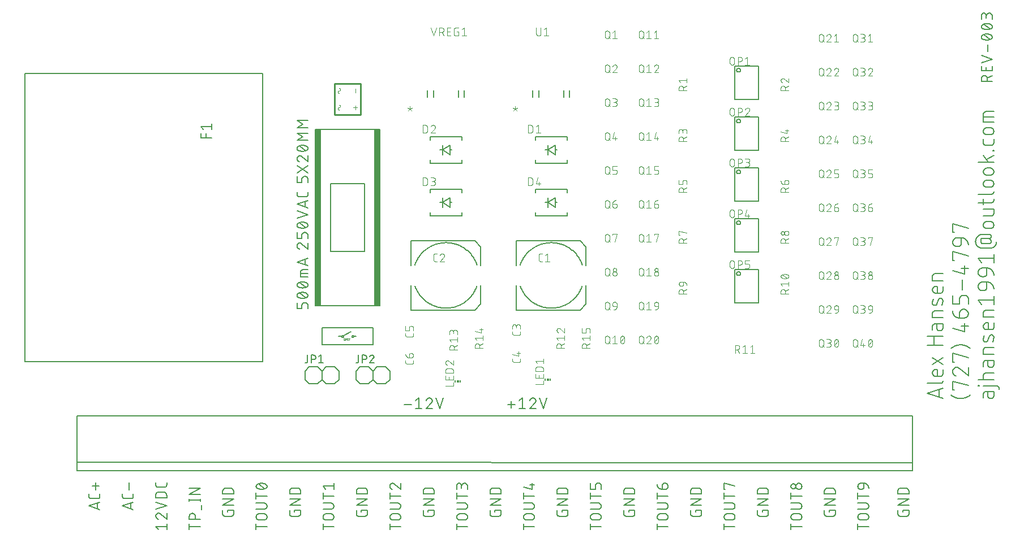
<source format=gbr>
G04 EAGLE Gerber RS-274X export*
G75*
%MOMM*%
%FSLAX34Y34*%
%LPD*%
%INSilkscreen Top*%
%IPPOS*%
%AMOC8*
5,1,8,0,0,1.08239X$1,22.5*%
G01*
%ADD10C,0.203200*%
%ADD11C,0.152400*%
%ADD12C,0.127000*%
%ADD13C,0.254000*%
%ADD14C,0.101600*%
%ADD15C,0.076200*%
%ADD16R,0.150000X0.300000*%
%ADD17R,0.300000X0.300000*%
%ADD18R,0.889000X26.416000*%
%ADD19C,0.177800*%
%ADD20C,0.025400*%


D10*
X1500124Y237236D02*
X1476756Y245025D01*
X1500124Y252815D01*
X1494282Y250867D02*
X1494282Y239183D01*
X1496229Y259825D02*
X1476756Y259825D01*
X1496229Y259825D02*
X1496351Y259827D01*
X1496474Y259833D01*
X1496596Y259842D01*
X1496717Y259856D01*
X1496838Y259873D01*
X1496959Y259894D01*
X1497079Y259919D01*
X1497198Y259947D01*
X1497316Y259980D01*
X1497433Y260016D01*
X1497548Y260055D01*
X1497663Y260099D01*
X1497776Y260145D01*
X1497887Y260196D01*
X1497997Y260250D01*
X1498105Y260307D01*
X1498212Y260367D01*
X1498316Y260431D01*
X1498418Y260499D01*
X1498518Y260569D01*
X1498616Y260642D01*
X1498712Y260719D01*
X1498805Y260798D01*
X1498895Y260881D01*
X1498983Y260966D01*
X1499068Y261054D01*
X1499151Y261144D01*
X1499230Y261237D01*
X1499307Y261333D01*
X1499380Y261431D01*
X1499450Y261531D01*
X1499518Y261633D01*
X1499582Y261737D01*
X1499642Y261844D01*
X1499699Y261952D01*
X1499753Y262062D01*
X1499804Y262173D01*
X1499850Y262286D01*
X1499894Y262401D01*
X1499933Y262516D01*
X1499969Y262633D01*
X1500002Y262751D01*
X1500030Y262870D01*
X1500055Y262990D01*
X1500076Y263111D01*
X1500093Y263232D01*
X1500107Y263353D01*
X1500116Y263475D01*
X1500122Y263598D01*
X1500124Y263720D01*
X1500124Y274349D02*
X1500124Y280840D01*
X1500124Y274349D02*
X1500122Y274227D01*
X1500116Y274104D01*
X1500107Y273982D01*
X1500093Y273861D01*
X1500076Y273740D01*
X1500055Y273619D01*
X1500030Y273499D01*
X1500002Y273380D01*
X1499969Y273262D01*
X1499933Y273145D01*
X1499894Y273030D01*
X1499850Y272915D01*
X1499804Y272802D01*
X1499753Y272691D01*
X1499699Y272581D01*
X1499642Y272473D01*
X1499582Y272366D01*
X1499518Y272262D01*
X1499450Y272160D01*
X1499380Y272060D01*
X1499307Y271962D01*
X1499230Y271866D01*
X1499151Y271773D01*
X1499068Y271683D01*
X1498983Y271595D01*
X1498895Y271510D01*
X1498805Y271427D01*
X1498712Y271348D01*
X1498616Y271271D01*
X1498518Y271198D01*
X1498418Y271128D01*
X1498316Y271060D01*
X1498212Y270996D01*
X1498105Y270936D01*
X1497997Y270879D01*
X1497887Y270825D01*
X1497776Y270774D01*
X1497663Y270728D01*
X1497548Y270684D01*
X1497433Y270645D01*
X1497316Y270609D01*
X1497198Y270576D01*
X1497079Y270548D01*
X1496959Y270523D01*
X1496838Y270502D01*
X1496717Y270485D01*
X1496596Y270471D01*
X1496474Y270462D01*
X1496351Y270456D01*
X1496229Y270454D01*
X1496229Y270455D02*
X1489738Y270455D01*
X1489595Y270457D01*
X1489452Y270463D01*
X1489309Y270473D01*
X1489167Y270487D01*
X1489025Y270504D01*
X1488883Y270526D01*
X1488742Y270551D01*
X1488602Y270581D01*
X1488463Y270614D01*
X1488325Y270651D01*
X1488188Y270692D01*
X1488052Y270736D01*
X1487917Y270785D01*
X1487784Y270837D01*
X1487652Y270892D01*
X1487522Y270952D01*
X1487393Y271015D01*
X1487266Y271081D01*
X1487142Y271151D01*
X1487019Y271224D01*
X1486898Y271301D01*
X1486779Y271381D01*
X1486663Y271464D01*
X1486548Y271550D01*
X1486437Y271639D01*
X1486327Y271732D01*
X1486221Y271827D01*
X1486117Y271926D01*
X1486016Y272027D01*
X1485917Y272131D01*
X1485822Y272237D01*
X1485729Y272347D01*
X1485640Y272458D01*
X1485554Y272573D01*
X1485471Y272689D01*
X1485391Y272808D01*
X1485314Y272929D01*
X1485241Y273052D01*
X1485171Y273176D01*
X1485105Y273303D01*
X1485042Y273432D01*
X1484982Y273562D01*
X1484927Y273694D01*
X1484875Y273827D01*
X1484826Y273962D01*
X1484782Y274098D01*
X1484741Y274235D01*
X1484704Y274373D01*
X1484671Y274512D01*
X1484641Y274652D01*
X1484616Y274793D01*
X1484594Y274935D01*
X1484577Y275077D01*
X1484563Y275219D01*
X1484553Y275362D01*
X1484547Y275505D01*
X1484545Y275648D01*
X1484547Y275791D01*
X1484553Y275934D01*
X1484563Y276077D01*
X1484577Y276219D01*
X1484594Y276361D01*
X1484616Y276503D01*
X1484641Y276644D01*
X1484671Y276784D01*
X1484704Y276923D01*
X1484741Y277061D01*
X1484782Y277198D01*
X1484826Y277334D01*
X1484875Y277469D01*
X1484927Y277602D01*
X1484982Y277734D01*
X1485042Y277864D01*
X1485105Y277993D01*
X1485171Y278120D01*
X1485241Y278245D01*
X1485314Y278367D01*
X1485391Y278488D01*
X1485471Y278607D01*
X1485554Y278723D01*
X1485640Y278838D01*
X1485729Y278949D01*
X1485822Y279059D01*
X1485917Y279165D01*
X1486016Y279269D01*
X1486117Y279370D01*
X1486221Y279469D01*
X1486327Y279564D01*
X1486437Y279657D01*
X1486548Y279746D01*
X1486663Y279832D01*
X1486779Y279915D01*
X1486898Y279995D01*
X1487019Y280072D01*
X1487142Y280145D01*
X1487266Y280215D01*
X1487393Y280281D01*
X1487522Y280344D01*
X1487652Y280404D01*
X1487784Y280459D01*
X1487917Y280511D01*
X1488052Y280560D01*
X1488188Y280604D01*
X1488325Y280645D01*
X1488463Y280682D01*
X1488602Y280715D01*
X1488742Y280745D01*
X1488883Y280770D01*
X1489025Y280792D01*
X1489167Y280809D01*
X1489309Y280823D01*
X1489452Y280833D01*
X1489595Y280839D01*
X1489738Y280841D01*
X1489738Y280840D02*
X1492335Y280840D01*
X1492335Y270455D01*
X1500124Y287854D02*
X1484545Y298239D01*
X1484545Y287854D02*
X1500124Y298239D01*
X1500124Y317178D02*
X1476756Y317178D01*
X1487142Y317178D02*
X1487142Y330160D01*
X1476756Y330160D02*
X1500124Y330160D01*
X1491036Y343151D02*
X1491036Y348993D01*
X1491036Y343151D02*
X1491038Y343018D01*
X1491044Y342884D01*
X1491054Y342751D01*
X1491067Y342619D01*
X1491085Y342486D01*
X1491106Y342355D01*
X1491132Y342224D01*
X1491161Y342093D01*
X1491194Y341964D01*
X1491230Y341836D01*
X1491271Y341709D01*
X1491315Y341583D01*
X1491363Y341458D01*
X1491415Y341335D01*
X1491470Y341214D01*
X1491528Y341094D01*
X1491590Y340976D01*
X1491656Y340860D01*
X1491725Y340746D01*
X1491797Y340633D01*
X1491873Y340523D01*
X1491951Y340416D01*
X1492033Y340310D01*
X1492118Y340208D01*
X1492206Y340107D01*
X1492297Y340009D01*
X1492391Y339914D01*
X1492487Y339822D01*
X1492586Y339733D01*
X1492688Y339646D01*
X1492792Y339563D01*
X1492898Y339483D01*
X1493007Y339406D01*
X1493118Y339332D01*
X1493231Y339261D01*
X1493347Y339194D01*
X1493464Y339130D01*
X1493583Y339069D01*
X1493703Y339013D01*
X1493826Y338959D01*
X1493950Y338910D01*
X1494075Y338864D01*
X1494201Y338821D01*
X1494329Y338783D01*
X1494458Y338748D01*
X1494587Y338717D01*
X1494718Y338689D01*
X1494849Y338666D01*
X1494981Y338647D01*
X1495114Y338631D01*
X1495247Y338619D01*
X1495380Y338611D01*
X1495513Y338607D01*
X1495647Y338607D01*
X1495780Y338611D01*
X1495913Y338619D01*
X1496046Y338631D01*
X1496179Y338647D01*
X1496311Y338666D01*
X1496442Y338689D01*
X1496573Y338717D01*
X1496702Y338748D01*
X1496831Y338783D01*
X1496959Y338821D01*
X1497085Y338864D01*
X1497210Y338910D01*
X1497334Y338959D01*
X1497457Y339013D01*
X1497577Y339069D01*
X1497696Y339130D01*
X1497813Y339194D01*
X1497929Y339261D01*
X1498042Y339332D01*
X1498153Y339406D01*
X1498262Y339483D01*
X1498368Y339563D01*
X1498472Y339646D01*
X1498574Y339733D01*
X1498673Y339822D01*
X1498769Y339914D01*
X1498863Y340009D01*
X1498954Y340107D01*
X1499042Y340208D01*
X1499127Y340310D01*
X1499209Y340416D01*
X1499287Y340523D01*
X1499363Y340633D01*
X1499435Y340746D01*
X1499504Y340860D01*
X1499570Y340976D01*
X1499632Y341094D01*
X1499690Y341214D01*
X1499745Y341335D01*
X1499797Y341458D01*
X1499845Y341583D01*
X1499889Y341709D01*
X1499930Y341836D01*
X1499966Y341964D01*
X1499999Y342093D01*
X1500028Y342224D01*
X1500054Y342355D01*
X1500075Y342486D01*
X1500093Y342619D01*
X1500106Y342751D01*
X1500116Y342884D01*
X1500122Y343018D01*
X1500124Y343151D01*
X1500124Y348993D01*
X1488440Y348993D01*
X1488440Y348994D02*
X1488318Y348992D01*
X1488195Y348986D01*
X1488073Y348977D01*
X1487952Y348963D01*
X1487831Y348946D01*
X1487710Y348925D01*
X1487590Y348900D01*
X1487471Y348872D01*
X1487353Y348839D01*
X1487236Y348803D01*
X1487121Y348764D01*
X1487006Y348720D01*
X1486893Y348674D01*
X1486782Y348623D01*
X1486672Y348569D01*
X1486564Y348512D01*
X1486457Y348452D01*
X1486353Y348388D01*
X1486251Y348320D01*
X1486151Y348250D01*
X1486053Y348177D01*
X1485957Y348100D01*
X1485864Y348021D01*
X1485774Y347938D01*
X1485686Y347853D01*
X1485601Y347765D01*
X1485518Y347675D01*
X1485439Y347582D01*
X1485362Y347486D01*
X1485289Y347388D01*
X1485219Y347288D01*
X1485151Y347186D01*
X1485087Y347082D01*
X1485027Y346975D01*
X1484970Y346867D01*
X1484916Y346757D01*
X1484865Y346646D01*
X1484819Y346533D01*
X1484775Y346418D01*
X1484736Y346303D01*
X1484700Y346186D01*
X1484667Y346068D01*
X1484639Y345949D01*
X1484614Y345829D01*
X1484593Y345708D01*
X1484576Y345587D01*
X1484562Y345466D01*
X1484553Y345344D01*
X1484547Y345221D01*
X1484545Y345099D01*
X1484545Y339906D01*
X1484545Y358145D02*
X1500124Y358145D01*
X1484545Y358145D02*
X1484545Y364636D01*
X1484547Y364758D01*
X1484553Y364881D01*
X1484562Y365003D01*
X1484576Y365124D01*
X1484593Y365245D01*
X1484614Y365366D01*
X1484639Y365486D01*
X1484667Y365605D01*
X1484700Y365723D01*
X1484736Y365840D01*
X1484775Y365955D01*
X1484819Y366070D01*
X1484865Y366183D01*
X1484916Y366294D01*
X1484970Y366404D01*
X1485027Y366512D01*
X1485087Y366619D01*
X1485151Y366723D01*
X1485219Y366825D01*
X1485289Y366925D01*
X1485362Y367023D01*
X1485439Y367119D01*
X1485518Y367212D01*
X1485601Y367302D01*
X1485686Y367390D01*
X1485774Y367475D01*
X1485864Y367558D01*
X1485957Y367637D01*
X1486053Y367714D01*
X1486151Y367787D01*
X1486251Y367857D01*
X1486353Y367925D01*
X1486457Y367989D01*
X1486564Y368049D01*
X1486672Y368106D01*
X1486782Y368160D01*
X1486893Y368211D01*
X1487006Y368257D01*
X1487121Y368301D01*
X1487236Y368340D01*
X1487353Y368376D01*
X1487471Y368409D01*
X1487590Y368437D01*
X1487710Y368462D01*
X1487831Y368483D01*
X1487952Y368500D01*
X1488073Y368514D01*
X1488195Y368523D01*
X1488318Y368529D01*
X1488440Y368531D01*
X1500124Y368531D01*
X1491036Y378884D02*
X1493633Y385375D01*
X1491036Y378884D02*
X1490992Y378778D01*
X1490943Y378673D01*
X1490891Y378570D01*
X1490836Y378469D01*
X1490777Y378369D01*
X1490715Y378272D01*
X1490650Y378177D01*
X1490581Y378085D01*
X1490509Y377994D01*
X1490435Y377907D01*
X1490357Y377821D01*
X1490276Y377739D01*
X1490193Y377659D01*
X1490107Y377583D01*
X1490018Y377509D01*
X1489927Y377438D01*
X1489833Y377371D01*
X1489737Y377307D01*
X1489639Y377246D01*
X1489540Y377188D01*
X1489438Y377134D01*
X1489334Y377084D01*
X1489229Y377037D01*
X1489122Y376993D01*
X1489013Y376954D01*
X1488904Y376918D01*
X1488793Y376886D01*
X1488681Y376857D01*
X1488569Y376833D01*
X1488455Y376812D01*
X1488341Y376796D01*
X1488226Y376783D01*
X1488111Y376774D01*
X1487996Y376769D01*
X1487881Y376768D01*
X1487766Y376771D01*
X1487650Y376778D01*
X1487536Y376789D01*
X1487421Y376804D01*
X1487308Y376823D01*
X1487194Y376845D01*
X1487082Y376872D01*
X1486971Y376902D01*
X1486861Y376936D01*
X1486752Y376974D01*
X1486644Y377015D01*
X1486538Y377061D01*
X1486434Y377110D01*
X1486331Y377162D01*
X1486230Y377218D01*
X1486131Y377277D01*
X1486034Y377340D01*
X1485940Y377406D01*
X1485847Y377475D01*
X1485757Y377547D01*
X1485670Y377622D01*
X1485585Y377701D01*
X1485503Y377782D01*
X1485424Y377866D01*
X1485348Y377952D01*
X1485275Y378041D01*
X1485205Y378133D01*
X1485138Y378227D01*
X1485074Y378323D01*
X1485014Y378421D01*
X1484957Y378521D01*
X1484903Y378623D01*
X1484853Y378727D01*
X1484807Y378833D01*
X1484764Y378940D01*
X1484725Y379049D01*
X1484690Y379158D01*
X1484658Y379269D01*
X1484630Y379381D01*
X1484606Y379494D01*
X1484586Y379608D01*
X1484570Y379722D01*
X1484558Y379836D01*
X1484550Y379951D01*
X1484546Y380067D01*
X1484545Y380182D01*
X1484546Y380181D02*
X1484555Y380536D01*
X1484573Y380890D01*
X1484599Y381243D01*
X1484634Y381596D01*
X1484677Y381948D01*
X1484729Y382299D01*
X1484789Y382648D01*
X1484858Y382996D01*
X1484935Y383342D01*
X1485020Y383686D01*
X1485113Y384028D01*
X1485215Y384367D01*
X1485325Y384704D01*
X1485442Y385039D01*
X1485568Y385370D01*
X1485702Y385698D01*
X1485844Y386023D01*
X1493633Y385374D02*
X1493677Y385480D01*
X1493726Y385585D01*
X1493778Y385688D01*
X1493833Y385789D01*
X1493892Y385889D01*
X1493954Y385986D01*
X1494019Y386081D01*
X1494088Y386173D01*
X1494160Y386264D01*
X1494234Y386351D01*
X1494312Y386437D01*
X1494393Y386519D01*
X1494476Y386599D01*
X1494562Y386675D01*
X1494651Y386749D01*
X1494742Y386820D01*
X1494836Y386887D01*
X1494932Y386951D01*
X1495030Y387012D01*
X1495129Y387070D01*
X1495231Y387124D01*
X1495335Y387174D01*
X1495440Y387221D01*
X1495547Y387265D01*
X1495656Y387304D01*
X1495765Y387340D01*
X1495876Y387372D01*
X1495988Y387401D01*
X1496100Y387425D01*
X1496214Y387446D01*
X1496328Y387462D01*
X1496443Y387475D01*
X1496558Y387484D01*
X1496673Y387489D01*
X1496788Y387490D01*
X1496903Y387487D01*
X1497019Y387480D01*
X1497133Y387469D01*
X1497248Y387454D01*
X1497361Y387435D01*
X1497475Y387413D01*
X1497587Y387386D01*
X1497698Y387356D01*
X1497808Y387322D01*
X1497917Y387284D01*
X1498025Y387243D01*
X1498131Y387197D01*
X1498235Y387148D01*
X1498338Y387096D01*
X1498439Y387040D01*
X1498538Y386981D01*
X1498635Y386918D01*
X1498729Y386852D01*
X1498822Y386783D01*
X1498912Y386711D01*
X1498999Y386636D01*
X1499084Y386557D01*
X1499166Y386476D01*
X1499245Y386392D01*
X1499321Y386306D01*
X1499394Y386217D01*
X1499464Y386125D01*
X1499531Y386031D01*
X1499595Y385935D01*
X1499655Y385837D01*
X1499712Y385737D01*
X1499766Y385635D01*
X1499816Y385531D01*
X1499862Y385425D01*
X1499905Y385318D01*
X1499944Y385209D01*
X1499979Y385100D01*
X1500011Y384989D01*
X1500039Y384877D01*
X1500063Y384764D01*
X1500083Y384650D01*
X1500099Y384536D01*
X1500111Y384422D01*
X1500119Y384306D01*
X1500123Y384191D01*
X1500124Y384076D01*
X1500110Y383556D01*
X1500084Y383036D01*
X1500046Y382516D01*
X1499996Y381998D01*
X1499933Y381481D01*
X1499858Y380966D01*
X1499771Y380453D01*
X1499672Y379941D01*
X1499560Y379433D01*
X1499437Y378927D01*
X1499302Y378424D01*
X1499155Y377924D01*
X1498996Y377428D01*
X1498826Y376936D01*
X1500124Y398926D02*
X1500124Y405417D01*
X1500124Y398926D02*
X1500122Y398804D01*
X1500116Y398681D01*
X1500107Y398559D01*
X1500093Y398438D01*
X1500076Y398317D01*
X1500055Y398196D01*
X1500030Y398076D01*
X1500002Y397957D01*
X1499969Y397839D01*
X1499933Y397722D01*
X1499894Y397607D01*
X1499850Y397492D01*
X1499804Y397379D01*
X1499753Y397268D01*
X1499699Y397158D01*
X1499642Y397050D01*
X1499582Y396943D01*
X1499518Y396839D01*
X1499450Y396737D01*
X1499380Y396637D01*
X1499307Y396539D01*
X1499230Y396443D01*
X1499151Y396350D01*
X1499068Y396260D01*
X1498983Y396172D01*
X1498895Y396087D01*
X1498805Y396004D01*
X1498712Y395925D01*
X1498616Y395848D01*
X1498518Y395775D01*
X1498418Y395705D01*
X1498316Y395637D01*
X1498212Y395573D01*
X1498105Y395513D01*
X1497997Y395456D01*
X1497887Y395402D01*
X1497776Y395351D01*
X1497663Y395305D01*
X1497548Y395261D01*
X1497433Y395222D01*
X1497316Y395186D01*
X1497198Y395153D01*
X1497079Y395125D01*
X1496959Y395100D01*
X1496838Y395079D01*
X1496717Y395062D01*
X1496596Y395048D01*
X1496474Y395039D01*
X1496351Y395033D01*
X1496229Y395031D01*
X1489738Y395031D01*
X1489595Y395033D01*
X1489452Y395039D01*
X1489309Y395049D01*
X1489167Y395063D01*
X1489025Y395080D01*
X1488883Y395102D01*
X1488742Y395127D01*
X1488602Y395157D01*
X1488463Y395190D01*
X1488325Y395227D01*
X1488188Y395268D01*
X1488052Y395312D01*
X1487917Y395361D01*
X1487784Y395413D01*
X1487652Y395468D01*
X1487522Y395528D01*
X1487393Y395591D01*
X1487266Y395657D01*
X1487142Y395727D01*
X1487019Y395800D01*
X1486898Y395877D01*
X1486779Y395957D01*
X1486663Y396040D01*
X1486548Y396126D01*
X1486437Y396215D01*
X1486327Y396308D01*
X1486221Y396403D01*
X1486117Y396502D01*
X1486016Y396603D01*
X1485917Y396707D01*
X1485822Y396813D01*
X1485729Y396923D01*
X1485640Y397034D01*
X1485554Y397149D01*
X1485471Y397265D01*
X1485391Y397384D01*
X1485314Y397505D01*
X1485241Y397628D01*
X1485171Y397752D01*
X1485105Y397879D01*
X1485042Y398008D01*
X1484982Y398138D01*
X1484927Y398270D01*
X1484875Y398403D01*
X1484826Y398538D01*
X1484782Y398674D01*
X1484741Y398811D01*
X1484704Y398949D01*
X1484671Y399088D01*
X1484641Y399228D01*
X1484616Y399369D01*
X1484594Y399511D01*
X1484577Y399653D01*
X1484563Y399795D01*
X1484553Y399938D01*
X1484547Y400081D01*
X1484545Y400224D01*
X1484547Y400367D01*
X1484553Y400510D01*
X1484563Y400653D01*
X1484577Y400795D01*
X1484594Y400937D01*
X1484616Y401079D01*
X1484641Y401220D01*
X1484671Y401360D01*
X1484704Y401499D01*
X1484741Y401637D01*
X1484782Y401774D01*
X1484826Y401910D01*
X1484875Y402045D01*
X1484927Y402178D01*
X1484982Y402310D01*
X1485042Y402440D01*
X1485105Y402569D01*
X1485171Y402696D01*
X1485241Y402821D01*
X1485314Y402943D01*
X1485391Y403064D01*
X1485471Y403183D01*
X1485554Y403299D01*
X1485640Y403414D01*
X1485729Y403525D01*
X1485822Y403635D01*
X1485917Y403741D01*
X1486016Y403845D01*
X1486117Y403946D01*
X1486221Y404045D01*
X1486327Y404140D01*
X1486437Y404233D01*
X1486548Y404322D01*
X1486663Y404408D01*
X1486779Y404491D01*
X1486898Y404571D01*
X1487019Y404648D01*
X1487142Y404721D01*
X1487266Y404791D01*
X1487393Y404857D01*
X1487522Y404920D01*
X1487652Y404980D01*
X1487784Y405035D01*
X1487917Y405087D01*
X1488052Y405136D01*
X1488188Y405180D01*
X1488325Y405221D01*
X1488463Y405258D01*
X1488602Y405291D01*
X1488742Y405321D01*
X1488883Y405346D01*
X1489025Y405368D01*
X1489167Y405385D01*
X1489309Y405399D01*
X1489452Y405409D01*
X1489595Y405415D01*
X1489738Y405417D01*
X1492335Y405417D01*
X1492335Y395031D01*
X1500124Y413822D02*
X1484545Y413822D01*
X1484545Y420313D01*
X1484547Y420435D01*
X1484553Y420558D01*
X1484562Y420680D01*
X1484576Y420801D01*
X1484593Y420922D01*
X1484614Y421043D01*
X1484639Y421163D01*
X1484667Y421282D01*
X1484700Y421400D01*
X1484736Y421517D01*
X1484775Y421632D01*
X1484819Y421747D01*
X1484865Y421860D01*
X1484916Y421971D01*
X1484970Y422081D01*
X1485027Y422189D01*
X1485087Y422296D01*
X1485151Y422400D01*
X1485219Y422502D01*
X1485289Y422602D01*
X1485362Y422700D01*
X1485439Y422796D01*
X1485518Y422889D01*
X1485601Y422979D01*
X1485686Y423067D01*
X1485774Y423152D01*
X1485864Y423235D01*
X1485957Y423314D01*
X1486053Y423391D01*
X1486151Y423464D01*
X1486251Y423534D01*
X1486353Y423602D01*
X1486457Y423666D01*
X1486564Y423726D01*
X1486672Y423783D01*
X1486782Y423837D01*
X1486893Y423888D01*
X1487006Y423934D01*
X1487121Y423978D01*
X1487236Y424017D01*
X1487353Y424053D01*
X1487471Y424086D01*
X1487590Y424114D01*
X1487710Y424139D01*
X1487831Y424160D01*
X1487952Y424177D01*
X1488073Y424191D01*
X1488195Y424200D01*
X1488318Y424206D01*
X1488440Y424208D01*
X1500124Y424208D01*
X1512260Y242429D02*
X1512674Y242090D01*
X1513096Y241762D01*
X1513525Y241444D01*
X1513963Y241136D01*
X1514407Y240839D01*
X1514859Y240552D01*
X1515317Y240277D01*
X1515782Y240012D01*
X1516253Y239759D01*
X1516730Y239518D01*
X1517212Y239287D01*
X1517700Y239069D01*
X1518194Y238862D01*
X1518692Y238667D01*
X1519194Y238485D01*
X1519701Y238314D01*
X1520212Y238156D01*
X1520726Y238010D01*
X1521244Y237876D01*
X1521765Y237755D01*
X1522288Y237646D01*
X1522814Y237550D01*
X1523343Y237467D01*
X1523873Y237397D01*
X1524404Y237339D01*
X1524937Y237294D01*
X1525471Y237262D01*
X1526005Y237242D01*
X1526540Y237236D01*
X1527075Y237242D01*
X1527609Y237262D01*
X1528143Y237294D01*
X1528676Y237339D01*
X1529207Y237397D01*
X1529737Y237467D01*
X1530266Y237550D01*
X1530792Y237646D01*
X1531315Y237755D01*
X1531836Y237876D01*
X1532354Y238010D01*
X1532868Y238156D01*
X1533379Y238314D01*
X1533886Y238485D01*
X1534388Y238667D01*
X1534886Y238862D01*
X1535380Y239069D01*
X1535868Y239287D01*
X1536350Y239518D01*
X1536827Y239759D01*
X1537298Y240012D01*
X1537763Y240277D01*
X1538221Y240552D01*
X1538673Y240839D01*
X1539117Y241136D01*
X1539555Y241444D01*
X1539984Y241762D01*
X1540406Y242090D01*
X1540820Y242429D01*
X1517452Y250019D02*
X1514856Y250019D01*
X1514856Y263001D01*
X1538224Y256510D01*
X1514856Y278038D02*
X1514858Y278188D01*
X1514864Y278339D01*
X1514873Y278489D01*
X1514887Y278639D01*
X1514904Y278788D01*
X1514926Y278937D01*
X1514951Y279085D01*
X1514980Y279233D01*
X1515012Y279380D01*
X1515049Y279526D01*
X1515089Y279671D01*
X1515133Y279815D01*
X1515180Y279957D01*
X1515232Y280099D01*
X1515286Y280239D01*
X1515345Y280377D01*
X1515407Y280515D01*
X1515472Y280650D01*
X1515541Y280784D01*
X1515614Y280915D01*
X1515690Y281045D01*
X1515769Y281173D01*
X1515851Y281299D01*
X1515937Y281423D01*
X1516025Y281544D01*
X1516117Y281664D01*
X1516212Y281780D01*
X1516310Y281895D01*
X1516411Y282006D01*
X1516514Y282115D01*
X1516621Y282222D01*
X1516730Y282325D01*
X1516841Y282426D01*
X1516956Y282524D01*
X1517072Y282619D01*
X1517192Y282711D01*
X1517313Y282799D01*
X1517437Y282885D01*
X1517563Y282967D01*
X1517691Y283046D01*
X1517821Y283122D01*
X1517952Y283195D01*
X1518086Y283264D01*
X1518221Y283329D01*
X1518359Y283391D01*
X1518497Y283450D01*
X1518637Y283504D01*
X1518779Y283556D01*
X1518921Y283603D01*
X1519065Y283647D01*
X1519210Y283687D01*
X1519356Y283724D01*
X1519503Y283756D01*
X1519651Y283785D01*
X1519799Y283810D01*
X1519948Y283832D01*
X1520097Y283849D01*
X1520247Y283863D01*
X1520397Y283872D01*
X1520548Y283878D01*
X1520698Y283880D01*
X1514856Y278038D02*
X1514858Y277857D01*
X1514865Y277675D01*
X1514876Y277494D01*
X1514891Y277313D01*
X1514911Y277133D01*
X1514935Y276953D01*
X1514963Y276774D01*
X1514996Y276595D01*
X1515033Y276417D01*
X1515074Y276241D01*
X1515120Y276065D01*
X1515170Y275890D01*
X1515224Y275717D01*
X1515282Y275545D01*
X1515344Y275375D01*
X1515411Y275206D01*
X1515481Y275039D01*
X1515556Y274873D01*
X1515634Y274709D01*
X1515717Y274548D01*
X1515803Y274388D01*
X1515893Y274231D01*
X1515987Y274075D01*
X1516085Y273922D01*
X1516186Y273772D01*
X1516291Y273624D01*
X1516400Y273478D01*
X1516512Y273335D01*
X1516627Y273195D01*
X1516746Y273058D01*
X1516868Y272924D01*
X1516994Y272793D01*
X1517122Y272664D01*
X1517253Y272539D01*
X1517388Y272417D01*
X1517525Y272299D01*
X1517665Y272183D01*
X1517808Y272072D01*
X1517954Y271963D01*
X1518102Y271858D01*
X1518253Y271757D01*
X1518406Y271660D01*
X1518561Y271566D01*
X1518719Y271476D01*
X1518879Y271390D01*
X1519041Y271307D01*
X1519204Y271229D01*
X1519370Y271155D01*
X1519537Y271085D01*
X1519706Y271018D01*
X1519877Y270956D01*
X1520049Y270898D01*
X1525242Y281933D02*
X1525134Y282043D01*
X1525024Y282150D01*
X1524911Y282255D01*
X1524796Y282357D01*
X1524678Y282456D01*
X1524558Y282552D01*
X1524435Y282646D01*
X1524311Y282736D01*
X1524184Y282823D01*
X1524055Y282907D01*
X1523923Y282988D01*
X1523790Y283065D01*
X1523655Y283139D01*
X1523519Y283210D01*
X1523380Y283278D01*
X1523240Y283342D01*
X1523099Y283403D01*
X1522956Y283460D01*
X1522812Y283513D01*
X1522666Y283563D01*
X1522519Y283610D01*
X1522371Y283653D01*
X1522222Y283692D01*
X1522073Y283728D01*
X1521922Y283759D01*
X1521771Y283788D01*
X1521619Y283812D01*
X1521466Y283833D01*
X1521313Y283850D01*
X1521160Y283863D01*
X1521006Y283872D01*
X1520852Y283878D01*
X1520698Y283880D01*
X1525242Y281933D02*
X1538224Y270898D01*
X1538224Y283880D01*
X1517452Y291776D02*
X1514856Y291776D01*
X1514856Y304759D01*
X1538224Y298268D01*
X1540820Y312348D02*
X1540406Y312687D01*
X1539984Y313015D01*
X1539555Y313333D01*
X1539117Y313641D01*
X1538673Y313938D01*
X1538221Y314225D01*
X1537763Y314500D01*
X1537298Y314765D01*
X1536827Y315018D01*
X1536350Y315259D01*
X1535868Y315490D01*
X1535380Y315708D01*
X1534886Y315915D01*
X1534388Y316110D01*
X1533886Y316292D01*
X1533379Y316463D01*
X1532868Y316621D01*
X1532354Y316767D01*
X1531836Y316901D01*
X1531315Y317022D01*
X1530792Y317131D01*
X1530266Y317227D01*
X1529737Y317310D01*
X1529207Y317380D01*
X1528676Y317438D01*
X1528143Y317483D01*
X1527609Y317515D01*
X1527075Y317535D01*
X1526540Y317541D01*
X1526005Y317535D01*
X1525471Y317515D01*
X1524937Y317483D01*
X1524404Y317438D01*
X1523873Y317380D01*
X1523343Y317310D01*
X1522814Y317227D01*
X1522288Y317131D01*
X1521765Y317022D01*
X1521244Y316901D01*
X1520726Y316767D01*
X1520212Y316621D01*
X1519701Y316463D01*
X1519194Y316292D01*
X1518692Y316110D01*
X1518194Y315915D01*
X1517700Y315708D01*
X1517212Y315490D01*
X1516730Y315259D01*
X1516253Y315018D01*
X1515782Y314765D01*
X1515317Y314500D01*
X1514859Y314225D01*
X1514407Y313938D01*
X1513963Y313641D01*
X1513525Y313333D01*
X1513096Y313015D01*
X1512674Y312687D01*
X1512260Y312348D01*
X1514856Y342207D02*
X1533031Y337014D01*
X1533031Y349996D01*
X1527838Y346101D02*
X1538224Y346101D01*
X1525242Y357892D02*
X1525242Y365682D01*
X1525244Y365825D01*
X1525250Y365968D01*
X1525260Y366111D01*
X1525274Y366253D01*
X1525291Y366395D01*
X1525313Y366537D01*
X1525338Y366678D01*
X1525368Y366818D01*
X1525401Y366957D01*
X1525438Y367095D01*
X1525479Y367232D01*
X1525523Y367368D01*
X1525572Y367503D01*
X1525624Y367636D01*
X1525679Y367768D01*
X1525739Y367898D01*
X1525802Y368027D01*
X1525868Y368154D01*
X1525938Y368279D01*
X1526011Y368401D01*
X1526088Y368522D01*
X1526168Y368641D01*
X1526251Y368757D01*
X1526337Y368872D01*
X1526426Y368983D01*
X1526519Y369093D01*
X1526614Y369199D01*
X1526713Y369303D01*
X1526814Y369404D01*
X1526918Y369503D01*
X1527024Y369598D01*
X1527134Y369691D01*
X1527245Y369780D01*
X1527360Y369866D01*
X1527476Y369950D01*
X1527595Y370029D01*
X1527716Y370106D01*
X1527839Y370179D01*
X1527963Y370249D01*
X1528090Y370315D01*
X1528219Y370378D01*
X1528349Y370438D01*
X1528481Y370493D01*
X1528614Y370545D01*
X1528749Y370594D01*
X1528885Y370638D01*
X1529022Y370679D01*
X1529160Y370716D01*
X1529299Y370749D01*
X1529439Y370779D01*
X1529580Y370804D01*
X1529722Y370826D01*
X1529864Y370843D01*
X1530006Y370857D01*
X1530149Y370867D01*
X1530292Y370873D01*
X1530435Y370875D01*
X1531733Y370875D01*
X1531892Y370873D01*
X1532051Y370867D01*
X1532211Y370857D01*
X1532369Y370844D01*
X1532528Y370826D01*
X1532685Y370805D01*
X1532843Y370779D01*
X1532999Y370750D01*
X1533155Y370717D01*
X1533310Y370680D01*
X1533464Y370640D01*
X1533617Y370595D01*
X1533769Y370547D01*
X1533920Y370496D01*
X1534069Y370440D01*
X1534217Y370381D01*
X1534363Y370318D01*
X1534508Y370252D01*
X1534651Y370182D01*
X1534793Y370109D01*
X1534932Y370032D01*
X1535070Y369952D01*
X1535206Y369868D01*
X1535339Y369781D01*
X1535471Y369691D01*
X1535600Y369598D01*
X1535726Y369501D01*
X1535851Y369402D01*
X1535973Y369299D01*
X1536092Y369194D01*
X1536209Y369085D01*
X1536323Y368974D01*
X1536434Y368860D01*
X1536543Y368743D01*
X1536648Y368624D01*
X1536751Y368502D01*
X1536850Y368377D01*
X1536947Y368251D01*
X1537040Y368122D01*
X1537130Y367990D01*
X1537217Y367857D01*
X1537301Y367721D01*
X1537381Y367583D01*
X1537458Y367444D01*
X1537531Y367302D01*
X1537601Y367159D01*
X1537667Y367014D01*
X1537730Y366868D01*
X1537789Y366720D01*
X1537845Y366571D01*
X1537896Y366420D01*
X1537944Y366268D01*
X1537989Y366115D01*
X1538029Y365961D01*
X1538066Y365806D01*
X1538099Y365650D01*
X1538128Y365494D01*
X1538154Y365336D01*
X1538175Y365179D01*
X1538193Y365020D01*
X1538206Y364862D01*
X1538216Y364702D01*
X1538222Y364543D01*
X1538224Y364384D01*
X1538222Y364225D01*
X1538216Y364066D01*
X1538206Y363906D01*
X1538193Y363748D01*
X1538175Y363589D01*
X1538154Y363432D01*
X1538128Y363274D01*
X1538099Y363118D01*
X1538066Y362962D01*
X1538029Y362807D01*
X1537989Y362653D01*
X1537944Y362500D01*
X1537896Y362348D01*
X1537845Y362197D01*
X1537789Y362048D01*
X1537730Y361900D01*
X1537667Y361754D01*
X1537601Y361609D01*
X1537531Y361466D01*
X1537458Y361324D01*
X1537381Y361185D01*
X1537301Y361047D01*
X1537217Y360911D01*
X1537130Y360778D01*
X1537040Y360646D01*
X1536947Y360517D01*
X1536850Y360391D01*
X1536751Y360266D01*
X1536648Y360144D01*
X1536543Y360025D01*
X1536434Y359908D01*
X1536323Y359794D01*
X1536209Y359683D01*
X1536092Y359574D01*
X1535973Y359469D01*
X1535851Y359366D01*
X1535726Y359267D01*
X1535600Y359170D01*
X1535471Y359077D01*
X1535339Y358987D01*
X1535206Y358900D01*
X1535070Y358816D01*
X1534932Y358736D01*
X1534793Y358659D01*
X1534651Y358586D01*
X1534508Y358516D01*
X1534363Y358450D01*
X1534217Y358387D01*
X1534069Y358328D01*
X1533920Y358272D01*
X1533769Y358221D01*
X1533617Y358173D01*
X1533464Y358128D01*
X1533310Y358088D01*
X1533155Y358051D01*
X1532999Y358018D01*
X1532843Y357989D01*
X1532685Y357963D01*
X1532528Y357942D01*
X1532369Y357924D01*
X1532211Y357911D01*
X1532051Y357901D01*
X1531892Y357895D01*
X1531733Y357893D01*
X1531733Y357892D02*
X1525242Y357892D01*
X1524987Y357895D01*
X1524732Y357905D01*
X1524478Y357920D01*
X1524224Y357942D01*
X1523971Y357970D01*
X1523718Y358004D01*
X1523466Y358045D01*
X1523216Y358092D01*
X1522966Y358144D01*
X1522718Y358203D01*
X1522472Y358268D01*
X1522227Y358339D01*
X1521984Y358416D01*
X1521743Y358499D01*
X1521504Y358588D01*
X1521267Y358683D01*
X1521033Y358783D01*
X1520801Y358889D01*
X1520572Y359001D01*
X1520346Y359118D01*
X1520123Y359241D01*
X1519903Y359370D01*
X1519686Y359503D01*
X1519472Y359642D01*
X1519262Y359787D01*
X1519055Y359936D01*
X1518852Y360090D01*
X1518653Y360249D01*
X1518458Y360414D01*
X1518267Y360582D01*
X1518080Y360756D01*
X1517898Y360934D01*
X1517720Y361116D01*
X1517547Y361303D01*
X1517378Y361494D01*
X1517214Y361689D01*
X1517054Y361888D01*
X1516900Y362091D01*
X1516751Y362298D01*
X1516606Y362508D01*
X1516467Y362721D01*
X1516334Y362938D01*
X1516205Y363159D01*
X1516082Y363382D01*
X1515965Y363608D01*
X1515853Y363837D01*
X1515747Y364069D01*
X1515647Y364303D01*
X1515552Y364540D01*
X1515463Y364779D01*
X1515380Y365020D01*
X1515303Y365263D01*
X1515232Y365508D01*
X1515167Y365754D01*
X1515108Y366002D01*
X1515056Y366252D01*
X1515009Y366502D01*
X1514968Y366754D01*
X1514934Y367007D01*
X1514906Y367260D01*
X1514884Y367514D01*
X1514869Y367768D01*
X1514859Y368023D01*
X1514856Y368278D01*
X1538224Y378771D02*
X1538224Y386561D01*
X1538222Y386704D01*
X1538216Y386847D01*
X1538206Y386990D01*
X1538192Y387132D01*
X1538175Y387274D01*
X1538153Y387416D01*
X1538128Y387557D01*
X1538098Y387697D01*
X1538065Y387836D01*
X1538028Y387974D01*
X1537987Y388111D01*
X1537943Y388247D01*
X1537894Y388382D01*
X1537842Y388515D01*
X1537787Y388647D01*
X1537727Y388777D01*
X1537664Y388906D01*
X1537598Y389033D01*
X1537528Y389158D01*
X1537455Y389280D01*
X1537378Y389401D01*
X1537298Y389520D01*
X1537215Y389636D01*
X1537129Y389751D01*
X1537040Y389862D01*
X1536947Y389972D01*
X1536852Y390078D01*
X1536753Y390182D01*
X1536652Y390283D01*
X1536548Y390382D01*
X1536442Y390477D01*
X1536332Y390570D01*
X1536221Y390659D01*
X1536106Y390745D01*
X1535990Y390828D01*
X1535871Y390908D01*
X1535750Y390985D01*
X1535628Y391058D01*
X1535503Y391128D01*
X1535376Y391194D01*
X1535247Y391257D01*
X1535117Y391317D01*
X1534985Y391372D01*
X1534852Y391424D01*
X1534717Y391473D01*
X1534581Y391517D01*
X1534444Y391558D01*
X1534306Y391595D01*
X1534167Y391628D01*
X1534027Y391658D01*
X1533886Y391683D01*
X1533744Y391705D01*
X1533602Y391722D01*
X1533460Y391736D01*
X1533317Y391746D01*
X1533174Y391752D01*
X1533031Y391754D01*
X1533031Y391753D02*
X1530435Y391753D01*
X1530435Y391754D02*
X1530292Y391752D01*
X1530149Y391746D01*
X1530006Y391736D01*
X1529864Y391722D01*
X1529722Y391705D01*
X1529580Y391683D01*
X1529439Y391658D01*
X1529299Y391628D01*
X1529160Y391595D01*
X1529022Y391558D01*
X1528885Y391517D01*
X1528749Y391473D01*
X1528614Y391424D01*
X1528481Y391372D01*
X1528349Y391317D01*
X1528219Y391257D01*
X1528090Y391194D01*
X1527963Y391128D01*
X1527839Y391058D01*
X1527716Y390985D01*
X1527595Y390908D01*
X1527476Y390828D01*
X1527360Y390745D01*
X1527245Y390659D01*
X1527134Y390570D01*
X1527024Y390477D01*
X1526918Y390382D01*
X1526814Y390283D01*
X1526713Y390182D01*
X1526614Y390078D01*
X1526519Y389972D01*
X1526426Y389862D01*
X1526337Y389751D01*
X1526251Y389636D01*
X1526168Y389520D01*
X1526088Y389401D01*
X1526011Y389280D01*
X1525938Y389158D01*
X1525868Y389033D01*
X1525802Y388906D01*
X1525739Y388777D01*
X1525679Y388647D01*
X1525624Y388515D01*
X1525572Y388382D01*
X1525523Y388247D01*
X1525479Y388111D01*
X1525438Y387974D01*
X1525401Y387836D01*
X1525368Y387697D01*
X1525338Y387557D01*
X1525313Y387416D01*
X1525291Y387274D01*
X1525274Y387132D01*
X1525260Y386990D01*
X1525250Y386847D01*
X1525244Y386704D01*
X1525242Y386561D01*
X1525242Y378771D01*
X1514856Y378771D01*
X1514856Y391753D01*
X1529136Y399744D02*
X1529136Y415322D01*
X1533031Y423313D02*
X1514856Y428506D01*
X1533031Y423313D02*
X1533031Y436295D01*
X1527838Y432400D02*
X1538224Y432400D01*
X1517452Y444191D02*
X1514856Y444191D01*
X1514856Y457174D01*
X1538224Y450683D01*
X1527838Y470263D02*
X1527838Y478052D01*
X1527838Y470263D02*
X1527836Y470120D01*
X1527830Y469977D01*
X1527820Y469834D01*
X1527806Y469692D01*
X1527789Y469550D01*
X1527767Y469408D01*
X1527742Y469267D01*
X1527712Y469127D01*
X1527679Y468988D01*
X1527642Y468850D01*
X1527601Y468713D01*
X1527557Y468577D01*
X1527508Y468442D01*
X1527456Y468309D01*
X1527401Y468177D01*
X1527341Y468047D01*
X1527278Y467918D01*
X1527212Y467791D01*
X1527142Y467666D01*
X1527069Y467544D01*
X1526992Y467423D01*
X1526912Y467304D01*
X1526829Y467188D01*
X1526743Y467073D01*
X1526654Y466962D01*
X1526561Y466852D01*
X1526466Y466746D01*
X1526367Y466642D01*
X1526266Y466541D01*
X1526162Y466442D01*
X1526056Y466347D01*
X1525946Y466254D01*
X1525835Y466165D01*
X1525720Y466079D01*
X1525604Y465996D01*
X1525485Y465916D01*
X1525364Y465839D01*
X1525242Y465766D01*
X1525117Y465696D01*
X1524990Y465630D01*
X1524861Y465567D01*
X1524731Y465507D01*
X1524599Y465452D01*
X1524466Y465400D01*
X1524331Y465351D01*
X1524195Y465307D01*
X1524058Y465266D01*
X1523920Y465229D01*
X1523781Y465196D01*
X1523641Y465166D01*
X1523500Y465141D01*
X1523358Y465119D01*
X1523216Y465102D01*
X1523074Y465088D01*
X1522931Y465078D01*
X1522788Y465072D01*
X1522645Y465070D01*
X1521347Y465070D01*
X1521188Y465072D01*
X1521029Y465078D01*
X1520869Y465088D01*
X1520711Y465101D01*
X1520552Y465119D01*
X1520395Y465140D01*
X1520237Y465166D01*
X1520081Y465195D01*
X1519925Y465228D01*
X1519770Y465265D01*
X1519616Y465305D01*
X1519463Y465350D01*
X1519311Y465398D01*
X1519160Y465449D01*
X1519011Y465505D01*
X1518863Y465564D01*
X1518717Y465627D01*
X1518572Y465693D01*
X1518429Y465763D01*
X1518287Y465836D01*
X1518148Y465913D01*
X1518010Y465993D01*
X1517874Y466077D01*
X1517741Y466164D01*
X1517609Y466254D01*
X1517480Y466347D01*
X1517354Y466444D01*
X1517229Y466543D01*
X1517107Y466646D01*
X1516988Y466751D01*
X1516871Y466860D01*
X1516757Y466971D01*
X1516646Y467085D01*
X1516537Y467202D01*
X1516432Y467321D01*
X1516329Y467443D01*
X1516230Y467568D01*
X1516133Y467694D01*
X1516040Y467823D01*
X1515950Y467955D01*
X1515863Y468088D01*
X1515779Y468224D01*
X1515699Y468362D01*
X1515622Y468501D01*
X1515549Y468643D01*
X1515479Y468786D01*
X1515413Y468931D01*
X1515350Y469077D01*
X1515291Y469225D01*
X1515235Y469374D01*
X1515184Y469525D01*
X1515136Y469677D01*
X1515091Y469830D01*
X1515051Y469984D01*
X1515014Y470139D01*
X1514981Y470295D01*
X1514952Y470451D01*
X1514926Y470609D01*
X1514905Y470766D01*
X1514887Y470925D01*
X1514874Y471083D01*
X1514864Y471243D01*
X1514858Y471402D01*
X1514856Y471561D01*
X1514858Y471720D01*
X1514864Y471879D01*
X1514874Y472039D01*
X1514887Y472197D01*
X1514905Y472356D01*
X1514926Y472513D01*
X1514952Y472671D01*
X1514981Y472827D01*
X1515014Y472983D01*
X1515051Y473138D01*
X1515091Y473292D01*
X1515136Y473445D01*
X1515184Y473597D01*
X1515235Y473748D01*
X1515291Y473897D01*
X1515350Y474045D01*
X1515413Y474191D01*
X1515479Y474336D01*
X1515549Y474479D01*
X1515622Y474621D01*
X1515699Y474760D01*
X1515779Y474898D01*
X1515863Y475034D01*
X1515950Y475167D01*
X1516040Y475299D01*
X1516133Y475428D01*
X1516230Y475554D01*
X1516329Y475679D01*
X1516432Y475801D01*
X1516537Y475920D01*
X1516646Y476037D01*
X1516757Y476151D01*
X1516871Y476262D01*
X1516988Y476371D01*
X1517107Y476476D01*
X1517229Y476579D01*
X1517354Y476678D01*
X1517480Y476775D01*
X1517609Y476868D01*
X1517741Y476958D01*
X1517874Y477045D01*
X1518010Y477129D01*
X1518148Y477209D01*
X1518287Y477286D01*
X1518429Y477359D01*
X1518572Y477429D01*
X1518717Y477495D01*
X1518863Y477558D01*
X1519011Y477617D01*
X1519160Y477673D01*
X1519311Y477724D01*
X1519463Y477772D01*
X1519616Y477817D01*
X1519770Y477857D01*
X1519925Y477894D01*
X1520081Y477927D01*
X1520237Y477956D01*
X1520395Y477982D01*
X1520552Y478003D01*
X1520711Y478021D01*
X1520869Y478034D01*
X1521029Y478044D01*
X1521188Y478050D01*
X1521347Y478052D01*
X1527838Y478052D01*
X1527838Y478053D02*
X1528089Y478050D01*
X1528340Y478041D01*
X1528590Y478026D01*
X1528840Y478005D01*
X1529090Y477977D01*
X1529339Y477944D01*
X1529587Y477905D01*
X1529833Y477860D01*
X1530079Y477808D01*
X1530324Y477751D01*
X1530566Y477688D01*
X1530808Y477619D01*
X1531047Y477545D01*
X1531285Y477464D01*
X1531521Y477378D01*
X1531755Y477286D01*
X1531986Y477189D01*
X1532215Y477086D01*
X1532441Y476977D01*
X1532665Y476863D01*
X1532885Y476744D01*
X1533103Y476619D01*
X1533318Y476490D01*
X1533530Y476355D01*
X1533738Y476215D01*
X1533943Y476069D01*
X1534144Y475919D01*
X1534342Y475765D01*
X1534535Y475605D01*
X1534725Y475441D01*
X1534911Y475272D01*
X1535093Y475099D01*
X1535270Y474922D01*
X1535443Y474740D01*
X1535612Y474554D01*
X1535776Y474364D01*
X1535936Y474171D01*
X1536090Y473973D01*
X1536240Y473772D01*
X1536386Y473567D01*
X1536526Y473359D01*
X1536661Y473147D01*
X1536790Y472932D01*
X1536915Y472714D01*
X1537034Y472494D01*
X1537148Y472270D01*
X1537257Y472044D01*
X1537360Y471815D01*
X1537457Y471584D01*
X1537549Y471350D01*
X1537635Y471114D01*
X1537716Y470876D01*
X1537790Y470637D01*
X1537859Y470395D01*
X1537922Y470153D01*
X1537979Y469908D01*
X1538031Y469662D01*
X1538076Y469416D01*
X1538115Y469168D01*
X1538148Y468919D01*
X1538176Y468669D01*
X1538197Y468419D01*
X1538212Y468169D01*
X1538221Y467918D01*
X1538224Y467667D01*
X1517452Y485949D02*
X1514856Y485949D01*
X1514856Y498931D01*
X1538224Y492440D01*
X1567236Y247622D02*
X1567236Y241780D01*
X1567238Y241647D01*
X1567244Y241513D01*
X1567254Y241380D01*
X1567267Y241248D01*
X1567285Y241115D01*
X1567306Y240984D01*
X1567332Y240853D01*
X1567361Y240722D01*
X1567394Y240593D01*
X1567430Y240465D01*
X1567471Y240338D01*
X1567515Y240212D01*
X1567563Y240087D01*
X1567615Y239964D01*
X1567670Y239843D01*
X1567728Y239723D01*
X1567790Y239605D01*
X1567856Y239489D01*
X1567925Y239375D01*
X1567997Y239262D01*
X1568073Y239152D01*
X1568151Y239045D01*
X1568233Y238939D01*
X1568318Y238837D01*
X1568406Y238736D01*
X1568497Y238638D01*
X1568591Y238543D01*
X1568687Y238451D01*
X1568786Y238362D01*
X1568888Y238275D01*
X1568992Y238192D01*
X1569098Y238112D01*
X1569207Y238035D01*
X1569318Y237961D01*
X1569431Y237890D01*
X1569547Y237823D01*
X1569664Y237759D01*
X1569783Y237698D01*
X1569903Y237642D01*
X1570026Y237588D01*
X1570150Y237539D01*
X1570275Y237493D01*
X1570401Y237450D01*
X1570529Y237412D01*
X1570658Y237377D01*
X1570787Y237346D01*
X1570918Y237318D01*
X1571049Y237295D01*
X1571181Y237276D01*
X1571314Y237260D01*
X1571447Y237248D01*
X1571580Y237240D01*
X1571713Y237236D01*
X1571847Y237236D01*
X1571980Y237240D01*
X1572113Y237248D01*
X1572246Y237260D01*
X1572379Y237276D01*
X1572511Y237295D01*
X1572642Y237318D01*
X1572773Y237346D01*
X1572902Y237377D01*
X1573031Y237412D01*
X1573159Y237450D01*
X1573285Y237493D01*
X1573410Y237539D01*
X1573534Y237588D01*
X1573657Y237642D01*
X1573777Y237698D01*
X1573896Y237759D01*
X1574013Y237823D01*
X1574129Y237890D01*
X1574242Y237961D01*
X1574353Y238035D01*
X1574462Y238112D01*
X1574568Y238192D01*
X1574672Y238275D01*
X1574774Y238362D01*
X1574873Y238451D01*
X1574969Y238543D01*
X1575063Y238638D01*
X1575154Y238736D01*
X1575242Y238837D01*
X1575327Y238939D01*
X1575409Y239045D01*
X1575487Y239152D01*
X1575563Y239262D01*
X1575635Y239375D01*
X1575704Y239489D01*
X1575770Y239605D01*
X1575832Y239723D01*
X1575890Y239843D01*
X1575945Y239964D01*
X1575997Y240087D01*
X1576045Y240212D01*
X1576089Y240338D01*
X1576130Y240465D01*
X1576166Y240593D01*
X1576199Y240722D01*
X1576228Y240853D01*
X1576254Y240984D01*
X1576275Y241115D01*
X1576293Y241248D01*
X1576306Y241380D01*
X1576316Y241513D01*
X1576322Y241647D01*
X1576324Y241780D01*
X1576324Y247622D01*
X1564640Y247622D01*
X1564518Y247620D01*
X1564395Y247614D01*
X1564273Y247605D01*
X1564152Y247591D01*
X1564031Y247574D01*
X1563910Y247553D01*
X1563790Y247528D01*
X1563671Y247500D01*
X1563553Y247467D01*
X1563436Y247431D01*
X1563321Y247392D01*
X1563206Y247348D01*
X1563093Y247302D01*
X1562982Y247251D01*
X1562872Y247197D01*
X1562764Y247140D01*
X1562657Y247080D01*
X1562553Y247016D01*
X1562451Y246948D01*
X1562351Y246878D01*
X1562253Y246805D01*
X1562157Y246728D01*
X1562064Y246649D01*
X1561974Y246566D01*
X1561886Y246481D01*
X1561801Y246393D01*
X1561718Y246303D01*
X1561639Y246210D01*
X1561562Y246114D01*
X1561489Y246016D01*
X1561419Y245916D01*
X1561351Y245814D01*
X1561287Y245710D01*
X1561227Y245603D01*
X1561170Y245495D01*
X1561116Y245385D01*
X1561065Y245274D01*
X1561019Y245161D01*
X1560975Y245046D01*
X1560936Y244931D01*
X1560900Y244814D01*
X1560867Y244696D01*
X1560839Y244577D01*
X1560814Y244457D01*
X1560793Y244336D01*
X1560776Y244215D01*
X1560762Y244094D01*
X1560753Y243972D01*
X1560747Y243849D01*
X1560745Y243727D01*
X1560745Y238534D01*
X1560745Y256235D02*
X1580219Y256235D01*
X1580341Y256233D01*
X1580464Y256227D01*
X1580586Y256218D01*
X1580707Y256204D01*
X1580828Y256187D01*
X1580949Y256166D01*
X1581069Y256141D01*
X1581188Y256113D01*
X1581306Y256080D01*
X1581423Y256044D01*
X1581538Y256005D01*
X1581653Y255961D01*
X1581766Y255915D01*
X1581877Y255864D01*
X1581987Y255810D01*
X1582095Y255753D01*
X1582202Y255693D01*
X1582306Y255629D01*
X1582408Y255561D01*
X1582508Y255491D01*
X1582606Y255418D01*
X1582702Y255341D01*
X1582795Y255262D01*
X1582885Y255179D01*
X1582973Y255094D01*
X1583058Y255006D01*
X1583141Y254916D01*
X1583220Y254823D01*
X1583297Y254727D01*
X1583370Y254629D01*
X1583440Y254529D01*
X1583508Y254427D01*
X1583572Y254323D01*
X1583632Y254216D01*
X1583689Y254108D01*
X1583743Y253998D01*
X1583794Y253887D01*
X1583840Y253774D01*
X1583884Y253659D01*
X1583923Y253544D01*
X1583959Y253427D01*
X1583992Y253309D01*
X1584020Y253190D01*
X1584045Y253070D01*
X1584066Y252949D01*
X1584083Y252828D01*
X1584097Y252707D01*
X1584106Y252585D01*
X1584112Y252462D01*
X1584114Y252340D01*
X1584113Y252340D02*
X1584113Y251042D01*
X1554254Y255586D02*
X1552956Y255586D01*
X1552956Y256884D01*
X1554254Y256884D01*
X1554254Y255586D01*
X1552956Y265125D02*
X1576324Y265125D01*
X1560745Y265125D02*
X1560745Y271616D01*
X1560747Y271738D01*
X1560753Y271861D01*
X1560762Y271983D01*
X1560776Y272104D01*
X1560793Y272225D01*
X1560814Y272346D01*
X1560839Y272466D01*
X1560867Y272585D01*
X1560900Y272703D01*
X1560936Y272820D01*
X1560975Y272935D01*
X1561019Y273050D01*
X1561065Y273163D01*
X1561116Y273274D01*
X1561170Y273384D01*
X1561227Y273492D01*
X1561287Y273599D01*
X1561351Y273703D01*
X1561419Y273805D01*
X1561489Y273905D01*
X1561562Y274003D01*
X1561639Y274099D01*
X1561718Y274192D01*
X1561801Y274282D01*
X1561886Y274370D01*
X1561974Y274455D01*
X1562064Y274538D01*
X1562157Y274617D01*
X1562253Y274694D01*
X1562351Y274767D01*
X1562451Y274837D01*
X1562553Y274905D01*
X1562657Y274969D01*
X1562764Y275029D01*
X1562872Y275086D01*
X1562982Y275140D01*
X1563093Y275191D01*
X1563206Y275237D01*
X1563321Y275281D01*
X1563436Y275320D01*
X1563553Y275356D01*
X1563671Y275389D01*
X1563790Y275417D01*
X1563910Y275442D01*
X1564031Y275463D01*
X1564152Y275480D01*
X1564273Y275494D01*
X1564395Y275503D01*
X1564518Y275509D01*
X1564640Y275511D01*
X1576324Y275511D01*
X1567236Y288409D02*
X1567236Y294251D01*
X1567236Y288409D02*
X1567238Y288276D01*
X1567244Y288142D01*
X1567254Y288009D01*
X1567267Y287877D01*
X1567285Y287744D01*
X1567306Y287613D01*
X1567332Y287482D01*
X1567361Y287351D01*
X1567394Y287222D01*
X1567430Y287094D01*
X1567471Y286967D01*
X1567515Y286841D01*
X1567563Y286716D01*
X1567615Y286593D01*
X1567670Y286472D01*
X1567728Y286352D01*
X1567790Y286234D01*
X1567856Y286118D01*
X1567925Y286004D01*
X1567997Y285891D01*
X1568073Y285781D01*
X1568151Y285674D01*
X1568233Y285568D01*
X1568318Y285466D01*
X1568406Y285365D01*
X1568497Y285267D01*
X1568591Y285172D01*
X1568687Y285080D01*
X1568786Y284991D01*
X1568888Y284904D01*
X1568992Y284821D01*
X1569098Y284741D01*
X1569207Y284664D01*
X1569318Y284590D01*
X1569431Y284519D01*
X1569547Y284452D01*
X1569664Y284388D01*
X1569783Y284327D01*
X1569903Y284271D01*
X1570026Y284217D01*
X1570150Y284168D01*
X1570275Y284122D01*
X1570401Y284079D01*
X1570529Y284041D01*
X1570658Y284006D01*
X1570787Y283975D01*
X1570918Y283947D01*
X1571049Y283924D01*
X1571181Y283905D01*
X1571314Y283889D01*
X1571447Y283877D01*
X1571580Y283869D01*
X1571713Y283865D01*
X1571847Y283865D01*
X1571980Y283869D01*
X1572113Y283877D01*
X1572246Y283889D01*
X1572379Y283905D01*
X1572511Y283924D01*
X1572642Y283947D01*
X1572773Y283975D01*
X1572902Y284006D01*
X1573031Y284041D01*
X1573159Y284079D01*
X1573285Y284122D01*
X1573410Y284168D01*
X1573534Y284217D01*
X1573657Y284271D01*
X1573777Y284327D01*
X1573896Y284388D01*
X1574013Y284452D01*
X1574129Y284519D01*
X1574242Y284590D01*
X1574353Y284664D01*
X1574462Y284741D01*
X1574568Y284821D01*
X1574672Y284904D01*
X1574774Y284991D01*
X1574873Y285080D01*
X1574969Y285172D01*
X1575063Y285267D01*
X1575154Y285365D01*
X1575242Y285466D01*
X1575327Y285568D01*
X1575409Y285674D01*
X1575487Y285781D01*
X1575563Y285891D01*
X1575635Y286004D01*
X1575704Y286118D01*
X1575770Y286234D01*
X1575832Y286352D01*
X1575890Y286472D01*
X1575945Y286593D01*
X1575997Y286716D01*
X1576045Y286841D01*
X1576089Y286967D01*
X1576130Y287094D01*
X1576166Y287222D01*
X1576199Y287351D01*
X1576228Y287482D01*
X1576254Y287613D01*
X1576275Y287744D01*
X1576293Y287877D01*
X1576306Y288009D01*
X1576316Y288142D01*
X1576322Y288276D01*
X1576324Y288409D01*
X1576324Y294251D01*
X1564640Y294251D01*
X1564518Y294249D01*
X1564395Y294243D01*
X1564273Y294234D01*
X1564152Y294220D01*
X1564031Y294203D01*
X1563910Y294182D01*
X1563790Y294157D01*
X1563671Y294129D01*
X1563553Y294096D01*
X1563436Y294060D01*
X1563321Y294021D01*
X1563206Y293977D01*
X1563093Y293931D01*
X1562982Y293880D01*
X1562872Y293826D01*
X1562764Y293769D01*
X1562657Y293709D01*
X1562553Y293645D01*
X1562451Y293577D01*
X1562351Y293507D01*
X1562253Y293434D01*
X1562157Y293357D01*
X1562064Y293278D01*
X1561974Y293195D01*
X1561886Y293110D01*
X1561801Y293022D01*
X1561718Y292932D01*
X1561639Y292839D01*
X1561562Y292743D01*
X1561489Y292645D01*
X1561419Y292545D01*
X1561351Y292443D01*
X1561287Y292339D01*
X1561227Y292232D01*
X1561170Y292124D01*
X1561116Y292014D01*
X1561065Y291903D01*
X1561019Y291790D01*
X1560975Y291675D01*
X1560936Y291560D01*
X1560900Y291443D01*
X1560867Y291325D01*
X1560839Y291206D01*
X1560814Y291086D01*
X1560793Y290965D01*
X1560776Y290844D01*
X1560762Y290723D01*
X1560753Y290601D01*
X1560747Y290478D01*
X1560745Y290356D01*
X1560745Y285163D01*
X1560745Y303403D02*
X1576324Y303403D01*
X1560745Y303403D02*
X1560745Y309894D01*
X1560747Y310016D01*
X1560753Y310139D01*
X1560762Y310261D01*
X1560776Y310382D01*
X1560793Y310503D01*
X1560814Y310624D01*
X1560839Y310744D01*
X1560867Y310863D01*
X1560900Y310981D01*
X1560936Y311098D01*
X1560975Y311213D01*
X1561019Y311328D01*
X1561065Y311441D01*
X1561116Y311552D01*
X1561170Y311662D01*
X1561227Y311770D01*
X1561287Y311877D01*
X1561351Y311981D01*
X1561419Y312083D01*
X1561489Y312183D01*
X1561562Y312281D01*
X1561639Y312377D01*
X1561718Y312470D01*
X1561801Y312560D01*
X1561886Y312648D01*
X1561974Y312733D01*
X1562064Y312816D01*
X1562157Y312895D01*
X1562253Y312972D01*
X1562351Y313045D01*
X1562451Y313115D01*
X1562553Y313183D01*
X1562657Y313247D01*
X1562764Y313307D01*
X1562872Y313364D01*
X1562982Y313418D01*
X1563093Y313469D01*
X1563206Y313515D01*
X1563321Y313559D01*
X1563436Y313598D01*
X1563553Y313634D01*
X1563671Y313667D01*
X1563790Y313695D01*
X1563910Y313720D01*
X1564031Y313741D01*
X1564152Y313758D01*
X1564273Y313772D01*
X1564395Y313781D01*
X1564518Y313787D01*
X1564640Y313789D01*
X1576324Y313789D01*
X1567236Y324141D02*
X1569833Y330632D01*
X1567236Y324141D02*
X1567192Y324035D01*
X1567143Y323930D01*
X1567091Y323827D01*
X1567036Y323726D01*
X1566977Y323626D01*
X1566915Y323529D01*
X1566850Y323434D01*
X1566781Y323342D01*
X1566709Y323251D01*
X1566635Y323164D01*
X1566557Y323078D01*
X1566476Y322996D01*
X1566393Y322916D01*
X1566307Y322840D01*
X1566218Y322766D01*
X1566127Y322695D01*
X1566033Y322628D01*
X1565937Y322564D01*
X1565839Y322503D01*
X1565740Y322445D01*
X1565638Y322391D01*
X1565534Y322341D01*
X1565429Y322294D01*
X1565322Y322250D01*
X1565213Y322211D01*
X1565104Y322175D01*
X1564993Y322143D01*
X1564881Y322114D01*
X1564769Y322090D01*
X1564655Y322069D01*
X1564541Y322053D01*
X1564426Y322040D01*
X1564311Y322031D01*
X1564196Y322026D01*
X1564081Y322025D01*
X1563966Y322028D01*
X1563850Y322035D01*
X1563736Y322046D01*
X1563621Y322061D01*
X1563508Y322080D01*
X1563394Y322102D01*
X1563282Y322129D01*
X1563171Y322159D01*
X1563061Y322193D01*
X1562952Y322231D01*
X1562844Y322272D01*
X1562738Y322318D01*
X1562634Y322367D01*
X1562531Y322419D01*
X1562430Y322475D01*
X1562331Y322534D01*
X1562234Y322597D01*
X1562140Y322663D01*
X1562047Y322732D01*
X1561957Y322804D01*
X1561870Y322879D01*
X1561785Y322958D01*
X1561703Y323039D01*
X1561624Y323123D01*
X1561548Y323209D01*
X1561475Y323298D01*
X1561405Y323390D01*
X1561338Y323484D01*
X1561274Y323580D01*
X1561214Y323678D01*
X1561157Y323778D01*
X1561103Y323880D01*
X1561053Y323984D01*
X1561007Y324090D01*
X1560964Y324197D01*
X1560925Y324306D01*
X1560890Y324415D01*
X1560858Y324526D01*
X1560830Y324638D01*
X1560806Y324751D01*
X1560786Y324865D01*
X1560770Y324979D01*
X1560758Y325093D01*
X1560750Y325208D01*
X1560746Y325324D01*
X1560745Y325439D01*
X1560746Y325439D02*
X1560755Y325794D01*
X1560773Y326148D01*
X1560799Y326501D01*
X1560834Y326854D01*
X1560877Y327206D01*
X1560929Y327557D01*
X1560989Y327906D01*
X1561058Y328254D01*
X1561135Y328600D01*
X1561220Y328944D01*
X1561313Y329286D01*
X1561415Y329625D01*
X1561525Y329962D01*
X1561642Y330297D01*
X1561768Y330628D01*
X1561902Y330956D01*
X1562044Y331281D01*
X1569833Y330632D02*
X1569877Y330738D01*
X1569926Y330843D01*
X1569978Y330946D01*
X1570033Y331047D01*
X1570092Y331147D01*
X1570154Y331244D01*
X1570219Y331339D01*
X1570288Y331431D01*
X1570360Y331522D01*
X1570434Y331609D01*
X1570512Y331695D01*
X1570593Y331777D01*
X1570676Y331857D01*
X1570762Y331933D01*
X1570851Y332007D01*
X1570942Y332078D01*
X1571036Y332145D01*
X1571132Y332209D01*
X1571230Y332270D01*
X1571329Y332328D01*
X1571431Y332382D01*
X1571535Y332432D01*
X1571640Y332479D01*
X1571747Y332523D01*
X1571856Y332562D01*
X1571965Y332598D01*
X1572076Y332630D01*
X1572188Y332659D01*
X1572300Y332683D01*
X1572414Y332704D01*
X1572528Y332720D01*
X1572643Y332733D01*
X1572758Y332742D01*
X1572873Y332747D01*
X1572988Y332748D01*
X1573103Y332745D01*
X1573219Y332738D01*
X1573333Y332727D01*
X1573448Y332712D01*
X1573561Y332693D01*
X1573675Y332671D01*
X1573787Y332644D01*
X1573898Y332614D01*
X1574008Y332580D01*
X1574117Y332542D01*
X1574225Y332501D01*
X1574331Y332455D01*
X1574435Y332406D01*
X1574538Y332354D01*
X1574639Y332298D01*
X1574738Y332239D01*
X1574835Y332176D01*
X1574929Y332110D01*
X1575022Y332041D01*
X1575112Y331969D01*
X1575199Y331894D01*
X1575284Y331815D01*
X1575366Y331734D01*
X1575445Y331650D01*
X1575521Y331564D01*
X1575594Y331475D01*
X1575664Y331383D01*
X1575731Y331289D01*
X1575795Y331193D01*
X1575855Y331095D01*
X1575912Y330995D01*
X1575966Y330893D01*
X1576016Y330789D01*
X1576062Y330683D01*
X1576105Y330576D01*
X1576144Y330467D01*
X1576179Y330358D01*
X1576211Y330247D01*
X1576239Y330135D01*
X1576263Y330022D01*
X1576283Y329908D01*
X1576299Y329794D01*
X1576311Y329680D01*
X1576319Y329564D01*
X1576323Y329449D01*
X1576324Y329334D01*
X1576310Y328814D01*
X1576284Y328294D01*
X1576246Y327774D01*
X1576196Y327256D01*
X1576133Y326739D01*
X1576058Y326224D01*
X1575971Y325711D01*
X1575872Y325199D01*
X1575760Y324691D01*
X1575637Y324185D01*
X1575502Y323682D01*
X1575355Y323182D01*
X1575196Y322686D01*
X1575026Y322194D01*
X1576324Y344183D02*
X1576324Y350675D01*
X1576324Y344183D02*
X1576322Y344061D01*
X1576316Y343938D01*
X1576307Y343816D01*
X1576293Y343695D01*
X1576276Y343574D01*
X1576255Y343453D01*
X1576230Y343333D01*
X1576202Y343214D01*
X1576169Y343096D01*
X1576133Y342979D01*
X1576094Y342864D01*
X1576050Y342749D01*
X1576004Y342636D01*
X1575953Y342525D01*
X1575899Y342415D01*
X1575842Y342307D01*
X1575782Y342200D01*
X1575718Y342096D01*
X1575650Y341994D01*
X1575580Y341894D01*
X1575507Y341796D01*
X1575430Y341700D01*
X1575351Y341607D01*
X1575268Y341517D01*
X1575183Y341429D01*
X1575095Y341344D01*
X1575005Y341261D01*
X1574912Y341182D01*
X1574816Y341105D01*
X1574718Y341032D01*
X1574618Y340962D01*
X1574516Y340894D01*
X1574412Y340830D01*
X1574305Y340770D01*
X1574197Y340713D01*
X1574087Y340659D01*
X1573976Y340608D01*
X1573863Y340562D01*
X1573748Y340518D01*
X1573633Y340479D01*
X1573516Y340443D01*
X1573398Y340410D01*
X1573279Y340382D01*
X1573159Y340357D01*
X1573038Y340336D01*
X1572917Y340319D01*
X1572796Y340305D01*
X1572674Y340296D01*
X1572551Y340290D01*
X1572429Y340288D01*
X1572429Y340289D02*
X1565938Y340289D01*
X1565795Y340291D01*
X1565652Y340297D01*
X1565509Y340307D01*
X1565367Y340321D01*
X1565225Y340338D01*
X1565083Y340360D01*
X1564942Y340385D01*
X1564802Y340415D01*
X1564663Y340448D01*
X1564525Y340485D01*
X1564388Y340526D01*
X1564252Y340570D01*
X1564117Y340619D01*
X1563984Y340671D01*
X1563852Y340726D01*
X1563722Y340786D01*
X1563593Y340849D01*
X1563466Y340915D01*
X1563342Y340985D01*
X1563219Y341058D01*
X1563098Y341135D01*
X1562979Y341215D01*
X1562863Y341298D01*
X1562748Y341384D01*
X1562637Y341473D01*
X1562527Y341566D01*
X1562421Y341661D01*
X1562317Y341760D01*
X1562216Y341861D01*
X1562117Y341965D01*
X1562022Y342071D01*
X1561929Y342181D01*
X1561840Y342292D01*
X1561754Y342407D01*
X1561671Y342523D01*
X1561591Y342642D01*
X1561514Y342763D01*
X1561441Y342886D01*
X1561371Y343010D01*
X1561305Y343137D01*
X1561242Y343266D01*
X1561182Y343396D01*
X1561127Y343528D01*
X1561075Y343661D01*
X1561026Y343796D01*
X1560982Y343932D01*
X1560941Y344069D01*
X1560904Y344207D01*
X1560871Y344346D01*
X1560841Y344486D01*
X1560816Y344627D01*
X1560794Y344769D01*
X1560777Y344911D01*
X1560763Y345053D01*
X1560753Y345196D01*
X1560747Y345339D01*
X1560745Y345482D01*
X1560747Y345625D01*
X1560753Y345768D01*
X1560763Y345911D01*
X1560777Y346053D01*
X1560794Y346195D01*
X1560816Y346337D01*
X1560841Y346478D01*
X1560871Y346618D01*
X1560904Y346757D01*
X1560941Y346895D01*
X1560982Y347032D01*
X1561026Y347168D01*
X1561075Y347303D01*
X1561127Y347436D01*
X1561182Y347568D01*
X1561242Y347698D01*
X1561305Y347827D01*
X1561371Y347954D01*
X1561441Y348079D01*
X1561514Y348201D01*
X1561591Y348322D01*
X1561671Y348441D01*
X1561754Y348557D01*
X1561840Y348672D01*
X1561929Y348783D01*
X1562022Y348893D01*
X1562117Y348999D01*
X1562216Y349103D01*
X1562317Y349204D01*
X1562421Y349303D01*
X1562527Y349398D01*
X1562637Y349491D01*
X1562748Y349580D01*
X1562863Y349666D01*
X1562979Y349749D01*
X1563098Y349829D01*
X1563219Y349906D01*
X1563342Y349979D01*
X1563466Y350049D01*
X1563593Y350115D01*
X1563722Y350178D01*
X1563852Y350238D01*
X1563984Y350293D01*
X1564117Y350345D01*
X1564252Y350394D01*
X1564388Y350438D01*
X1564525Y350479D01*
X1564663Y350516D01*
X1564802Y350549D01*
X1564942Y350579D01*
X1565083Y350604D01*
X1565225Y350626D01*
X1565367Y350643D01*
X1565509Y350657D01*
X1565652Y350667D01*
X1565795Y350673D01*
X1565938Y350675D01*
X1568535Y350675D01*
X1568535Y340289D01*
X1576324Y359080D02*
X1560745Y359080D01*
X1560745Y365571D01*
X1560747Y365693D01*
X1560753Y365816D01*
X1560762Y365938D01*
X1560776Y366059D01*
X1560793Y366180D01*
X1560814Y366301D01*
X1560839Y366421D01*
X1560867Y366540D01*
X1560900Y366658D01*
X1560936Y366775D01*
X1560975Y366890D01*
X1561019Y367005D01*
X1561065Y367118D01*
X1561116Y367229D01*
X1561170Y367339D01*
X1561227Y367447D01*
X1561287Y367554D01*
X1561351Y367658D01*
X1561419Y367760D01*
X1561489Y367860D01*
X1561562Y367958D01*
X1561639Y368054D01*
X1561718Y368147D01*
X1561801Y368237D01*
X1561886Y368325D01*
X1561974Y368410D01*
X1562064Y368493D01*
X1562157Y368572D01*
X1562253Y368649D01*
X1562351Y368722D01*
X1562451Y368792D01*
X1562553Y368860D01*
X1562657Y368924D01*
X1562764Y368984D01*
X1562872Y369041D01*
X1562982Y369095D01*
X1563093Y369146D01*
X1563206Y369192D01*
X1563321Y369236D01*
X1563436Y369275D01*
X1563553Y369311D01*
X1563671Y369344D01*
X1563790Y369372D01*
X1563910Y369397D01*
X1564031Y369418D01*
X1564152Y369435D01*
X1564273Y369449D01*
X1564395Y369458D01*
X1564518Y369464D01*
X1564640Y369466D01*
X1564640Y369465D02*
X1576324Y369465D01*
X1558149Y377964D02*
X1552956Y384455D01*
X1576324Y384455D01*
X1576324Y377964D02*
X1576324Y390946D01*
X1565938Y404036D02*
X1565938Y411825D01*
X1565938Y404036D02*
X1565936Y403893D01*
X1565930Y403750D01*
X1565920Y403607D01*
X1565906Y403465D01*
X1565889Y403323D01*
X1565867Y403181D01*
X1565842Y403040D01*
X1565812Y402900D01*
X1565779Y402761D01*
X1565742Y402623D01*
X1565701Y402486D01*
X1565657Y402350D01*
X1565608Y402215D01*
X1565556Y402082D01*
X1565501Y401950D01*
X1565441Y401820D01*
X1565378Y401691D01*
X1565312Y401564D01*
X1565242Y401439D01*
X1565169Y401317D01*
X1565092Y401196D01*
X1565012Y401077D01*
X1564929Y400961D01*
X1564843Y400846D01*
X1564754Y400735D01*
X1564661Y400625D01*
X1564566Y400519D01*
X1564467Y400415D01*
X1564366Y400314D01*
X1564262Y400215D01*
X1564156Y400120D01*
X1564046Y400027D01*
X1563935Y399938D01*
X1563820Y399852D01*
X1563704Y399769D01*
X1563585Y399689D01*
X1563464Y399612D01*
X1563342Y399539D01*
X1563217Y399469D01*
X1563090Y399403D01*
X1562961Y399340D01*
X1562831Y399280D01*
X1562699Y399225D01*
X1562566Y399173D01*
X1562431Y399124D01*
X1562295Y399080D01*
X1562158Y399039D01*
X1562020Y399002D01*
X1561881Y398969D01*
X1561741Y398939D01*
X1561600Y398914D01*
X1561458Y398892D01*
X1561316Y398875D01*
X1561174Y398861D01*
X1561031Y398851D01*
X1560888Y398845D01*
X1560745Y398843D01*
X1559447Y398843D01*
X1559288Y398845D01*
X1559129Y398851D01*
X1558969Y398861D01*
X1558811Y398874D01*
X1558652Y398892D01*
X1558495Y398913D01*
X1558337Y398939D01*
X1558181Y398968D01*
X1558025Y399001D01*
X1557870Y399038D01*
X1557716Y399078D01*
X1557563Y399123D01*
X1557411Y399171D01*
X1557260Y399222D01*
X1557111Y399278D01*
X1556963Y399337D01*
X1556817Y399400D01*
X1556672Y399466D01*
X1556529Y399536D01*
X1556387Y399609D01*
X1556248Y399686D01*
X1556110Y399766D01*
X1555974Y399850D01*
X1555841Y399937D01*
X1555709Y400027D01*
X1555580Y400120D01*
X1555454Y400217D01*
X1555329Y400316D01*
X1555207Y400419D01*
X1555088Y400524D01*
X1554971Y400633D01*
X1554857Y400744D01*
X1554746Y400858D01*
X1554637Y400975D01*
X1554532Y401094D01*
X1554429Y401216D01*
X1554330Y401341D01*
X1554233Y401467D01*
X1554140Y401596D01*
X1554050Y401728D01*
X1553963Y401861D01*
X1553879Y401997D01*
X1553799Y402135D01*
X1553722Y402274D01*
X1553649Y402416D01*
X1553579Y402559D01*
X1553513Y402704D01*
X1553450Y402850D01*
X1553391Y402998D01*
X1553335Y403147D01*
X1553284Y403298D01*
X1553236Y403450D01*
X1553191Y403603D01*
X1553151Y403757D01*
X1553114Y403912D01*
X1553081Y404068D01*
X1553052Y404224D01*
X1553026Y404382D01*
X1553005Y404539D01*
X1552987Y404698D01*
X1552974Y404856D01*
X1552964Y405016D01*
X1552958Y405175D01*
X1552956Y405334D01*
X1552958Y405493D01*
X1552964Y405652D01*
X1552974Y405812D01*
X1552987Y405970D01*
X1553005Y406129D01*
X1553026Y406286D01*
X1553052Y406444D01*
X1553081Y406600D01*
X1553114Y406756D01*
X1553151Y406911D01*
X1553191Y407065D01*
X1553236Y407218D01*
X1553284Y407370D01*
X1553335Y407521D01*
X1553391Y407670D01*
X1553450Y407818D01*
X1553513Y407964D01*
X1553579Y408109D01*
X1553649Y408252D01*
X1553722Y408394D01*
X1553799Y408533D01*
X1553879Y408671D01*
X1553963Y408807D01*
X1554050Y408940D01*
X1554140Y409072D01*
X1554233Y409201D01*
X1554330Y409327D01*
X1554429Y409452D01*
X1554532Y409574D01*
X1554637Y409693D01*
X1554746Y409810D01*
X1554857Y409924D01*
X1554971Y410035D01*
X1555088Y410144D01*
X1555207Y410249D01*
X1555329Y410352D01*
X1555454Y410451D01*
X1555580Y410548D01*
X1555709Y410641D01*
X1555841Y410731D01*
X1555974Y410818D01*
X1556110Y410902D01*
X1556248Y410982D01*
X1556387Y411059D01*
X1556529Y411132D01*
X1556672Y411202D01*
X1556817Y411268D01*
X1556963Y411331D01*
X1557111Y411390D01*
X1557260Y411446D01*
X1557411Y411497D01*
X1557563Y411545D01*
X1557716Y411590D01*
X1557870Y411630D01*
X1558025Y411667D01*
X1558181Y411700D01*
X1558337Y411729D01*
X1558495Y411755D01*
X1558652Y411776D01*
X1558811Y411794D01*
X1558969Y411807D01*
X1559129Y411817D01*
X1559288Y411823D01*
X1559447Y411825D01*
X1565938Y411825D01*
X1566189Y411822D01*
X1566440Y411813D01*
X1566690Y411798D01*
X1566940Y411777D01*
X1567190Y411749D01*
X1567439Y411716D01*
X1567687Y411677D01*
X1567933Y411632D01*
X1568179Y411580D01*
X1568424Y411523D01*
X1568666Y411460D01*
X1568908Y411391D01*
X1569147Y411317D01*
X1569385Y411236D01*
X1569621Y411150D01*
X1569855Y411058D01*
X1570086Y410961D01*
X1570315Y410858D01*
X1570541Y410749D01*
X1570765Y410635D01*
X1570985Y410516D01*
X1571203Y410391D01*
X1571418Y410262D01*
X1571630Y410127D01*
X1571838Y409987D01*
X1572043Y409841D01*
X1572244Y409691D01*
X1572442Y409537D01*
X1572635Y409377D01*
X1572825Y409213D01*
X1573011Y409044D01*
X1573193Y408871D01*
X1573370Y408694D01*
X1573543Y408512D01*
X1573712Y408326D01*
X1573876Y408136D01*
X1574036Y407943D01*
X1574190Y407745D01*
X1574340Y407544D01*
X1574486Y407339D01*
X1574626Y407131D01*
X1574761Y406919D01*
X1574890Y406704D01*
X1575015Y406486D01*
X1575134Y406266D01*
X1575248Y406042D01*
X1575357Y405816D01*
X1575460Y405587D01*
X1575557Y405356D01*
X1575649Y405122D01*
X1575735Y404886D01*
X1575816Y404648D01*
X1575890Y404409D01*
X1575959Y404167D01*
X1576022Y403925D01*
X1576079Y403680D01*
X1576131Y403434D01*
X1576176Y403188D01*
X1576215Y402940D01*
X1576248Y402691D01*
X1576276Y402441D01*
X1576297Y402191D01*
X1576312Y401941D01*
X1576321Y401690D01*
X1576324Y401439D01*
X1565938Y424915D02*
X1565938Y432704D01*
X1565938Y424915D02*
X1565936Y424772D01*
X1565930Y424629D01*
X1565920Y424486D01*
X1565906Y424344D01*
X1565889Y424202D01*
X1565867Y424060D01*
X1565842Y423919D01*
X1565812Y423779D01*
X1565779Y423640D01*
X1565742Y423502D01*
X1565701Y423365D01*
X1565657Y423229D01*
X1565608Y423094D01*
X1565556Y422961D01*
X1565501Y422829D01*
X1565441Y422699D01*
X1565378Y422570D01*
X1565312Y422443D01*
X1565242Y422318D01*
X1565169Y422196D01*
X1565092Y422075D01*
X1565012Y421956D01*
X1564929Y421840D01*
X1564843Y421725D01*
X1564754Y421614D01*
X1564661Y421504D01*
X1564566Y421398D01*
X1564467Y421294D01*
X1564366Y421193D01*
X1564262Y421094D01*
X1564156Y420999D01*
X1564046Y420906D01*
X1563935Y420817D01*
X1563820Y420731D01*
X1563704Y420648D01*
X1563585Y420568D01*
X1563464Y420491D01*
X1563342Y420418D01*
X1563217Y420348D01*
X1563090Y420282D01*
X1562961Y420219D01*
X1562831Y420159D01*
X1562699Y420104D01*
X1562566Y420052D01*
X1562431Y420003D01*
X1562295Y419959D01*
X1562158Y419918D01*
X1562020Y419881D01*
X1561881Y419848D01*
X1561741Y419818D01*
X1561600Y419793D01*
X1561458Y419771D01*
X1561316Y419754D01*
X1561174Y419740D01*
X1561031Y419730D01*
X1560888Y419724D01*
X1560745Y419722D01*
X1559447Y419722D01*
X1559288Y419724D01*
X1559129Y419730D01*
X1558969Y419740D01*
X1558811Y419753D01*
X1558652Y419771D01*
X1558495Y419792D01*
X1558337Y419818D01*
X1558181Y419847D01*
X1558025Y419880D01*
X1557870Y419917D01*
X1557716Y419957D01*
X1557563Y420002D01*
X1557411Y420050D01*
X1557260Y420101D01*
X1557111Y420157D01*
X1556963Y420216D01*
X1556817Y420279D01*
X1556672Y420345D01*
X1556529Y420415D01*
X1556387Y420488D01*
X1556248Y420565D01*
X1556110Y420645D01*
X1555974Y420729D01*
X1555841Y420816D01*
X1555709Y420906D01*
X1555580Y420999D01*
X1555454Y421096D01*
X1555329Y421195D01*
X1555207Y421298D01*
X1555088Y421403D01*
X1554971Y421512D01*
X1554857Y421623D01*
X1554746Y421737D01*
X1554637Y421854D01*
X1554532Y421973D01*
X1554429Y422095D01*
X1554330Y422220D01*
X1554233Y422346D01*
X1554140Y422475D01*
X1554050Y422607D01*
X1553963Y422740D01*
X1553879Y422876D01*
X1553799Y423014D01*
X1553722Y423153D01*
X1553649Y423295D01*
X1553579Y423438D01*
X1553513Y423583D01*
X1553450Y423729D01*
X1553391Y423877D01*
X1553335Y424026D01*
X1553284Y424177D01*
X1553236Y424329D01*
X1553191Y424482D01*
X1553151Y424636D01*
X1553114Y424791D01*
X1553081Y424947D01*
X1553052Y425103D01*
X1553026Y425261D01*
X1553005Y425418D01*
X1552987Y425577D01*
X1552974Y425735D01*
X1552964Y425895D01*
X1552958Y426054D01*
X1552956Y426213D01*
X1552958Y426372D01*
X1552964Y426531D01*
X1552974Y426691D01*
X1552987Y426849D01*
X1553005Y427008D01*
X1553026Y427165D01*
X1553052Y427323D01*
X1553081Y427479D01*
X1553114Y427635D01*
X1553151Y427790D01*
X1553191Y427944D01*
X1553236Y428097D01*
X1553284Y428249D01*
X1553335Y428400D01*
X1553391Y428549D01*
X1553450Y428697D01*
X1553513Y428843D01*
X1553579Y428988D01*
X1553649Y429131D01*
X1553722Y429273D01*
X1553799Y429412D01*
X1553879Y429550D01*
X1553963Y429686D01*
X1554050Y429819D01*
X1554140Y429951D01*
X1554233Y430080D01*
X1554330Y430206D01*
X1554429Y430331D01*
X1554532Y430453D01*
X1554637Y430572D01*
X1554746Y430689D01*
X1554857Y430803D01*
X1554971Y430914D01*
X1555088Y431023D01*
X1555207Y431128D01*
X1555329Y431231D01*
X1555454Y431330D01*
X1555580Y431427D01*
X1555709Y431520D01*
X1555841Y431610D01*
X1555974Y431697D01*
X1556110Y431781D01*
X1556248Y431861D01*
X1556387Y431938D01*
X1556529Y432011D01*
X1556672Y432081D01*
X1556817Y432147D01*
X1556963Y432210D01*
X1557111Y432269D01*
X1557260Y432325D01*
X1557411Y432376D01*
X1557563Y432424D01*
X1557716Y432469D01*
X1557870Y432509D01*
X1558025Y432546D01*
X1558181Y432579D01*
X1558337Y432608D01*
X1558495Y432634D01*
X1558652Y432655D01*
X1558811Y432673D01*
X1558969Y432686D01*
X1559129Y432696D01*
X1559288Y432702D01*
X1559447Y432704D01*
X1565938Y432704D01*
X1566189Y432701D01*
X1566440Y432692D01*
X1566690Y432677D01*
X1566940Y432656D01*
X1567190Y432628D01*
X1567439Y432595D01*
X1567687Y432556D01*
X1567933Y432511D01*
X1568179Y432459D01*
X1568424Y432402D01*
X1568666Y432339D01*
X1568908Y432270D01*
X1569147Y432196D01*
X1569385Y432115D01*
X1569621Y432029D01*
X1569855Y431937D01*
X1570086Y431840D01*
X1570315Y431737D01*
X1570541Y431628D01*
X1570765Y431514D01*
X1570985Y431395D01*
X1571203Y431270D01*
X1571418Y431141D01*
X1571630Y431006D01*
X1571838Y430866D01*
X1572043Y430720D01*
X1572244Y430570D01*
X1572442Y430416D01*
X1572635Y430256D01*
X1572825Y430092D01*
X1573011Y429923D01*
X1573193Y429750D01*
X1573370Y429573D01*
X1573543Y429391D01*
X1573712Y429205D01*
X1573876Y429015D01*
X1574036Y428822D01*
X1574190Y428624D01*
X1574340Y428423D01*
X1574486Y428218D01*
X1574626Y428010D01*
X1574761Y427798D01*
X1574890Y427583D01*
X1575015Y427365D01*
X1575134Y427145D01*
X1575248Y426921D01*
X1575357Y426695D01*
X1575460Y426466D01*
X1575557Y426235D01*
X1575649Y426001D01*
X1575735Y425765D01*
X1575816Y425527D01*
X1575890Y425288D01*
X1575959Y425046D01*
X1576022Y424804D01*
X1576079Y424559D01*
X1576131Y424313D01*
X1576176Y424067D01*
X1576215Y423819D01*
X1576248Y423570D01*
X1576276Y423320D01*
X1576297Y423070D01*
X1576312Y422820D01*
X1576321Y422569D01*
X1576324Y422318D01*
X1558149Y440601D02*
X1552956Y447092D01*
X1576324Y447092D01*
X1576324Y440601D02*
X1576324Y453583D01*
X1556851Y472842D02*
X1556851Y476737D01*
X1556850Y472842D02*
X1556852Y472720D01*
X1556858Y472597D01*
X1556867Y472475D01*
X1556881Y472354D01*
X1556898Y472233D01*
X1556919Y472112D01*
X1556944Y471992D01*
X1556972Y471873D01*
X1557005Y471755D01*
X1557041Y471638D01*
X1557080Y471523D01*
X1557124Y471408D01*
X1557170Y471295D01*
X1557221Y471184D01*
X1557275Y471074D01*
X1557332Y470966D01*
X1557392Y470859D01*
X1557456Y470755D01*
X1557524Y470653D01*
X1557594Y470553D01*
X1557667Y470455D01*
X1557744Y470359D01*
X1557823Y470266D01*
X1557906Y470176D01*
X1557991Y470088D01*
X1558079Y470003D01*
X1558169Y469920D01*
X1558262Y469841D01*
X1558358Y469764D01*
X1558456Y469691D01*
X1558556Y469621D01*
X1558658Y469553D01*
X1558762Y469489D01*
X1558869Y469429D01*
X1558977Y469372D01*
X1559087Y469318D01*
X1559198Y469267D01*
X1559311Y469221D01*
X1559426Y469177D01*
X1559541Y469138D01*
X1559658Y469102D01*
X1559776Y469069D01*
X1559895Y469041D01*
X1560015Y469016D01*
X1560136Y468995D01*
X1560257Y468978D01*
X1560378Y468964D01*
X1560500Y468955D01*
X1560623Y468949D01*
X1560745Y468947D01*
X1568535Y468947D01*
X1568659Y468949D01*
X1568782Y468955D01*
X1568905Y468965D01*
X1569028Y468978D01*
X1569150Y468996D01*
X1569272Y469017D01*
X1569393Y469043D01*
X1569513Y469072D01*
X1569632Y469105D01*
X1569750Y469141D01*
X1569867Y469182D01*
X1569983Y469226D01*
X1570097Y469274D01*
X1570209Y469325D01*
X1570320Y469380D01*
X1570429Y469438D01*
X1570536Y469500D01*
X1570641Y469565D01*
X1570744Y469634D01*
X1570844Y469705D01*
X1570943Y469780D01*
X1571039Y469858D01*
X1571132Y469939D01*
X1571223Y470023D01*
X1571311Y470110D01*
X1571396Y470199D01*
X1571479Y470291D01*
X1571558Y470386D01*
X1571634Y470483D01*
X1571708Y470583D01*
X1571778Y470684D01*
X1571845Y470788D01*
X1571908Y470895D01*
X1571968Y471003D01*
X1572025Y471112D01*
X1572078Y471224D01*
X1572128Y471337D01*
X1572174Y471452D01*
X1572216Y471568D01*
X1572254Y471685D01*
X1572289Y471804D01*
X1572320Y471924D01*
X1572347Y472044D01*
X1572371Y472166D01*
X1572390Y472288D01*
X1572406Y472410D01*
X1572418Y472533D01*
X1572426Y472657D01*
X1572430Y472780D01*
X1572430Y472904D01*
X1572426Y473027D01*
X1572418Y473151D01*
X1572406Y473274D01*
X1572390Y473396D01*
X1572371Y473518D01*
X1572347Y473640D01*
X1572320Y473760D01*
X1572289Y473880D01*
X1572254Y473999D01*
X1572216Y474116D01*
X1572174Y474232D01*
X1572128Y474347D01*
X1572078Y474460D01*
X1572025Y474572D01*
X1571968Y474681D01*
X1571908Y474790D01*
X1571845Y474896D01*
X1571778Y475000D01*
X1571708Y475101D01*
X1571634Y475201D01*
X1571558Y475298D01*
X1571479Y475393D01*
X1571396Y475485D01*
X1571311Y475574D01*
X1571223Y475661D01*
X1571132Y475745D01*
X1571039Y475826D01*
X1570943Y475904D01*
X1570844Y475979D01*
X1570744Y476050D01*
X1570641Y476119D01*
X1570536Y476184D01*
X1570429Y476246D01*
X1570320Y476304D01*
X1570209Y476359D01*
X1570097Y476410D01*
X1569983Y476458D01*
X1569867Y476502D01*
X1569750Y476543D01*
X1569632Y476579D01*
X1569513Y476612D01*
X1569393Y476641D01*
X1569272Y476667D01*
X1569150Y476688D01*
X1569028Y476706D01*
X1568905Y476719D01*
X1568782Y476729D01*
X1568659Y476735D01*
X1568535Y476737D01*
X1569184Y476737D02*
X1556851Y476737D01*
X1569184Y476736D02*
X1569297Y476738D01*
X1569410Y476744D01*
X1569523Y476754D01*
X1569636Y476768D01*
X1569748Y476785D01*
X1569859Y476807D01*
X1569969Y476832D01*
X1570079Y476862D01*
X1570187Y476895D01*
X1570294Y476932D01*
X1570400Y476972D01*
X1570504Y477017D01*
X1570607Y477065D01*
X1570708Y477116D01*
X1570807Y477171D01*
X1570904Y477229D01*
X1570999Y477291D01*
X1571092Y477356D01*
X1571182Y477424D01*
X1571270Y477495D01*
X1571356Y477570D01*
X1571439Y477647D01*
X1571519Y477727D01*
X1571596Y477810D01*
X1571671Y477896D01*
X1571742Y477984D01*
X1571810Y478074D01*
X1571875Y478167D01*
X1571937Y478262D01*
X1571995Y478359D01*
X1572050Y478458D01*
X1572101Y478559D01*
X1572149Y478662D01*
X1572194Y478766D01*
X1572234Y478872D01*
X1572271Y478979D01*
X1572304Y479087D01*
X1572334Y479197D01*
X1572359Y479307D01*
X1572381Y479418D01*
X1572398Y479530D01*
X1572412Y479643D01*
X1572422Y479756D01*
X1572428Y479869D01*
X1572430Y479982D01*
X1572428Y480095D01*
X1572422Y480208D01*
X1572412Y480321D01*
X1572398Y480434D01*
X1572381Y480546D01*
X1572359Y480657D01*
X1572334Y480767D01*
X1572304Y480877D01*
X1572271Y480985D01*
X1572234Y481092D01*
X1572194Y481198D01*
X1572149Y481302D01*
X1572101Y481405D01*
X1572050Y481506D01*
X1571995Y481605D01*
X1571937Y481702D01*
X1571875Y481797D01*
X1571810Y481890D01*
X1571742Y481980D01*
X1571671Y482068D01*
X1571596Y482154D01*
X1571519Y482237D01*
X1571439Y482317D01*
X1571356Y482394D01*
X1571270Y482469D01*
X1571182Y482540D01*
X1571092Y482608D01*
X1570999Y482673D01*
X1570904Y482735D01*
X1570807Y482793D01*
X1570708Y482848D01*
X1570607Y482899D01*
X1570504Y482947D01*
X1570400Y482992D01*
X1570294Y483032D01*
X1570187Y483069D01*
X1570079Y483102D01*
X1569969Y483132D01*
X1569859Y483157D01*
X1569748Y483179D01*
X1569636Y483196D01*
X1569523Y483210D01*
X1569410Y483220D01*
X1569297Y483226D01*
X1569184Y483228D01*
X1559447Y483228D01*
X1559194Y483225D01*
X1558941Y483216D01*
X1558689Y483200D01*
X1558437Y483179D01*
X1558185Y483151D01*
X1557935Y483117D01*
X1557685Y483077D01*
X1557436Y483032D01*
X1557189Y482980D01*
X1556943Y482922D01*
X1556698Y482858D01*
X1556455Y482788D01*
X1556214Y482712D01*
X1555974Y482630D01*
X1555737Y482543D01*
X1555502Y482449D01*
X1555269Y482351D01*
X1555039Y482246D01*
X1554811Y482136D01*
X1554586Y482020D01*
X1554364Y481899D01*
X1554145Y481773D01*
X1553929Y481641D01*
X1553716Y481504D01*
X1553507Y481362D01*
X1553301Y481215D01*
X1553099Y481062D01*
X1552901Y480905D01*
X1552707Y480744D01*
X1552516Y480577D01*
X1552330Y480406D01*
X1552148Y480231D01*
X1551970Y480051D01*
X1551797Y479866D01*
X1551628Y479678D01*
X1551464Y479486D01*
X1551304Y479289D01*
X1551150Y479089D01*
X1551000Y478885D01*
X1550856Y478678D01*
X1550716Y478467D01*
X1550582Y478252D01*
X1550452Y478035D01*
X1550329Y477814D01*
X1550210Y477591D01*
X1550097Y477365D01*
X1549990Y477136D01*
X1549888Y476904D01*
X1549792Y476670D01*
X1549702Y476434D01*
X1549617Y476195D01*
X1549539Y475955D01*
X1549466Y475713D01*
X1549399Y475469D01*
X1549338Y475224D01*
X1549283Y474977D01*
X1549234Y474728D01*
X1549191Y474479D01*
X1549154Y474229D01*
X1549123Y473978D01*
X1549099Y473726D01*
X1549080Y473474D01*
X1549068Y473221D01*
X1549062Y472968D01*
X1549062Y472716D01*
X1549068Y472463D01*
X1549080Y472210D01*
X1549099Y471958D01*
X1549123Y471706D01*
X1549154Y471455D01*
X1549191Y471205D01*
X1549234Y470956D01*
X1549283Y470707D01*
X1549338Y470460D01*
X1549399Y470215D01*
X1549466Y469971D01*
X1549539Y469729D01*
X1549617Y469489D01*
X1549702Y469250D01*
X1549792Y469014D01*
X1549888Y468780D01*
X1549990Y468548D01*
X1550097Y468319D01*
X1550210Y468093D01*
X1550329Y467870D01*
X1550452Y467649D01*
X1550582Y467432D01*
X1550716Y467217D01*
X1550856Y467006D01*
X1551000Y466799D01*
X1551150Y466595D01*
X1551304Y466395D01*
X1551464Y466198D01*
X1551628Y466006D01*
X1551797Y465818D01*
X1551970Y465633D01*
X1552148Y465453D01*
X1552330Y465278D01*
X1552516Y465107D01*
X1552707Y464940D01*
X1552901Y464779D01*
X1553099Y464622D01*
X1553301Y464469D01*
X1553507Y464322D01*
X1553716Y464180D01*
X1553929Y464043D01*
X1554145Y463911D01*
X1554364Y463785D01*
X1554586Y463664D01*
X1554811Y463548D01*
X1555039Y463438D01*
X1555269Y463333D01*
X1555502Y463235D01*
X1555737Y463141D01*
X1555974Y463054D01*
X1556214Y462972D01*
X1556455Y462896D01*
X1556698Y462826D01*
X1556943Y462762D01*
X1557189Y462704D01*
X1557436Y462652D01*
X1557685Y462607D01*
X1557935Y462567D01*
X1558185Y462533D01*
X1558437Y462505D01*
X1558689Y462484D01*
X1558941Y462468D01*
X1559194Y462459D01*
X1559447Y462456D01*
X1570482Y462456D01*
X1570718Y462459D01*
X1570955Y462467D01*
X1571191Y462482D01*
X1571426Y462502D01*
X1571661Y462527D01*
X1571896Y462559D01*
X1572129Y462596D01*
X1572362Y462639D01*
X1572593Y462687D01*
X1572823Y462741D01*
X1573052Y462800D01*
X1573279Y462865D01*
X1573505Y462936D01*
X1573729Y463012D01*
X1573951Y463093D01*
X1574171Y463180D01*
X1574389Y463272D01*
X1574604Y463369D01*
X1574817Y463472D01*
X1575028Y463579D01*
X1575235Y463692D01*
X1575441Y463809D01*
X1575643Y463932D01*
X1575842Y464059D01*
X1576038Y464192D01*
X1576231Y464329D01*
X1576420Y464470D01*
X1576606Y464616D01*
X1576788Y464767D01*
X1576967Y464922D01*
X1577141Y465081D01*
X1577312Y465244D01*
X1577479Y465412D01*
X1577642Y465583D01*
X1577800Y465759D01*
X1577955Y465938D01*
X1578105Y466121D01*
X1578250Y466307D01*
X1578391Y466497D01*
X1578527Y466690D01*
X1578659Y466887D01*
X1578785Y467086D01*
X1578907Y467289D01*
X1579024Y467494D01*
X1579136Y467703D01*
X1579243Y467914D01*
X1579344Y468127D01*
X1579441Y468343D01*
X1579532Y468561D01*
X1579618Y468781D01*
X1579698Y469004D01*
X1579773Y469228D01*
X1579843Y469454D01*
X1579907Y469681D01*
X1579966Y469910D01*
X1580019Y470141D01*
X1580066Y470372D01*
X1580108Y470605D01*
X1580144Y470839D01*
X1580175Y471073D01*
X1580200Y471308D01*
X1580219Y471544D01*
X1571131Y492008D02*
X1565938Y492008D01*
X1565795Y492010D01*
X1565652Y492016D01*
X1565509Y492026D01*
X1565367Y492040D01*
X1565225Y492057D01*
X1565083Y492079D01*
X1564942Y492104D01*
X1564802Y492134D01*
X1564663Y492167D01*
X1564525Y492204D01*
X1564388Y492245D01*
X1564252Y492289D01*
X1564117Y492338D01*
X1563984Y492390D01*
X1563852Y492445D01*
X1563722Y492505D01*
X1563593Y492568D01*
X1563466Y492634D01*
X1563342Y492704D01*
X1563219Y492777D01*
X1563098Y492854D01*
X1562979Y492934D01*
X1562863Y493017D01*
X1562748Y493103D01*
X1562637Y493192D01*
X1562527Y493285D01*
X1562421Y493380D01*
X1562317Y493479D01*
X1562216Y493580D01*
X1562117Y493684D01*
X1562022Y493790D01*
X1561929Y493900D01*
X1561840Y494011D01*
X1561754Y494126D01*
X1561671Y494242D01*
X1561591Y494361D01*
X1561514Y494482D01*
X1561441Y494605D01*
X1561371Y494729D01*
X1561305Y494856D01*
X1561242Y494985D01*
X1561182Y495115D01*
X1561127Y495247D01*
X1561075Y495380D01*
X1561026Y495515D01*
X1560982Y495651D01*
X1560941Y495788D01*
X1560904Y495926D01*
X1560871Y496065D01*
X1560841Y496205D01*
X1560816Y496346D01*
X1560794Y496488D01*
X1560777Y496630D01*
X1560763Y496772D01*
X1560753Y496915D01*
X1560747Y497058D01*
X1560745Y497201D01*
X1560747Y497344D01*
X1560753Y497487D01*
X1560763Y497630D01*
X1560777Y497772D01*
X1560794Y497914D01*
X1560816Y498056D01*
X1560841Y498197D01*
X1560871Y498337D01*
X1560904Y498476D01*
X1560941Y498614D01*
X1560982Y498751D01*
X1561026Y498887D01*
X1561075Y499022D01*
X1561127Y499155D01*
X1561182Y499287D01*
X1561242Y499417D01*
X1561305Y499546D01*
X1561371Y499673D01*
X1561441Y499798D01*
X1561514Y499920D01*
X1561591Y500041D01*
X1561671Y500160D01*
X1561754Y500276D01*
X1561840Y500391D01*
X1561929Y500502D01*
X1562022Y500612D01*
X1562117Y500718D01*
X1562216Y500822D01*
X1562317Y500923D01*
X1562421Y501022D01*
X1562527Y501117D01*
X1562637Y501210D01*
X1562748Y501299D01*
X1562863Y501385D01*
X1562979Y501468D01*
X1563098Y501548D01*
X1563219Y501625D01*
X1563342Y501698D01*
X1563466Y501768D01*
X1563593Y501834D01*
X1563722Y501897D01*
X1563852Y501957D01*
X1563984Y502012D01*
X1564117Y502064D01*
X1564252Y502113D01*
X1564388Y502157D01*
X1564525Y502198D01*
X1564663Y502235D01*
X1564802Y502268D01*
X1564942Y502298D01*
X1565083Y502323D01*
X1565225Y502345D01*
X1565367Y502362D01*
X1565509Y502376D01*
X1565652Y502386D01*
X1565795Y502392D01*
X1565938Y502394D01*
X1571131Y502394D01*
X1571274Y502392D01*
X1571417Y502386D01*
X1571560Y502376D01*
X1571702Y502362D01*
X1571844Y502345D01*
X1571986Y502323D01*
X1572127Y502298D01*
X1572267Y502268D01*
X1572406Y502235D01*
X1572544Y502198D01*
X1572681Y502157D01*
X1572817Y502113D01*
X1572952Y502064D01*
X1573085Y502012D01*
X1573217Y501957D01*
X1573347Y501897D01*
X1573476Y501834D01*
X1573603Y501768D01*
X1573728Y501698D01*
X1573850Y501625D01*
X1573971Y501548D01*
X1574090Y501468D01*
X1574206Y501385D01*
X1574321Y501299D01*
X1574432Y501210D01*
X1574542Y501117D01*
X1574648Y501022D01*
X1574752Y500923D01*
X1574853Y500822D01*
X1574952Y500718D01*
X1575047Y500612D01*
X1575140Y500502D01*
X1575229Y500391D01*
X1575315Y500276D01*
X1575398Y500160D01*
X1575478Y500041D01*
X1575555Y499920D01*
X1575628Y499797D01*
X1575698Y499673D01*
X1575764Y499546D01*
X1575827Y499417D01*
X1575887Y499287D01*
X1575942Y499155D01*
X1575994Y499022D01*
X1576043Y498887D01*
X1576087Y498751D01*
X1576128Y498614D01*
X1576165Y498476D01*
X1576198Y498337D01*
X1576228Y498197D01*
X1576253Y498056D01*
X1576275Y497914D01*
X1576292Y497772D01*
X1576306Y497630D01*
X1576316Y497487D01*
X1576322Y497344D01*
X1576324Y497201D01*
X1576322Y497058D01*
X1576316Y496915D01*
X1576306Y496772D01*
X1576292Y496630D01*
X1576275Y496488D01*
X1576253Y496346D01*
X1576228Y496205D01*
X1576198Y496065D01*
X1576165Y495926D01*
X1576128Y495788D01*
X1576087Y495651D01*
X1576043Y495515D01*
X1575994Y495380D01*
X1575942Y495247D01*
X1575887Y495115D01*
X1575827Y494985D01*
X1575764Y494856D01*
X1575698Y494729D01*
X1575628Y494604D01*
X1575555Y494482D01*
X1575478Y494361D01*
X1575398Y494242D01*
X1575315Y494126D01*
X1575229Y494011D01*
X1575140Y493900D01*
X1575047Y493790D01*
X1574952Y493684D01*
X1574853Y493580D01*
X1574752Y493479D01*
X1574648Y493380D01*
X1574542Y493285D01*
X1574432Y493192D01*
X1574321Y493103D01*
X1574206Y493017D01*
X1574090Y492934D01*
X1573971Y492854D01*
X1573850Y492777D01*
X1573728Y492704D01*
X1573603Y492634D01*
X1573476Y492568D01*
X1573347Y492505D01*
X1573217Y492445D01*
X1573085Y492390D01*
X1572952Y492338D01*
X1572817Y492289D01*
X1572681Y492245D01*
X1572544Y492204D01*
X1572406Y492167D01*
X1572267Y492134D01*
X1572127Y492104D01*
X1571986Y492079D01*
X1571844Y492057D01*
X1571702Y492040D01*
X1571560Y492026D01*
X1571417Y492016D01*
X1571274Y492010D01*
X1571131Y492008D01*
X1572429Y510799D02*
X1560745Y510799D01*
X1572429Y510798D02*
X1572551Y510800D01*
X1572674Y510806D01*
X1572796Y510815D01*
X1572917Y510829D01*
X1573038Y510846D01*
X1573159Y510867D01*
X1573279Y510892D01*
X1573398Y510920D01*
X1573516Y510953D01*
X1573633Y510989D01*
X1573748Y511028D01*
X1573863Y511072D01*
X1573976Y511118D01*
X1574087Y511169D01*
X1574197Y511223D01*
X1574305Y511280D01*
X1574412Y511340D01*
X1574516Y511404D01*
X1574618Y511472D01*
X1574718Y511542D01*
X1574816Y511615D01*
X1574912Y511692D01*
X1575005Y511771D01*
X1575095Y511854D01*
X1575183Y511939D01*
X1575268Y512027D01*
X1575351Y512117D01*
X1575430Y512210D01*
X1575507Y512306D01*
X1575580Y512404D01*
X1575650Y512504D01*
X1575718Y512606D01*
X1575782Y512710D01*
X1575842Y512817D01*
X1575899Y512925D01*
X1575953Y513035D01*
X1576004Y513146D01*
X1576050Y513259D01*
X1576094Y513374D01*
X1576133Y513489D01*
X1576169Y513606D01*
X1576202Y513724D01*
X1576230Y513843D01*
X1576255Y513963D01*
X1576276Y514084D01*
X1576293Y514205D01*
X1576307Y514326D01*
X1576316Y514448D01*
X1576322Y514571D01*
X1576324Y514693D01*
X1576324Y521184D01*
X1560745Y521184D01*
X1560745Y528020D02*
X1560745Y535809D01*
X1552956Y530617D02*
X1572429Y530617D01*
X1572429Y530616D02*
X1572551Y530618D01*
X1572674Y530624D01*
X1572796Y530633D01*
X1572917Y530647D01*
X1573038Y530664D01*
X1573159Y530685D01*
X1573279Y530710D01*
X1573398Y530738D01*
X1573516Y530771D01*
X1573633Y530807D01*
X1573748Y530846D01*
X1573863Y530890D01*
X1573976Y530936D01*
X1574087Y530987D01*
X1574197Y531041D01*
X1574305Y531098D01*
X1574412Y531158D01*
X1574516Y531222D01*
X1574618Y531290D01*
X1574718Y531360D01*
X1574816Y531433D01*
X1574912Y531510D01*
X1575005Y531589D01*
X1575095Y531672D01*
X1575183Y531757D01*
X1575268Y531845D01*
X1575351Y531935D01*
X1575430Y532028D01*
X1575507Y532124D01*
X1575580Y532222D01*
X1575650Y532322D01*
X1575718Y532424D01*
X1575782Y532528D01*
X1575842Y532635D01*
X1575899Y532743D01*
X1575953Y532853D01*
X1576004Y532964D01*
X1576050Y533077D01*
X1576094Y533192D01*
X1576133Y533307D01*
X1576169Y533424D01*
X1576202Y533542D01*
X1576230Y533661D01*
X1576255Y533781D01*
X1576276Y533902D01*
X1576293Y534023D01*
X1576307Y534144D01*
X1576316Y534266D01*
X1576322Y534389D01*
X1576324Y534511D01*
X1576324Y535809D01*
X1572429Y543319D02*
X1552956Y543319D01*
X1572429Y543318D02*
X1572551Y543320D01*
X1572674Y543326D01*
X1572796Y543335D01*
X1572917Y543349D01*
X1573038Y543366D01*
X1573159Y543387D01*
X1573279Y543412D01*
X1573398Y543440D01*
X1573516Y543473D01*
X1573633Y543509D01*
X1573748Y543548D01*
X1573863Y543592D01*
X1573976Y543638D01*
X1574087Y543689D01*
X1574197Y543743D01*
X1574305Y543800D01*
X1574412Y543860D01*
X1574516Y543924D01*
X1574618Y543992D01*
X1574718Y544062D01*
X1574816Y544135D01*
X1574912Y544212D01*
X1575005Y544291D01*
X1575095Y544374D01*
X1575183Y544459D01*
X1575268Y544547D01*
X1575351Y544637D01*
X1575430Y544730D01*
X1575507Y544826D01*
X1575580Y544924D01*
X1575650Y545024D01*
X1575718Y545126D01*
X1575782Y545230D01*
X1575842Y545337D01*
X1575899Y545445D01*
X1575953Y545555D01*
X1576004Y545666D01*
X1576050Y545779D01*
X1576094Y545894D01*
X1576133Y546009D01*
X1576169Y546126D01*
X1576202Y546244D01*
X1576230Y546363D01*
X1576255Y546483D01*
X1576276Y546604D01*
X1576293Y546725D01*
X1576307Y546846D01*
X1576316Y546968D01*
X1576322Y547091D01*
X1576324Y547213D01*
X1571131Y553948D02*
X1565938Y553948D01*
X1565795Y553950D01*
X1565652Y553956D01*
X1565509Y553966D01*
X1565367Y553980D01*
X1565225Y553997D01*
X1565083Y554019D01*
X1564942Y554044D01*
X1564802Y554074D01*
X1564663Y554107D01*
X1564525Y554144D01*
X1564388Y554185D01*
X1564252Y554229D01*
X1564117Y554278D01*
X1563984Y554330D01*
X1563852Y554385D01*
X1563722Y554445D01*
X1563593Y554508D01*
X1563466Y554574D01*
X1563342Y554644D01*
X1563219Y554717D01*
X1563098Y554794D01*
X1562979Y554874D01*
X1562863Y554957D01*
X1562748Y555043D01*
X1562637Y555132D01*
X1562527Y555225D01*
X1562421Y555320D01*
X1562317Y555419D01*
X1562216Y555520D01*
X1562117Y555624D01*
X1562022Y555730D01*
X1561929Y555840D01*
X1561840Y555951D01*
X1561754Y556066D01*
X1561671Y556182D01*
X1561591Y556301D01*
X1561514Y556422D01*
X1561441Y556545D01*
X1561371Y556669D01*
X1561305Y556796D01*
X1561242Y556925D01*
X1561182Y557055D01*
X1561127Y557187D01*
X1561075Y557320D01*
X1561026Y557455D01*
X1560982Y557591D01*
X1560941Y557728D01*
X1560904Y557866D01*
X1560871Y558005D01*
X1560841Y558145D01*
X1560816Y558286D01*
X1560794Y558428D01*
X1560777Y558570D01*
X1560763Y558712D01*
X1560753Y558855D01*
X1560747Y558998D01*
X1560745Y559141D01*
X1560747Y559284D01*
X1560753Y559427D01*
X1560763Y559570D01*
X1560777Y559712D01*
X1560794Y559854D01*
X1560816Y559996D01*
X1560841Y560137D01*
X1560871Y560277D01*
X1560904Y560416D01*
X1560941Y560554D01*
X1560982Y560691D01*
X1561026Y560827D01*
X1561075Y560962D01*
X1561127Y561095D01*
X1561182Y561227D01*
X1561242Y561357D01*
X1561305Y561486D01*
X1561371Y561613D01*
X1561441Y561738D01*
X1561514Y561860D01*
X1561591Y561981D01*
X1561671Y562100D01*
X1561754Y562216D01*
X1561840Y562331D01*
X1561929Y562442D01*
X1562022Y562552D01*
X1562117Y562658D01*
X1562216Y562762D01*
X1562317Y562863D01*
X1562421Y562962D01*
X1562527Y563057D01*
X1562637Y563150D01*
X1562748Y563239D01*
X1562863Y563325D01*
X1562979Y563408D01*
X1563098Y563488D01*
X1563219Y563565D01*
X1563342Y563638D01*
X1563466Y563708D01*
X1563593Y563774D01*
X1563722Y563837D01*
X1563852Y563897D01*
X1563984Y563952D01*
X1564117Y564004D01*
X1564252Y564053D01*
X1564388Y564097D01*
X1564525Y564138D01*
X1564663Y564175D01*
X1564802Y564208D01*
X1564942Y564238D01*
X1565083Y564263D01*
X1565225Y564285D01*
X1565367Y564302D01*
X1565509Y564316D01*
X1565652Y564326D01*
X1565795Y564332D01*
X1565938Y564334D01*
X1571131Y564334D01*
X1571274Y564332D01*
X1571417Y564326D01*
X1571560Y564316D01*
X1571702Y564302D01*
X1571844Y564285D01*
X1571986Y564263D01*
X1572127Y564238D01*
X1572267Y564208D01*
X1572406Y564175D01*
X1572544Y564138D01*
X1572681Y564097D01*
X1572817Y564053D01*
X1572952Y564004D01*
X1573085Y563952D01*
X1573217Y563897D01*
X1573347Y563837D01*
X1573476Y563774D01*
X1573603Y563708D01*
X1573728Y563638D01*
X1573850Y563565D01*
X1573971Y563488D01*
X1574090Y563408D01*
X1574206Y563325D01*
X1574321Y563239D01*
X1574432Y563150D01*
X1574542Y563057D01*
X1574648Y562962D01*
X1574752Y562863D01*
X1574853Y562762D01*
X1574952Y562658D01*
X1575047Y562552D01*
X1575140Y562442D01*
X1575229Y562331D01*
X1575315Y562216D01*
X1575398Y562100D01*
X1575478Y561981D01*
X1575555Y561860D01*
X1575628Y561737D01*
X1575698Y561613D01*
X1575764Y561486D01*
X1575827Y561357D01*
X1575887Y561227D01*
X1575942Y561095D01*
X1575994Y560962D01*
X1576043Y560827D01*
X1576087Y560691D01*
X1576128Y560554D01*
X1576165Y560416D01*
X1576198Y560277D01*
X1576228Y560137D01*
X1576253Y559996D01*
X1576275Y559854D01*
X1576292Y559712D01*
X1576306Y559570D01*
X1576316Y559427D01*
X1576322Y559284D01*
X1576324Y559141D01*
X1576322Y558998D01*
X1576316Y558855D01*
X1576306Y558712D01*
X1576292Y558570D01*
X1576275Y558428D01*
X1576253Y558286D01*
X1576228Y558145D01*
X1576198Y558005D01*
X1576165Y557866D01*
X1576128Y557728D01*
X1576087Y557591D01*
X1576043Y557455D01*
X1575994Y557320D01*
X1575942Y557187D01*
X1575887Y557055D01*
X1575827Y556925D01*
X1575764Y556796D01*
X1575698Y556669D01*
X1575628Y556545D01*
X1575555Y556422D01*
X1575478Y556301D01*
X1575398Y556182D01*
X1575315Y556066D01*
X1575229Y555951D01*
X1575140Y555840D01*
X1575047Y555730D01*
X1574952Y555624D01*
X1574853Y555520D01*
X1574752Y555419D01*
X1574648Y555320D01*
X1574542Y555225D01*
X1574432Y555132D01*
X1574321Y555043D01*
X1574206Y554957D01*
X1574090Y554874D01*
X1573971Y554794D01*
X1573850Y554717D01*
X1573728Y554644D01*
X1573603Y554574D01*
X1573476Y554508D01*
X1573347Y554445D01*
X1573217Y554385D01*
X1573085Y554330D01*
X1572952Y554278D01*
X1572817Y554229D01*
X1572681Y554185D01*
X1572544Y554144D01*
X1572406Y554107D01*
X1572267Y554074D01*
X1572127Y554044D01*
X1571986Y554019D01*
X1571844Y553997D01*
X1571702Y553980D01*
X1571560Y553966D01*
X1571417Y553956D01*
X1571274Y553950D01*
X1571131Y553948D01*
X1571131Y572043D02*
X1565938Y572043D01*
X1565795Y572045D01*
X1565652Y572051D01*
X1565509Y572061D01*
X1565367Y572075D01*
X1565225Y572092D01*
X1565083Y572114D01*
X1564942Y572139D01*
X1564802Y572169D01*
X1564663Y572202D01*
X1564525Y572239D01*
X1564388Y572280D01*
X1564252Y572324D01*
X1564117Y572373D01*
X1563984Y572425D01*
X1563852Y572480D01*
X1563722Y572540D01*
X1563593Y572603D01*
X1563466Y572669D01*
X1563342Y572739D01*
X1563219Y572812D01*
X1563098Y572889D01*
X1562979Y572969D01*
X1562863Y573052D01*
X1562748Y573138D01*
X1562637Y573227D01*
X1562527Y573320D01*
X1562421Y573415D01*
X1562317Y573514D01*
X1562216Y573615D01*
X1562117Y573719D01*
X1562022Y573825D01*
X1561929Y573935D01*
X1561840Y574046D01*
X1561754Y574161D01*
X1561671Y574277D01*
X1561591Y574396D01*
X1561514Y574517D01*
X1561441Y574640D01*
X1561371Y574764D01*
X1561305Y574891D01*
X1561242Y575020D01*
X1561182Y575150D01*
X1561127Y575282D01*
X1561075Y575415D01*
X1561026Y575550D01*
X1560982Y575686D01*
X1560941Y575823D01*
X1560904Y575961D01*
X1560871Y576100D01*
X1560841Y576240D01*
X1560816Y576381D01*
X1560794Y576523D01*
X1560777Y576665D01*
X1560763Y576807D01*
X1560753Y576950D01*
X1560747Y577093D01*
X1560745Y577236D01*
X1560747Y577379D01*
X1560753Y577522D01*
X1560763Y577665D01*
X1560777Y577807D01*
X1560794Y577949D01*
X1560816Y578091D01*
X1560841Y578232D01*
X1560871Y578372D01*
X1560904Y578511D01*
X1560941Y578649D01*
X1560982Y578786D01*
X1561026Y578922D01*
X1561075Y579057D01*
X1561127Y579190D01*
X1561182Y579322D01*
X1561242Y579452D01*
X1561305Y579581D01*
X1561371Y579708D01*
X1561441Y579833D01*
X1561514Y579955D01*
X1561591Y580076D01*
X1561671Y580195D01*
X1561754Y580311D01*
X1561840Y580426D01*
X1561929Y580537D01*
X1562022Y580647D01*
X1562117Y580753D01*
X1562216Y580857D01*
X1562317Y580958D01*
X1562421Y581057D01*
X1562527Y581152D01*
X1562637Y581245D01*
X1562748Y581334D01*
X1562863Y581420D01*
X1562979Y581503D01*
X1563098Y581583D01*
X1563219Y581660D01*
X1563342Y581733D01*
X1563466Y581803D01*
X1563593Y581869D01*
X1563722Y581932D01*
X1563852Y581992D01*
X1563984Y582047D01*
X1564117Y582099D01*
X1564252Y582148D01*
X1564388Y582192D01*
X1564525Y582233D01*
X1564663Y582270D01*
X1564802Y582303D01*
X1564942Y582333D01*
X1565083Y582358D01*
X1565225Y582380D01*
X1565367Y582397D01*
X1565509Y582411D01*
X1565652Y582421D01*
X1565795Y582427D01*
X1565938Y582429D01*
X1571131Y582429D01*
X1571274Y582427D01*
X1571417Y582421D01*
X1571560Y582411D01*
X1571702Y582397D01*
X1571844Y582380D01*
X1571986Y582358D01*
X1572127Y582333D01*
X1572267Y582303D01*
X1572406Y582270D01*
X1572544Y582233D01*
X1572681Y582192D01*
X1572817Y582148D01*
X1572952Y582099D01*
X1573085Y582047D01*
X1573217Y581992D01*
X1573347Y581932D01*
X1573476Y581869D01*
X1573603Y581803D01*
X1573728Y581733D01*
X1573850Y581660D01*
X1573971Y581583D01*
X1574090Y581503D01*
X1574206Y581420D01*
X1574321Y581334D01*
X1574432Y581245D01*
X1574542Y581152D01*
X1574648Y581057D01*
X1574752Y580958D01*
X1574853Y580857D01*
X1574952Y580753D01*
X1575047Y580647D01*
X1575140Y580537D01*
X1575229Y580426D01*
X1575315Y580311D01*
X1575398Y580195D01*
X1575478Y580076D01*
X1575555Y579955D01*
X1575628Y579832D01*
X1575698Y579708D01*
X1575764Y579581D01*
X1575827Y579452D01*
X1575887Y579322D01*
X1575942Y579190D01*
X1575994Y579057D01*
X1576043Y578922D01*
X1576087Y578786D01*
X1576128Y578649D01*
X1576165Y578511D01*
X1576198Y578372D01*
X1576228Y578232D01*
X1576253Y578091D01*
X1576275Y577949D01*
X1576292Y577807D01*
X1576306Y577665D01*
X1576316Y577522D01*
X1576322Y577379D01*
X1576324Y577236D01*
X1576322Y577093D01*
X1576316Y576950D01*
X1576306Y576807D01*
X1576292Y576665D01*
X1576275Y576523D01*
X1576253Y576381D01*
X1576228Y576240D01*
X1576198Y576100D01*
X1576165Y575961D01*
X1576128Y575823D01*
X1576087Y575686D01*
X1576043Y575550D01*
X1575994Y575415D01*
X1575942Y575282D01*
X1575887Y575150D01*
X1575827Y575020D01*
X1575764Y574891D01*
X1575698Y574764D01*
X1575628Y574640D01*
X1575555Y574517D01*
X1575478Y574396D01*
X1575398Y574277D01*
X1575315Y574161D01*
X1575229Y574046D01*
X1575140Y573935D01*
X1575047Y573825D01*
X1574952Y573719D01*
X1574853Y573615D01*
X1574752Y573514D01*
X1574648Y573415D01*
X1574542Y573320D01*
X1574432Y573227D01*
X1574321Y573138D01*
X1574206Y573052D01*
X1574090Y572969D01*
X1573971Y572889D01*
X1573850Y572812D01*
X1573728Y572739D01*
X1573603Y572669D01*
X1573476Y572603D01*
X1573347Y572540D01*
X1573217Y572480D01*
X1573085Y572425D01*
X1572952Y572373D01*
X1572817Y572324D01*
X1572681Y572280D01*
X1572544Y572239D01*
X1572406Y572202D01*
X1572267Y572169D01*
X1572127Y572139D01*
X1571986Y572114D01*
X1571844Y572092D01*
X1571702Y572075D01*
X1571560Y572061D01*
X1571417Y572051D01*
X1571274Y572045D01*
X1571131Y572043D01*
X1576324Y590952D02*
X1552956Y590952D01*
X1560745Y601338D02*
X1568535Y590952D01*
X1565289Y595496D02*
X1576324Y601338D01*
X1576324Y607905D02*
X1575026Y607905D01*
X1575026Y609203D01*
X1576324Y609203D01*
X1576324Y607905D01*
X1576324Y620493D02*
X1576324Y625686D01*
X1576324Y620493D02*
X1576322Y620371D01*
X1576316Y620248D01*
X1576307Y620126D01*
X1576293Y620005D01*
X1576276Y619884D01*
X1576255Y619763D01*
X1576230Y619643D01*
X1576202Y619524D01*
X1576169Y619406D01*
X1576133Y619289D01*
X1576094Y619174D01*
X1576050Y619059D01*
X1576004Y618946D01*
X1575953Y618835D01*
X1575899Y618725D01*
X1575842Y618617D01*
X1575782Y618510D01*
X1575718Y618406D01*
X1575650Y618304D01*
X1575580Y618204D01*
X1575507Y618106D01*
X1575430Y618010D01*
X1575351Y617917D01*
X1575268Y617827D01*
X1575183Y617739D01*
X1575095Y617654D01*
X1575005Y617571D01*
X1574912Y617492D01*
X1574816Y617415D01*
X1574718Y617342D01*
X1574618Y617272D01*
X1574516Y617204D01*
X1574412Y617140D01*
X1574305Y617080D01*
X1574197Y617023D01*
X1574087Y616969D01*
X1573976Y616918D01*
X1573863Y616872D01*
X1573748Y616828D01*
X1573633Y616789D01*
X1573516Y616753D01*
X1573398Y616720D01*
X1573279Y616692D01*
X1573159Y616667D01*
X1573038Y616646D01*
X1572917Y616629D01*
X1572796Y616615D01*
X1572674Y616606D01*
X1572551Y616600D01*
X1572429Y616598D01*
X1572429Y616599D02*
X1564640Y616599D01*
X1564640Y616598D02*
X1564518Y616600D01*
X1564395Y616606D01*
X1564273Y616615D01*
X1564152Y616629D01*
X1564031Y616646D01*
X1563910Y616667D01*
X1563790Y616692D01*
X1563671Y616720D01*
X1563553Y616753D01*
X1563436Y616789D01*
X1563321Y616828D01*
X1563206Y616872D01*
X1563093Y616918D01*
X1562982Y616969D01*
X1562872Y617023D01*
X1562764Y617080D01*
X1562657Y617140D01*
X1562553Y617204D01*
X1562451Y617272D01*
X1562351Y617342D01*
X1562253Y617415D01*
X1562157Y617492D01*
X1562064Y617571D01*
X1561974Y617654D01*
X1561886Y617739D01*
X1561801Y617827D01*
X1561718Y617917D01*
X1561639Y618010D01*
X1561562Y618106D01*
X1561489Y618204D01*
X1561419Y618304D01*
X1561351Y618406D01*
X1561287Y618510D01*
X1561227Y618617D01*
X1561170Y618725D01*
X1561116Y618835D01*
X1561065Y618946D01*
X1561019Y619059D01*
X1560975Y619174D01*
X1560936Y619289D01*
X1560900Y619406D01*
X1560867Y619524D01*
X1560839Y619643D01*
X1560814Y619763D01*
X1560793Y619884D01*
X1560776Y620005D01*
X1560762Y620126D01*
X1560753Y620248D01*
X1560747Y620371D01*
X1560745Y620493D01*
X1560745Y625686D01*
X1565938Y632591D02*
X1571131Y632591D01*
X1565938Y632591D02*
X1565795Y632593D01*
X1565652Y632599D01*
X1565509Y632609D01*
X1565367Y632623D01*
X1565225Y632640D01*
X1565083Y632662D01*
X1564942Y632687D01*
X1564802Y632717D01*
X1564663Y632750D01*
X1564525Y632787D01*
X1564388Y632828D01*
X1564252Y632872D01*
X1564117Y632921D01*
X1563984Y632973D01*
X1563852Y633028D01*
X1563722Y633088D01*
X1563593Y633151D01*
X1563466Y633217D01*
X1563342Y633287D01*
X1563219Y633360D01*
X1563098Y633437D01*
X1562979Y633517D01*
X1562863Y633600D01*
X1562748Y633686D01*
X1562637Y633775D01*
X1562527Y633868D01*
X1562421Y633963D01*
X1562317Y634062D01*
X1562216Y634163D01*
X1562117Y634267D01*
X1562022Y634373D01*
X1561929Y634483D01*
X1561840Y634594D01*
X1561754Y634709D01*
X1561671Y634825D01*
X1561591Y634944D01*
X1561514Y635065D01*
X1561441Y635188D01*
X1561371Y635312D01*
X1561305Y635439D01*
X1561242Y635568D01*
X1561182Y635698D01*
X1561127Y635830D01*
X1561075Y635963D01*
X1561026Y636098D01*
X1560982Y636234D01*
X1560941Y636371D01*
X1560904Y636509D01*
X1560871Y636648D01*
X1560841Y636788D01*
X1560816Y636929D01*
X1560794Y637071D01*
X1560777Y637213D01*
X1560763Y637355D01*
X1560753Y637498D01*
X1560747Y637641D01*
X1560745Y637784D01*
X1560747Y637927D01*
X1560753Y638070D01*
X1560763Y638213D01*
X1560777Y638355D01*
X1560794Y638497D01*
X1560816Y638639D01*
X1560841Y638780D01*
X1560871Y638920D01*
X1560904Y639059D01*
X1560941Y639197D01*
X1560982Y639334D01*
X1561026Y639470D01*
X1561075Y639605D01*
X1561127Y639738D01*
X1561182Y639870D01*
X1561242Y640000D01*
X1561305Y640129D01*
X1561371Y640256D01*
X1561441Y640381D01*
X1561514Y640503D01*
X1561591Y640624D01*
X1561671Y640743D01*
X1561754Y640859D01*
X1561840Y640974D01*
X1561929Y641085D01*
X1562022Y641195D01*
X1562117Y641301D01*
X1562216Y641405D01*
X1562317Y641506D01*
X1562421Y641605D01*
X1562527Y641700D01*
X1562637Y641793D01*
X1562748Y641882D01*
X1562863Y641968D01*
X1562979Y642051D01*
X1563098Y642131D01*
X1563219Y642208D01*
X1563342Y642281D01*
X1563466Y642351D01*
X1563593Y642417D01*
X1563722Y642480D01*
X1563852Y642540D01*
X1563984Y642595D01*
X1564117Y642647D01*
X1564252Y642696D01*
X1564388Y642740D01*
X1564525Y642781D01*
X1564663Y642818D01*
X1564802Y642851D01*
X1564942Y642881D01*
X1565083Y642906D01*
X1565225Y642928D01*
X1565367Y642945D01*
X1565509Y642959D01*
X1565652Y642969D01*
X1565795Y642975D01*
X1565938Y642977D01*
X1571131Y642977D01*
X1571274Y642975D01*
X1571417Y642969D01*
X1571560Y642959D01*
X1571702Y642945D01*
X1571844Y642928D01*
X1571986Y642906D01*
X1572127Y642881D01*
X1572267Y642851D01*
X1572406Y642818D01*
X1572544Y642781D01*
X1572681Y642740D01*
X1572817Y642696D01*
X1572952Y642647D01*
X1573085Y642595D01*
X1573217Y642540D01*
X1573347Y642480D01*
X1573476Y642417D01*
X1573603Y642351D01*
X1573728Y642281D01*
X1573850Y642208D01*
X1573971Y642131D01*
X1574090Y642051D01*
X1574206Y641968D01*
X1574321Y641882D01*
X1574432Y641793D01*
X1574542Y641700D01*
X1574648Y641605D01*
X1574752Y641506D01*
X1574853Y641405D01*
X1574952Y641301D01*
X1575047Y641195D01*
X1575140Y641085D01*
X1575229Y640974D01*
X1575315Y640859D01*
X1575398Y640743D01*
X1575478Y640624D01*
X1575555Y640503D01*
X1575628Y640380D01*
X1575698Y640256D01*
X1575764Y640129D01*
X1575827Y640000D01*
X1575887Y639870D01*
X1575942Y639738D01*
X1575994Y639605D01*
X1576043Y639470D01*
X1576087Y639334D01*
X1576128Y639197D01*
X1576165Y639059D01*
X1576198Y638920D01*
X1576228Y638780D01*
X1576253Y638639D01*
X1576275Y638497D01*
X1576292Y638355D01*
X1576306Y638213D01*
X1576316Y638070D01*
X1576322Y637927D01*
X1576324Y637784D01*
X1576322Y637641D01*
X1576316Y637498D01*
X1576306Y637355D01*
X1576292Y637213D01*
X1576275Y637071D01*
X1576253Y636929D01*
X1576228Y636788D01*
X1576198Y636648D01*
X1576165Y636509D01*
X1576128Y636371D01*
X1576087Y636234D01*
X1576043Y636098D01*
X1575994Y635963D01*
X1575942Y635830D01*
X1575887Y635698D01*
X1575827Y635568D01*
X1575764Y635439D01*
X1575698Y635312D01*
X1575628Y635188D01*
X1575555Y635065D01*
X1575478Y634944D01*
X1575398Y634825D01*
X1575315Y634709D01*
X1575229Y634594D01*
X1575140Y634483D01*
X1575047Y634373D01*
X1574952Y634267D01*
X1574853Y634163D01*
X1574752Y634062D01*
X1574648Y633963D01*
X1574542Y633868D01*
X1574432Y633775D01*
X1574321Y633686D01*
X1574206Y633600D01*
X1574090Y633517D01*
X1573971Y633437D01*
X1573850Y633360D01*
X1573728Y633287D01*
X1573603Y633217D01*
X1573476Y633151D01*
X1573347Y633088D01*
X1573217Y633028D01*
X1573085Y632973D01*
X1572952Y632921D01*
X1572817Y632872D01*
X1572681Y632828D01*
X1572544Y632787D01*
X1572406Y632750D01*
X1572267Y632717D01*
X1572127Y632687D01*
X1571986Y632662D01*
X1571844Y632640D01*
X1571702Y632623D01*
X1571560Y632609D01*
X1571417Y632599D01*
X1571274Y632593D01*
X1571131Y632591D01*
X1576324Y651570D02*
X1560745Y651570D01*
X1560745Y663254D01*
X1560747Y663376D01*
X1560753Y663499D01*
X1560762Y663621D01*
X1560776Y663742D01*
X1560793Y663863D01*
X1560814Y663984D01*
X1560839Y664104D01*
X1560867Y664223D01*
X1560900Y664341D01*
X1560936Y664458D01*
X1560975Y664573D01*
X1561019Y664688D01*
X1561065Y664801D01*
X1561116Y664912D01*
X1561170Y665022D01*
X1561227Y665130D01*
X1561287Y665237D01*
X1561351Y665341D01*
X1561419Y665443D01*
X1561489Y665543D01*
X1561562Y665641D01*
X1561639Y665737D01*
X1561718Y665830D01*
X1561801Y665920D01*
X1561886Y666008D01*
X1561974Y666093D01*
X1562064Y666176D01*
X1562157Y666255D01*
X1562253Y666332D01*
X1562351Y666405D01*
X1562451Y666475D01*
X1562553Y666543D01*
X1562657Y666607D01*
X1562764Y666667D01*
X1562872Y666724D01*
X1562982Y666778D01*
X1563093Y666829D01*
X1563206Y666875D01*
X1563321Y666919D01*
X1563436Y666958D01*
X1563553Y666994D01*
X1563671Y667027D01*
X1563790Y667055D01*
X1563910Y667080D01*
X1564031Y667101D01*
X1564152Y667118D01*
X1564273Y667132D01*
X1564395Y667141D01*
X1564518Y667147D01*
X1564640Y667149D01*
X1564640Y667148D02*
X1576324Y667148D01*
X1576324Y659359D02*
X1560745Y659359D01*
D11*
X239238Y70762D02*
X222982Y76181D01*
X239238Y81599D01*
X235174Y80245D02*
X235174Y72117D01*
X239238Y90869D02*
X239238Y94482D01*
X239238Y90869D02*
X239236Y90751D01*
X239230Y90633D01*
X239221Y90515D01*
X239207Y90398D01*
X239190Y90281D01*
X239169Y90164D01*
X239144Y90049D01*
X239115Y89934D01*
X239082Y89820D01*
X239046Y89708D01*
X239006Y89597D01*
X238963Y89487D01*
X238916Y89378D01*
X238866Y89271D01*
X238811Y89166D01*
X238754Y89063D01*
X238693Y88962D01*
X238629Y88862D01*
X238562Y88765D01*
X238492Y88670D01*
X238418Y88578D01*
X238342Y88487D01*
X238262Y88400D01*
X238180Y88315D01*
X238095Y88233D01*
X238008Y88153D01*
X237917Y88077D01*
X237825Y88003D01*
X237730Y87933D01*
X237633Y87866D01*
X237533Y87802D01*
X237432Y87741D01*
X237329Y87684D01*
X237224Y87629D01*
X237117Y87579D01*
X237008Y87532D01*
X236898Y87489D01*
X236787Y87449D01*
X236675Y87413D01*
X236561Y87380D01*
X236446Y87351D01*
X236331Y87326D01*
X236214Y87305D01*
X236097Y87288D01*
X235980Y87274D01*
X235862Y87265D01*
X235744Y87259D01*
X235626Y87257D01*
X226594Y87257D01*
X226594Y87256D02*
X226476Y87258D01*
X226358Y87264D01*
X226240Y87273D01*
X226122Y87287D01*
X226005Y87304D01*
X225889Y87325D01*
X225774Y87350D01*
X225659Y87379D01*
X225545Y87412D01*
X225433Y87448D01*
X225321Y87488D01*
X225211Y87531D01*
X225103Y87578D01*
X224996Y87629D01*
X224891Y87683D01*
X224788Y87740D01*
X224686Y87801D01*
X224587Y87865D01*
X224490Y87932D01*
X224395Y88003D01*
X224302Y88076D01*
X224212Y88153D01*
X224124Y88232D01*
X224039Y88314D01*
X223957Y88399D01*
X223878Y88487D01*
X223801Y88577D01*
X223728Y88670D01*
X223657Y88764D01*
X223590Y88862D01*
X223526Y88961D01*
X223465Y89062D01*
X223408Y89166D01*
X223354Y89271D01*
X223303Y89378D01*
X223256Y89486D01*
X223213Y89596D01*
X223173Y89708D01*
X223137Y89820D01*
X223104Y89934D01*
X223075Y90049D01*
X223050Y90164D01*
X223029Y90280D01*
X223012Y90397D01*
X222998Y90515D01*
X222989Y90633D01*
X222983Y90751D01*
X222981Y90869D01*
X222982Y90869D02*
X222982Y94482D01*
X232916Y100461D02*
X232916Y111299D01*
X227498Y105880D02*
X238335Y105880D01*
X272982Y76181D02*
X289238Y70762D01*
X289238Y81599D02*
X272982Y76181D01*
X285174Y80245D02*
X285174Y72117D01*
X289238Y90869D02*
X289238Y94482D01*
X289238Y90869D02*
X289236Y90751D01*
X289230Y90633D01*
X289221Y90515D01*
X289207Y90398D01*
X289190Y90281D01*
X289169Y90164D01*
X289144Y90049D01*
X289115Y89934D01*
X289082Y89820D01*
X289046Y89708D01*
X289006Y89597D01*
X288963Y89487D01*
X288916Y89378D01*
X288866Y89271D01*
X288811Y89166D01*
X288754Y89063D01*
X288693Y88962D01*
X288629Y88862D01*
X288562Y88765D01*
X288492Y88670D01*
X288418Y88578D01*
X288342Y88487D01*
X288262Y88400D01*
X288180Y88315D01*
X288095Y88233D01*
X288008Y88153D01*
X287917Y88077D01*
X287825Y88003D01*
X287730Y87933D01*
X287633Y87866D01*
X287533Y87802D01*
X287432Y87741D01*
X287329Y87684D01*
X287224Y87629D01*
X287117Y87579D01*
X287008Y87532D01*
X286898Y87489D01*
X286787Y87449D01*
X286675Y87413D01*
X286561Y87380D01*
X286446Y87351D01*
X286331Y87326D01*
X286214Y87305D01*
X286097Y87288D01*
X285980Y87274D01*
X285862Y87265D01*
X285744Y87259D01*
X285626Y87257D01*
X276594Y87257D01*
X276594Y87256D02*
X276476Y87258D01*
X276358Y87264D01*
X276240Y87273D01*
X276122Y87287D01*
X276005Y87304D01*
X275889Y87325D01*
X275774Y87350D01*
X275659Y87379D01*
X275545Y87412D01*
X275433Y87448D01*
X275321Y87488D01*
X275211Y87531D01*
X275103Y87578D01*
X274996Y87629D01*
X274891Y87683D01*
X274788Y87740D01*
X274686Y87801D01*
X274587Y87865D01*
X274490Y87932D01*
X274395Y88003D01*
X274302Y88076D01*
X274212Y88153D01*
X274124Y88232D01*
X274039Y88314D01*
X273957Y88399D01*
X273878Y88487D01*
X273801Y88577D01*
X273728Y88670D01*
X273657Y88764D01*
X273590Y88862D01*
X273526Y88961D01*
X273465Y89062D01*
X273408Y89166D01*
X273354Y89271D01*
X273303Y89378D01*
X273256Y89486D01*
X273213Y89596D01*
X273173Y89708D01*
X273137Y89820D01*
X273104Y89934D01*
X273075Y90049D01*
X273050Y90164D01*
X273029Y90280D01*
X273012Y90397D01*
X272998Y90515D01*
X272989Y90633D01*
X272983Y90751D01*
X272981Y90869D01*
X272982Y90869D02*
X272982Y94482D01*
X282916Y100461D02*
X282916Y111299D01*
X322982Y45278D02*
X326594Y40762D01*
X322982Y45278D02*
X339238Y45278D01*
X339238Y49793D02*
X339238Y40762D01*
X322982Y61360D02*
X322984Y61485D01*
X322990Y61610D01*
X322999Y61735D01*
X323013Y61859D01*
X323030Y61983D01*
X323051Y62107D01*
X323076Y62229D01*
X323105Y62351D01*
X323137Y62472D01*
X323173Y62592D01*
X323213Y62711D01*
X323256Y62828D01*
X323303Y62944D01*
X323354Y63059D01*
X323408Y63171D01*
X323466Y63283D01*
X323526Y63392D01*
X323591Y63499D01*
X323658Y63605D01*
X323729Y63708D01*
X323803Y63809D01*
X323880Y63908D01*
X323960Y64004D01*
X324043Y64098D01*
X324128Y64189D01*
X324217Y64278D01*
X324308Y64363D01*
X324402Y64446D01*
X324498Y64526D01*
X324597Y64603D01*
X324698Y64677D01*
X324801Y64748D01*
X324907Y64815D01*
X325014Y64880D01*
X325123Y64940D01*
X325235Y64998D01*
X325347Y65052D01*
X325462Y65103D01*
X325578Y65150D01*
X325695Y65193D01*
X325814Y65233D01*
X325934Y65269D01*
X326055Y65301D01*
X326177Y65330D01*
X326299Y65355D01*
X326423Y65376D01*
X326547Y65393D01*
X326671Y65407D01*
X326796Y65416D01*
X326921Y65422D01*
X327046Y65424D01*
X322982Y61360D02*
X322984Y61217D01*
X322990Y61075D01*
X323000Y60932D01*
X323013Y60790D01*
X323031Y60649D01*
X323052Y60507D01*
X323077Y60367D01*
X323106Y60227D01*
X323139Y60088D01*
X323176Y59950D01*
X323216Y59813D01*
X323260Y59678D01*
X323308Y59543D01*
X323360Y59410D01*
X323415Y59278D01*
X323474Y59148D01*
X323536Y59020D01*
X323602Y58893D01*
X323671Y58768D01*
X323743Y58645D01*
X323819Y58524D01*
X323898Y58406D01*
X323981Y58289D01*
X324066Y58175D01*
X324155Y58063D01*
X324246Y57954D01*
X324341Y57847D01*
X324438Y57742D01*
X324539Y57641D01*
X324642Y57542D01*
X324747Y57446D01*
X324856Y57353D01*
X324967Y57263D01*
X325080Y57176D01*
X325195Y57092D01*
X325313Y57012D01*
X325433Y56934D01*
X325555Y56860D01*
X325679Y56790D01*
X325805Y56722D01*
X325933Y56659D01*
X326062Y56598D01*
X326193Y56541D01*
X326325Y56488D01*
X326459Y56439D01*
X326594Y56393D01*
X330207Y64069D02*
X330115Y64163D01*
X330021Y64253D01*
X329924Y64341D01*
X329824Y64426D01*
X329722Y64508D01*
X329617Y64586D01*
X329510Y64662D01*
X329401Y64734D01*
X329290Y64803D01*
X329176Y64869D01*
X329061Y64931D01*
X328944Y64990D01*
X328825Y65045D01*
X328705Y65096D01*
X328583Y65144D01*
X328460Y65189D01*
X328336Y65229D01*
X328210Y65266D01*
X328083Y65299D01*
X327956Y65328D01*
X327827Y65354D01*
X327698Y65375D01*
X327568Y65393D01*
X327438Y65406D01*
X327308Y65416D01*
X327177Y65422D01*
X327046Y65424D01*
X330207Y64070D02*
X339238Y56393D01*
X339238Y65424D01*
X339238Y76540D02*
X322982Y71121D01*
X322982Y81959D02*
X339238Y76540D01*
X339238Y88177D02*
X322982Y88177D01*
X322982Y92692D01*
X322984Y92823D01*
X322990Y92955D01*
X322999Y93086D01*
X323013Y93216D01*
X323030Y93347D01*
X323051Y93476D01*
X323075Y93605D01*
X323104Y93733D01*
X323136Y93861D01*
X323172Y93987D01*
X323211Y94112D01*
X323254Y94237D01*
X323301Y94359D01*
X323351Y94481D01*
X323405Y94601D01*
X323462Y94719D01*
X323523Y94835D01*
X323587Y94950D01*
X323654Y95063D01*
X323725Y95174D01*
X323799Y95282D01*
X323876Y95389D01*
X323956Y95493D01*
X324039Y95595D01*
X324124Y95694D01*
X324213Y95791D01*
X324305Y95885D01*
X324399Y95977D01*
X324496Y96066D01*
X324595Y96151D01*
X324697Y96234D01*
X324801Y96314D01*
X324908Y96391D01*
X325016Y96465D01*
X325127Y96536D01*
X325240Y96603D01*
X325355Y96667D01*
X325471Y96728D01*
X325589Y96785D01*
X325709Y96839D01*
X325831Y96889D01*
X325953Y96936D01*
X326078Y96979D01*
X326203Y97018D01*
X326329Y97054D01*
X326457Y97086D01*
X326585Y97115D01*
X326714Y97139D01*
X326843Y97160D01*
X326974Y97177D01*
X327104Y97191D01*
X327235Y97200D01*
X327367Y97206D01*
X327498Y97208D01*
X334722Y97208D01*
X334853Y97206D01*
X334985Y97200D01*
X335116Y97191D01*
X335246Y97177D01*
X335377Y97160D01*
X335506Y97139D01*
X335635Y97115D01*
X335763Y97086D01*
X335891Y97054D01*
X336017Y97018D01*
X336142Y96979D01*
X336267Y96936D01*
X336389Y96889D01*
X336511Y96839D01*
X336631Y96785D01*
X336749Y96728D01*
X336865Y96667D01*
X336980Y96603D01*
X337093Y96536D01*
X337204Y96465D01*
X337312Y96391D01*
X337419Y96314D01*
X337523Y96234D01*
X337625Y96151D01*
X337724Y96066D01*
X337821Y95977D01*
X337915Y95885D01*
X338007Y95791D01*
X338096Y95694D01*
X338181Y95595D01*
X338264Y95493D01*
X338344Y95389D01*
X338421Y95282D01*
X338495Y95174D01*
X338566Y95063D01*
X338633Y94950D01*
X338697Y94835D01*
X338758Y94719D01*
X338815Y94601D01*
X338869Y94481D01*
X338919Y94359D01*
X338966Y94237D01*
X339009Y94112D01*
X339048Y93987D01*
X339084Y93861D01*
X339116Y93733D01*
X339145Y93605D01*
X339169Y93476D01*
X339190Y93346D01*
X339207Y93216D01*
X339221Y93086D01*
X339230Y92955D01*
X339236Y92823D01*
X339238Y92692D01*
X339238Y88177D01*
X339238Y107902D02*
X339238Y111514D01*
X339238Y107902D02*
X339236Y107784D01*
X339230Y107666D01*
X339221Y107548D01*
X339207Y107431D01*
X339190Y107314D01*
X339169Y107197D01*
X339144Y107082D01*
X339115Y106967D01*
X339082Y106853D01*
X339046Y106741D01*
X339006Y106630D01*
X338963Y106520D01*
X338916Y106411D01*
X338866Y106304D01*
X338811Y106199D01*
X338754Y106096D01*
X338693Y105995D01*
X338629Y105895D01*
X338562Y105798D01*
X338492Y105703D01*
X338418Y105611D01*
X338342Y105520D01*
X338262Y105433D01*
X338180Y105348D01*
X338095Y105266D01*
X338008Y105186D01*
X337917Y105110D01*
X337825Y105036D01*
X337730Y104966D01*
X337633Y104899D01*
X337533Y104835D01*
X337432Y104774D01*
X337329Y104717D01*
X337224Y104662D01*
X337117Y104612D01*
X337008Y104565D01*
X336898Y104522D01*
X336787Y104482D01*
X336675Y104446D01*
X336561Y104413D01*
X336446Y104384D01*
X336331Y104359D01*
X336214Y104338D01*
X336097Y104321D01*
X335980Y104307D01*
X335862Y104298D01*
X335744Y104292D01*
X335626Y104290D01*
X326594Y104290D01*
X326594Y104289D02*
X326476Y104291D01*
X326358Y104297D01*
X326240Y104306D01*
X326122Y104320D01*
X326005Y104337D01*
X325889Y104358D01*
X325774Y104383D01*
X325659Y104412D01*
X325545Y104445D01*
X325433Y104481D01*
X325321Y104521D01*
X325211Y104564D01*
X325103Y104611D01*
X324996Y104662D01*
X324891Y104716D01*
X324788Y104773D01*
X324686Y104834D01*
X324587Y104898D01*
X324490Y104965D01*
X324395Y105036D01*
X324302Y105109D01*
X324212Y105186D01*
X324124Y105265D01*
X324039Y105347D01*
X323957Y105432D01*
X323878Y105520D01*
X323801Y105610D01*
X323728Y105703D01*
X323657Y105797D01*
X323590Y105895D01*
X323526Y105994D01*
X323465Y106095D01*
X323408Y106199D01*
X323354Y106304D01*
X323303Y106411D01*
X323256Y106519D01*
X323213Y106629D01*
X323173Y106741D01*
X323137Y106853D01*
X323104Y106967D01*
X323075Y107082D01*
X323050Y107197D01*
X323029Y107313D01*
X323012Y107430D01*
X322998Y107548D01*
X322989Y107666D01*
X322983Y107784D01*
X322981Y107902D01*
X322982Y107902D02*
X322982Y111514D01*
X372982Y45278D02*
X389238Y45278D01*
X372982Y40762D02*
X372982Y49793D01*
X372982Y56083D02*
X389238Y56083D01*
X372982Y56083D02*
X372982Y60599D01*
X372984Y60732D01*
X372990Y60864D01*
X373000Y60996D01*
X373013Y61128D01*
X373031Y61260D01*
X373052Y61390D01*
X373077Y61521D01*
X373106Y61650D01*
X373139Y61778D01*
X373175Y61906D01*
X373215Y62032D01*
X373259Y62157D01*
X373307Y62281D01*
X373358Y62403D01*
X373413Y62524D01*
X373471Y62643D01*
X373533Y62761D01*
X373598Y62876D01*
X373667Y62990D01*
X373738Y63101D01*
X373814Y63210D01*
X373892Y63317D01*
X373973Y63422D01*
X374058Y63524D01*
X374145Y63624D01*
X374235Y63721D01*
X374328Y63816D01*
X374424Y63907D01*
X374522Y63996D01*
X374623Y64082D01*
X374727Y64165D01*
X374833Y64245D01*
X374941Y64321D01*
X375051Y64395D01*
X375164Y64465D01*
X375278Y64532D01*
X375395Y64595D01*
X375513Y64655D01*
X375633Y64712D01*
X375755Y64765D01*
X375878Y64814D01*
X376002Y64860D01*
X376128Y64902D01*
X376255Y64940D01*
X376383Y64975D01*
X376512Y65006D01*
X376641Y65033D01*
X376772Y65056D01*
X376903Y65076D01*
X377035Y65091D01*
X377167Y65103D01*
X377299Y65111D01*
X377432Y65115D01*
X377564Y65115D01*
X377697Y65111D01*
X377829Y65103D01*
X377961Y65091D01*
X378093Y65076D01*
X378224Y65056D01*
X378355Y65033D01*
X378484Y65006D01*
X378613Y64975D01*
X378741Y64940D01*
X378868Y64902D01*
X378994Y64860D01*
X379118Y64814D01*
X379241Y64765D01*
X379363Y64712D01*
X379483Y64655D01*
X379601Y64595D01*
X379718Y64532D01*
X379832Y64465D01*
X379945Y64395D01*
X380055Y64321D01*
X380163Y64245D01*
X380269Y64165D01*
X380373Y64082D01*
X380474Y63996D01*
X380572Y63907D01*
X380668Y63816D01*
X380761Y63721D01*
X380851Y63624D01*
X380938Y63524D01*
X381023Y63422D01*
X381104Y63317D01*
X381182Y63210D01*
X381258Y63101D01*
X381329Y62990D01*
X381398Y62876D01*
X381463Y62761D01*
X381525Y62643D01*
X381583Y62524D01*
X381638Y62403D01*
X381689Y62281D01*
X381737Y62157D01*
X381781Y62032D01*
X381821Y61906D01*
X381857Y61778D01*
X381890Y61650D01*
X381919Y61521D01*
X381944Y61390D01*
X381965Y61260D01*
X381983Y61128D01*
X381996Y60996D01*
X382006Y60864D01*
X382012Y60732D01*
X382014Y60599D01*
X382013Y60599D02*
X382013Y56083D01*
X391044Y70322D02*
X391044Y77547D01*
X389238Y84877D02*
X372982Y84877D01*
X389238Y83070D02*
X389238Y86683D01*
X372982Y86683D02*
X372982Y83070D01*
X372982Y93387D02*
X389238Y93387D01*
X389238Y102418D02*
X372982Y93387D01*
X372982Y102418D02*
X389238Y102418D01*
X430207Y69793D02*
X430207Y67084D01*
X430207Y69793D02*
X439238Y69793D01*
X439238Y64374D01*
X439236Y64256D01*
X439230Y64138D01*
X439221Y64020D01*
X439207Y63903D01*
X439190Y63786D01*
X439169Y63669D01*
X439144Y63554D01*
X439115Y63439D01*
X439082Y63325D01*
X439046Y63213D01*
X439006Y63102D01*
X438963Y62992D01*
X438916Y62883D01*
X438866Y62776D01*
X438811Y62671D01*
X438754Y62568D01*
X438693Y62467D01*
X438629Y62367D01*
X438562Y62270D01*
X438492Y62175D01*
X438418Y62083D01*
X438342Y61992D01*
X438262Y61905D01*
X438180Y61820D01*
X438095Y61738D01*
X438008Y61658D01*
X437917Y61582D01*
X437825Y61508D01*
X437730Y61438D01*
X437633Y61371D01*
X437533Y61307D01*
X437432Y61246D01*
X437329Y61189D01*
X437224Y61134D01*
X437117Y61084D01*
X437008Y61037D01*
X436898Y60994D01*
X436787Y60954D01*
X436675Y60918D01*
X436561Y60885D01*
X436446Y60856D01*
X436331Y60831D01*
X436214Y60810D01*
X436097Y60793D01*
X435980Y60779D01*
X435862Y60770D01*
X435744Y60764D01*
X435626Y60762D01*
X426594Y60762D01*
X426476Y60764D01*
X426358Y60770D01*
X426240Y60779D01*
X426122Y60793D01*
X426005Y60810D01*
X425889Y60831D01*
X425774Y60856D01*
X425659Y60885D01*
X425545Y60918D01*
X425433Y60954D01*
X425321Y60994D01*
X425211Y61037D01*
X425103Y61084D01*
X424996Y61135D01*
X424891Y61189D01*
X424788Y61246D01*
X424686Y61307D01*
X424587Y61371D01*
X424490Y61438D01*
X424395Y61509D01*
X424302Y61582D01*
X424212Y61659D01*
X424124Y61738D01*
X424039Y61820D01*
X423957Y61905D01*
X423878Y61993D01*
X423801Y62083D01*
X423728Y62176D01*
X423657Y62270D01*
X423590Y62368D01*
X423526Y62467D01*
X423465Y62568D01*
X423408Y62672D01*
X423354Y62777D01*
X423303Y62884D01*
X423256Y62992D01*
X423213Y63102D01*
X423173Y63214D01*
X423137Y63326D01*
X423104Y63440D01*
X423075Y63555D01*
X423050Y63670D01*
X423029Y63786D01*
X423012Y63903D01*
X422998Y64021D01*
X422989Y64139D01*
X422983Y64257D01*
X422981Y64375D01*
X422982Y64374D02*
X422982Y69793D01*
X422982Y77435D02*
X439238Y77435D01*
X439238Y86466D02*
X422982Y77435D01*
X422982Y86466D02*
X439238Y86466D01*
X439238Y94109D02*
X422982Y94109D01*
X422982Y98624D01*
X422984Y98755D01*
X422990Y98887D01*
X422999Y99018D01*
X423013Y99148D01*
X423030Y99279D01*
X423051Y99408D01*
X423075Y99537D01*
X423104Y99665D01*
X423136Y99793D01*
X423172Y99919D01*
X423211Y100044D01*
X423254Y100169D01*
X423301Y100291D01*
X423351Y100413D01*
X423405Y100533D01*
X423462Y100651D01*
X423523Y100767D01*
X423587Y100882D01*
X423654Y100995D01*
X423725Y101106D01*
X423799Y101214D01*
X423876Y101321D01*
X423956Y101425D01*
X424039Y101527D01*
X424124Y101626D01*
X424213Y101723D01*
X424305Y101817D01*
X424399Y101909D01*
X424496Y101998D01*
X424595Y102083D01*
X424697Y102166D01*
X424801Y102246D01*
X424908Y102323D01*
X425016Y102397D01*
X425127Y102468D01*
X425240Y102535D01*
X425355Y102599D01*
X425471Y102660D01*
X425589Y102717D01*
X425709Y102771D01*
X425831Y102821D01*
X425953Y102868D01*
X426078Y102911D01*
X426203Y102950D01*
X426329Y102986D01*
X426457Y103018D01*
X426585Y103047D01*
X426714Y103071D01*
X426843Y103092D01*
X426974Y103109D01*
X427104Y103123D01*
X427235Y103132D01*
X427367Y103138D01*
X427498Y103140D01*
X434722Y103140D01*
X434853Y103138D01*
X434985Y103132D01*
X435116Y103123D01*
X435246Y103109D01*
X435377Y103092D01*
X435506Y103071D01*
X435635Y103047D01*
X435763Y103018D01*
X435891Y102986D01*
X436017Y102950D01*
X436142Y102911D01*
X436267Y102868D01*
X436389Y102821D01*
X436511Y102771D01*
X436631Y102717D01*
X436749Y102660D01*
X436865Y102599D01*
X436980Y102535D01*
X437093Y102468D01*
X437204Y102397D01*
X437312Y102323D01*
X437419Y102246D01*
X437523Y102166D01*
X437625Y102083D01*
X437724Y101998D01*
X437821Y101909D01*
X437915Y101817D01*
X438007Y101723D01*
X438096Y101626D01*
X438181Y101527D01*
X438264Y101425D01*
X438344Y101321D01*
X438421Y101214D01*
X438495Y101106D01*
X438566Y100995D01*
X438633Y100882D01*
X438697Y100767D01*
X438758Y100651D01*
X438815Y100533D01*
X438869Y100413D01*
X438919Y100291D01*
X438966Y100169D01*
X439009Y100044D01*
X439048Y99919D01*
X439084Y99793D01*
X439116Y99665D01*
X439145Y99537D01*
X439169Y99408D01*
X439190Y99278D01*
X439207Y99148D01*
X439221Y99018D01*
X439230Y98887D01*
X439236Y98755D01*
X439238Y98624D01*
X439238Y94109D01*
X530207Y69793D02*
X530207Y67084D01*
X530207Y69793D02*
X539238Y69793D01*
X539238Y64374D01*
X539236Y64256D01*
X539230Y64138D01*
X539221Y64020D01*
X539207Y63903D01*
X539190Y63786D01*
X539169Y63669D01*
X539144Y63554D01*
X539115Y63439D01*
X539082Y63325D01*
X539046Y63213D01*
X539006Y63102D01*
X538963Y62992D01*
X538916Y62883D01*
X538866Y62776D01*
X538811Y62671D01*
X538754Y62568D01*
X538693Y62467D01*
X538629Y62367D01*
X538562Y62270D01*
X538492Y62175D01*
X538418Y62083D01*
X538342Y61992D01*
X538262Y61905D01*
X538180Y61820D01*
X538095Y61738D01*
X538008Y61658D01*
X537917Y61582D01*
X537825Y61508D01*
X537730Y61438D01*
X537633Y61371D01*
X537533Y61307D01*
X537432Y61246D01*
X537329Y61189D01*
X537224Y61134D01*
X537117Y61084D01*
X537008Y61037D01*
X536898Y60994D01*
X536787Y60954D01*
X536675Y60918D01*
X536561Y60885D01*
X536446Y60856D01*
X536331Y60831D01*
X536214Y60810D01*
X536097Y60793D01*
X535980Y60779D01*
X535862Y60770D01*
X535744Y60764D01*
X535626Y60762D01*
X526594Y60762D01*
X526476Y60764D01*
X526358Y60770D01*
X526240Y60779D01*
X526122Y60793D01*
X526005Y60810D01*
X525889Y60831D01*
X525774Y60856D01*
X525659Y60885D01*
X525545Y60918D01*
X525433Y60954D01*
X525321Y60994D01*
X525211Y61037D01*
X525103Y61084D01*
X524996Y61135D01*
X524891Y61189D01*
X524788Y61246D01*
X524686Y61307D01*
X524587Y61371D01*
X524490Y61438D01*
X524395Y61509D01*
X524302Y61582D01*
X524212Y61659D01*
X524124Y61738D01*
X524039Y61820D01*
X523957Y61905D01*
X523878Y61993D01*
X523801Y62083D01*
X523728Y62176D01*
X523657Y62270D01*
X523590Y62368D01*
X523526Y62467D01*
X523465Y62568D01*
X523408Y62672D01*
X523354Y62777D01*
X523303Y62884D01*
X523256Y62992D01*
X523213Y63102D01*
X523173Y63214D01*
X523137Y63326D01*
X523104Y63440D01*
X523075Y63555D01*
X523050Y63670D01*
X523029Y63786D01*
X523012Y63903D01*
X522998Y64021D01*
X522989Y64139D01*
X522983Y64257D01*
X522981Y64375D01*
X522982Y64374D02*
X522982Y69793D01*
X522982Y77435D02*
X539238Y77435D01*
X539238Y86466D02*
X522982Y77435D01*
X522982Y86466D02*
X539238Y86466D01*
X539238Y94109D02*
X522982Y94109D01*
X522982Y98624D01*
X522984Y98755D01*
X522990Y98887D01*
X522999Y99018D01*
X523013Y99148D01*
X523030Y99279D01*
X523051Y99408D01*
X523075Y99537D01*
X523104Y99665D01*
X523136Y99793D01*
X523172Y99919D01*
X523211Y100044D01*
X523254Y100169D01*
X523301Y100291D01*
X523351Y100413D01*
X523405Y100533D01*
X523462Y100651D01*
X523523Y100767D01*
X523587Y100882D01*
X523654Y100995D01*
X523725Y101106D01*
X523799Y101214D01*
X523876Y101321D01*
X523956Y101425D01*
X524039Y101527D01*
X524124Y101626D01*
X524213Y101723D01*
X524305Y101817D01*
X524399Y101909D01*
X524496Y101998D01*
X524595Y102083D01*
X524697Y102166D01*
X524801Y102246D01*
X524908Y102323D01*
X525016Y102397D01*
X525127Y102468D01*
X525240Y102535D01*
X525355Y102599D01*
X525471Y102660D01*
X525589Y102717D01*
X525709Y102771D01*
X525831Y102821D01*
X525953Y102868D01*
X526078Y102911D01*
X526203Y102950D01*
X526329Y102986D01*
X526457Y103018D01*
X526585Y103047D01*
X526714Y103071D01*
X526843Y103092D01*
X526974Y103109D01*
X527104Y103123D01*
X527235Y103132D01*
X527367Y103138D01*
X527498Y103140D01*
X534722Y103140D01*
X534853Y103138D01*
X534985Y103132D01*
X535116Y103123D01*
X535246Y103109D01*
X535377Y103092D01*
X535506Y103071D01*
X535635Y103047D01*
X535763Y103018D01*
X535891Y102986D01*
X536017Y102950D01*
X536142Y102911D01*
X536267Y102868D01*
X536389Y102821D01*
X536511Y102771D01*
X536631Y102717D01*
X536749Y102660D01*
X536865Y102599D01*
X536980Y102535D01*
X537093Y102468D01*
X537204Y102397D01*
X537312Y102323D01*
X537419Y102246D01*
X537523Y102166D01*
X537625Y102083D01*
X537724Y101998D01*
X537821Y101909D01*
X537915Y101817D01*
X538007Y101723D01*
X538096Y101626D01*
X538181Y101527D01*
X538264Y101425D01*
X538344Y101321D01*
X538421Y101214D01*
X538495Y101106D01*
X538566Y100995D01*
X538633Y100882D01*
X538697Y100767D01*
X538758Y100651D01*
X538815Y100533D01*
X538869Y100413D01*
X538919Y100291D01*
X538966Y100169D01*
X539009Y100044D01*
X539048Y99919D01*
X539084Y99793D01*
X539116Y99665D01*
X539145Y99537D01*
X539169Y99408D01*
X539190Y99278D01*
X539207Y99148D01*
X539221Y99018D01*
X539230Y98887D01*
X539236Y98755D01*
X539238Y98624D01*
X539238Y94109D01*
X630207Y69793D02*
X630207Y67084D01*
X630207Y69793D02*
X639238Y69793D01*
X639238Y64374D01*
X639236Y64256D01*
X639230Y64138D01*
X639221Y64020D01*
X639207Y63903D01*
X639190Y63786D01*
X639169Y63669D01*
X639144Y63554D01*
X639115Y63439D01*
X639082Y63325D01*
X639046Y63213D01*
X639006Y63102D01*
X638963Y62992D01*
X638916Y62883D01*
X638866Y62776D01*
X638811Y62671D01*
X638754Y62568D01*
X638693Y62467D01*
X638629Y62367D01*
X638562Y62270D01*
X638492Y62175D01*
X638418Y62083D01*
X638342Y61992D01*
X638262Y61905D01*
X638180Y61820D01*
X638095Y61738D01*
X638008Y61658D01*
X637917Y61582D01*
X637825Y61508D01*
X637730Y61438D01*
X637633Y61371D01*
X637533Y61307D01*
X637432Y61246D01*
X637329Y61189D01*
X637224Y61134D01*
X637117Y61084D01*
X637008Y61037D01*
X636898Y60994D01*
X636787Y60954D01*
X636675Y60918D01*
X636561Y60885D01*
X636446Y60856D01*
X636331Y60831D01*
X636214Y60810D01*
X636097Y60793D01*
X635980Y60779D01*
X635862Y60770D01*
X635744Y60764D01*
X635626Y60762D01*
X626594Y60762D01*
X626476Y60764D01*
X626358Y60770D01*
X626240Y60779D01*
X626122Y60793D01*
X626005Y60810D01*
X625889Y60831D01*
X625774Y60856D01*
X625659Y60885D01*
X625545Y60918D01*
X625433Y60954D01*
X625321Y60994D01*
X625211Y61037D01*
X625103Y61084D01*
X624996Y61135D01*
X624891Y61189D01*
X624788Y61246D01*
X624686Y61307D01*
X624587Y61371D01*
X624490Y61438D01*
X624395Y61509D01*
X624302Y61582D01*
X624212Y61659D01*
X624124Y61738D01*
X624039Y61820D01*
X623957Y61905D01*
X623878Y61993D01*
X623801Y62083D01*
X623728Y62176D01*
X623657Y62270D01*
X623590Y62368D01*
X623526Y62467D01*
X623465Y62568D01*
X623408Y62672D01*
X623354Y62777D01*
X623303Y62884D01*
X623256Y62992D01*
X623213Y63102D01*
X623173Y63214D01*
X623137Y63326D01*
X623104Y63440D01*
X623075Y63555D01*
X623050Y63670D01*
X623029Y63786D01*
X623012Y63903D01*
X622998Y64021D01*
X622989Y64139D01*
X622983Y64257D01*
X622981Y64375D01*
X622982Y64374D02*
X622982Y69793D01*
X622982Y77435D02*
X639238Y77435D01*
X639238Y86466D02*
X622982Y77435D01*
X622982Y86466D02*
X639238Y86466D01*
X639238Y94109D02*
X622982Y94109D01*
X622982Y98624D01*
X622984Y98755D01*
X622990Y98887D01*
X622999Y99018D01*
X623013Y99148D01*
X623030Y99279D01*
X623051Y99408D01*
X623075Y99537D01*
X623104Y99665D01*
X623136Y99793D01*
X623172Y99919D01*
X623211Y100044D01*
X623254Y100169D01*
X623301Y100291D01*
X623351Y100413D01*
X623405Y100533D01*
X623462Y100651D01*
X623523Y100767D01*
X623587Y100882D01*
X623654Y100995D01*
X623725Y101106D01*
X623799Y101214D01*
X623876Y101321D01*
X623956Y101425D01*
X624039Y101527D01*
X624124Y101626D01*
X624213Y101723D01*
X624305Y101817D01*
X624399Y101909D01*
X624496Y101998D01*
X624595Y102083D01*
X624697Y102166D01*
X624801Y102246D01*
X624908Y102323D01*
X625016Y102397D01*
X625127Y102468D01*
X625240Y102535D01*
X625355Y102599D01*
X625471Y102660D01*
X625589Y102717D01*
X625709Y102771D01*
X625831Y102821D01*
X625953Y102868D01*
X626078Y102911D01*
X626203Y102950D01*
X626329Y102986D01*
X626457Y103018D01*
X626585Y103047D01*
X626714Y103071D01*
X626843Y103092D01*
X626974Y103109D01*
X627104Y103123D01*
X627235Y103132D01*
X627367Y103138D01*
X627498Y103140D01*
X634722Y103140D01*
X634853Y103138D01*
X634985Y103132D01*
X635116Y103123D01*
X635246Y103109D01*
X635377Y103092D01*
X635506Y103071D01*
X635635Y103047D01*
X635763Y103018D01*
X635891Y102986D01*
X636017Y102950D01*
X636142Y102911D01*
X636267Y102868D01*
X636389Y102821D01*
X636511Y102771D01*
X636631Y102717D01*
X636749Y102660D01*
X636865Y102599D01*
X636980Y102535D01*
X637093Y102468D01*
X637204Y102397D01*
X637312Y102323D01*
X637419Y102246D01*
X637523Y102166D01*
X637625Y102083D01*
X637724Y101998D01*
X637821Y101909D01*
X637915Y101817D01*
X638007Y101723D01*
X638096Y101626D01*
X638181Y101527D01*
X638264Y101425D01*
X638344Y101321D01*
X638421Y101214D01*
X638495Y101106D01*
X638566Y100995D01*
X638633Y100882D01*
X638697Y100767D01*
X638758Y100651D01*
X638815Y100533D01*
X638869Y100413D01*
X638919Y100291D01*
X638966Y100169D01*
X639009Y100044D01*
X639048Y99919D01*
X639084Y99793D01*
X639116Y99665D01*
X639145Y99537D01*
X639169Y99408D01*
X639190Y99278D01*
X639207Y99148D01*
X639221Y99018D01*
X639230Y98887D01*
X639236Y98755D01*
X639238Y98624D01*
X639238Y94109D01*
X730207Y69793D02*
X730207Y67084D01*
X730207Y69793D02*
X739238Y69793D01*
X739238Y64374D01*
X739236Y64256D01*
X739230Y64138D01*
X739221Y64020D01*
X739207Y63903D01*
X739190Y63786D01*
X739169Y63669D01*
X739144Y63554D01*
X739115Y63439D01*
X739082Y63325D01*
X739046Y63213D01*
X739006Y63102D01*
X738963Y62992D01*
X738916Y62883D01*
X738866Y62776D01*
X738811Y62671D01*
X738754Y62568D01*
X738693Y62467D01*
X738629Y62367D01*
X738562Y62270D01*
X738492Y62175D01*
X738418Y62083D01*
X738342Y61992D01*
X738262Y61905D01*
X738180Y61820D01*
X738095Y61738D01*
X738008Y61658D01*
X737917Y61582D01*
X737825Y61508D01*
X737730Y61438D01*
X737633Y61371D01*
X737533Y61307D01*
X737432Y61246D01*
X737329Y61189D01*
X737224Y61134D01*
X737117Y61084D01*
X737008Y61037D01*
X736898Y60994D01*
X736787Y60954D01*
X736675Y60918D01*
X736561Y60885D01*
X736446Y60856D01*
X736331Y60831D01*
X736214Y60810D01*
X736097Y60793D01*
X735980Y60779D01*
X735862Y60770D01*
X735744Y60764D01*
X735626Y60762D01*
X726594Y60762D01*
X726476Y60764D01*
X726358Y60770D01*
X726240Y60779D01*
X726122Y60793D01*
X726005Y60810D01*
X725889Y60831D01*
X725774Y60856D01*
X725659Y60885D01*
X725545Y60918D01*
X725433Y60954D01*
X725321Y60994D01*
X725211Y61037D01*
X725103Y61084D01*
X724996Y61135D01*
X724891Y61189D01*
X724788Y61246D01*
X724686Y61307D01*
X724587Y61371D01*
X724490Y61438D01*
X724395Y61509D01*
X724302Y61582D01*
X724212Y61659D01*
X724124Y61738D01*
X724039Y61820D01*
X723957Y61905D01*
X723878Y61993D01*
X723801Y62083D01*
X723728Y62176D01*
X723657Y62270D01*
X723590Y62368D01*
X723526Y62467D01*
X723465Y62568D01*
X723408Y62672D01*
X723354Y62777D01*
X723303Y62884D01*
X723256Y62992D01*
X723213Y63102D01*
X723173Y63214D01*
X723137Y63326D01*
X723104Y63440D01*
X723075Y63555D01*
X723050Y63670D01*
X723029Y63786D01*
X723012Y63903D01*
X722998Y64021D01*
X722989Y64139D01*
X722983Y64257D01*
X722981Y64375D01*
X722982Y64374D02*
X722982Y69793D01*
X722982Y77435D02*
X739238Y77435D01*
X739238Y86466D02*
X722982Y77435D01*
X722982Y86466D02*
X739238Y86466D01*
X739238Y94109D02*
X722982Y94109D01*
X722982Y98624D01*
X722984Y98755D01*
X722990Y98887D01*
X722999Y99018D01*
X723013Y99148D01*
X723030Y99279D01*
X723051Y99408D01*
X723075Y99537D01*
X723104Y99665D01*
X723136Y99793D01*
X723172Y99919D01*
X723211Y100044D01*
X723254Y100169D01*
X723301Y100291D01*
X723351Y100413D01*
X723405Y100533D01*
X723462Y100651D01*
X723523Y100767D01*
X723587Y100882D01*
X723654Y100995D01*
X723725Y101106D01*
X723799Y101214D01*
X723876Y101321D01*
X723956Y101425D01*
X724039Y101527D01*
X724124Y101626D01*
X724213Y101723D01*
X724305Y101817D01*
X724399Y101909D01*
X724496Y101998D01*
X724595Y102083D01*
X724697Y102166D01*
X724801Y102246D01*
X724908Y102323D01*
X725016Y102397D01*
X725127Y102468D01*
X725240Y102535D01*
X725355Y102599D01*
X725471Y102660D01*
X725589Y102717D01*
X725709Y102771D01*
X725831Y102821D01*
X725953Y102868D01*
X726078Y102911D01*
X726203Y102950D01*
X726329Y102986D01*
X726457Y103018D01*
X726585Y103047D01*
X726714Y103071D01*
X726843Y103092D01*
X726974Y103109D01*
X727104Y103123D01*
X727235Y103132D01*
X727367Y103138D01*
X727498Y103140D01*
X734722Y103140D01*
X734853Y103138D01*
X734985Y103132D01*
X735116Y103123D01*
X735246Y103109D01*
X735377Y103092D01*
X735506Y103071D01*
X735635Y103047D01*
X735763Y103018D01*
X735891Y102986D01*
X736017Y102950D01*
X736142Y102911D01*
X736267Y102868D01*
X736389Y102821D01*
X736511Y102771D01*
X736631Y102717D01*
X736749Y102660D01*
X736865Y102599D01*
X736980Y102535D01*
X737093Y102468D01*
X737204Y102397D01*
X737312Y102323D01*
X737419Y102246D01*
X737523Y102166D01*
X737625Y102083D01*
X737724Y101998D01*
X737821Y101909D01*
X737915Y101817D01*
X738007Y101723D01*
X738096Y101626D01*
X738181Y101527D01*
X738264Y101425D01*
X738344Y101321D01*
X738421Y101214D01*
X738495Y101106D01*
X738566Y100995D01*
X738633Y100882D01*
X738697Y100767D01*
X738758Y100651D01*
X738815Y100533D01*
X738869Y100413D01*
X738919Y100291D01*
X738966Y100169D01*
X739009Y100044D01*
X739048Y99919D01*
X739084Y99793D01*
X739116Y99665D01*
X739145Y99537D01*
X739169Y99408D01*
X739190Y99278D01*
X739207Y99148D01*
X739221Y99018D01*
X739230Y98887D01*
X739236Y98755D01*
X739238Y98624D01*
X739238Y94109D01*
X830207Y69793D02*
X830207Y67084D01*
X830207Y69793D02*
X839238Y69793D01*
X839238Y64374D01*
X839236Y64256D01*
X839230Y64138D01*
X839221Y64020D01*
X839207Y63903D01*
X839190Y63786D01*
X839169Y63669D01*
X839144Y63554D01*
X839115Y63439D01*
X839082Y63325D01*
X839046Y63213D01*
X839006Y63102D01*
X838963Y62992D01*
X838916Y62883D01*
X838866Y62776D01*
X838811Y62671D01*
X838754Y62568D01*
X838693Y62467D01*
X838629Y62367D01*
X838562Y62270D01*
X838492Y62175D01*
X838418Y62083D01*
X838342Y61992D01*
X838262Y61905D01*
X838180Y61820D01*
X838095Y61738D01*
X838008Y61658D01*
X837917Y61582D01*
X837825Y61508D01*
X837730Y61438D01*
X837633Y61371D01*
X837533Y61307D01*
X837432Y61246D01*
X837329Y61189D01*
X837224Y61134D01*
X837117Y61084D01*
X837008Y61037D01*
X836898Y60994D01*
X836787Y60954D01*
X836675Y60918D01*
X836561Y60885D01*
X836446Y60856D01*
X836331Y60831D01*
X836214Y60810D01*
X836097Y60793D01*
X835980Y60779D01*
X835862Y60770D01*
X835744Y60764D01*
X835626Y60762D01*
X826594Y60762D01*
X826476Y60764D01*
X826358Y60770D01*
X826240Y60779D01*
X826122Y60793D01*
X826005Y60810D01*
X825889Y60831D01*
X825774Y60856D01*
X825659Y60885D01*
X825545Y60918D01*
X825433Y60954D01*
X825321Y60994D01*
X825211Y61037D01*
X825103Y61084D01*
X824996Y61135D01*
X824891Y61189D01*
X824788Y61246D01*
X824686Y61307D01*
X824587Y61371D01*
X824490Y61438D01*
X824395Y61509D01*
X824302Y61582D01*
X824212Y61659D01*
X824124Y61738D01*
X824039Y61820D01*
X823957Y61905D01*
X823878Y61993D01*
X823801Y62083D01*
X823728Y62176D01*
X823657Y62270D01*
X823590Y62368D01*
X823526Y62467D01*
X823465Y62568D01*
X823408Y62672D01*
X823354Y62777D01*
X823303Y62884D01*
X823256Y62992D01*
X823213Y63102D01*
X823173Y63214D01*
X823137Y63326D01*
X823104Y63440D01*
X823075Y63555D01*
X823050Y63670D01*
X823029Y63786D01*
X823012Y63903D01*
X822998Y64021D01*
X822989Y64139D01*
X822983Y64257D01*
X822981Y64375D01*
X822982Y64374D02*
X822982Y69793D01*
X822982Y77435D02*
X839238Y77435D01*
X839238Y86466D02*
X822982Y77435D01*
X822982Y86466D02*
X839238Y86466D01*
X839238Y94109D02*
X822982Y94109D01*
X822982Y98624D01*
X822984Y98755D01*
X822990Y98887D01*
X822999Y99018D01*
X823013Y99148D01*
X823030Y99279D01*
X823051Y99408D01*
X823075Y99537D01*
X823104Y99665D01*
X823136Y99793D01*
X823172Y99919D01*
X823211Y100044D01*
X823254Y100169D01*
X823301Y100291D01*
X823351Y100413D01*
X823405Y100533D01*
X823462Y100651D01*
X823523Y100767D01*
X823587Y100882D01*
X823654Y100995D01*
X823725Y101106D01*
X823799Y101214D01*
X823876Y101321D01*
X823956Y101425D01*
X824039Y101527D01*
X824124Y101626D01*
X824213Y101723D01*
X824305Y101817D01*
X824399Y101909D01*
X824496Y101998D01*
X824595Y102083D01*
X824697Y102166D01*
X824801Y102246D01*
X824908Y102323D01*
X825016Y102397D01*
X825127Y102468D01*
X825240Y102535D01*
X825355Y102599D01*
X825471Y102660D01*
X825589Y102717D01*
X825709Y102771D01*
X825831Y102821D01*
X825953Y102868D01*
X826078Y102911D01*
X826203Y102950D01*
X826329Y102986D01*
X826457Y103018D01*
X826585Y103047D01*
X826714Y103071D01*
X826843Y103092D01*
X826974Y103109D01*
X827104Y103123D01*
X827235Y103132D01*
X827367Y103138D01*
X827498Y103140D01*
X834722Y103140D01*
X834853Y103138D01*
X834985Y103132D01*
X835116Y103123D01*
X835246Y103109D01*
X835377Y103092D01*
X835506Y103071D01*
X835635Y103047D01*
X835763Y103018D01*
X835891Y102986D01*
X836017Y102950D01*
X836142Y102911D01*
X836267Y102868D01*
X836389Y102821D01*
X836511Y102771D01*
X836631Y102717D01*
X836749Y102660D01*
X836865Y102599D01*
X836980Y102535D01*
X837093Y102468D01*
X837204Y102397D01*
X837312Y102323D01*
X837419Y102246D01*
X837523Y102166D01*
X837625Y102083D01*
X837724Y101998D01*
X837821Y101909D01*
X837915Y101817D01*
X838007Y101723D01*
X838096Y101626D01*
X838181Y101527D01*
X838264Y101425D01*
X838344Y101321D01*
X838421Y101214D01*
X838495Y101106D01*
X838566Y100995D01*
X838633Y100882D01*
X838697Y100767D01*
X838758Y100651D01*
X838815Y100533D01*
X838869Y100413D01*
X838919Y100291D01*
X838966Y100169D01*
X839009Y100044D01*
X839048Y99919D01*
X839084Y99793D01*
X839116Y99665D01*
X839145Y99537D01*
X839169Y99408D01*
X839190Y99278D01*
X839207Y99148D01*
X839221Y99018D01*
X839230Y98887D01*
X839236Y98755D01*
X839238Y98624D01*
X839238Y94109D01*
X930207Y69793D02*
X930207Y67084D01*
X930207Y69793D02*
X939238Y69793D01*
X939238Y64374D01*
X939236Y64256D01*
X939230Y64138D01*
X939221Y64020D01*
X939207Y63903D01*
X939190Y63786D01*
X939169Y63669D01*
X939144Y63554D01*
X939115Y63439D01*
X939082Y63325D01*
X939046Y63213D01*
X939006Y63102D01*
X938963Y62992D01*
X938916Y62883D01*
X938866Y62776D01*
X938811Y62671D01*
X938754Y62568D01*
X938693Y62467D01*
X938629Y62367D01*
X938562Y62270D01*
X938492Y62175D01*
X938418Y62083D01*
X938342Y61992D01*
X938262Y61905D01*
X938180Y61820D01*
X938095Y61738D01*
X938008Y61658D01*
X937917Y61582D01*
X937825Y61508D01*
X937730Y61438D01*
X937633Y61371D01*
X937533Y61307D01*
X937432Y61246D01*
X937329Y61189D01*
X937224Y61134D01*
X937117Y61084D01*
X937008Y61037D01*
X936898Y60994D01*
X936787Y60954D01*
X936675Y60918D01*
X936561Y60885D01*
X936446Y60856D01*
X936331Y60831D01*
X936214Y60810D01*
X936097Y60793D01*
X935980Y60779D01*
X935862Y60770D01*
X935744Y60764D01*
X935626Y60762D01*
X926594Y60762D01*
X926476Y60764D01*
X926358Y60770D01*
X926240Y60779D01*
X926122Y60793D01*
X926005Y60810D01*
X925889Y60831D01*
X925774Y60856D01*
X925659Y60885D01*
X925545Y60918D01*
X925433Y60954D01*
X925321Y60994D01*
X925211Y61037D01*
X925103Y61084D01*
X924996Y61135D01*
X924891Y61189D01*
X924788Y61246D01*
X924686Y61307D01*
X924587Y61371D01*
X924490Y61438D01*
X924395Y61509D01*
X924302Y61582D01*
X924212Y61659D01*
X924124Y61738D01*
X924039Y61820D01*
X923957Y61905D01*
X923878Y61993D01*
X923801Y62083D01*
X923728Y62176D01*
X923657Y62270D01*
X923590Y62368D01*
X923526Y62467D01*
X923465Y62568D01*
X923408Y62672D01*
X923354Y62777D01*
X923303Y62884D01*
X923256Y62992D01*
X923213Y63102D01*
X923173Y63214D01*
X923137Y63326D01*
X923104Y63440D01*
X923075Y63555D01*
X923050Y63670D01*
X923029Y63786D01*
X923012Y63903D01*
X922998Y64021D01*
X922989Y64139D01*
X922983Y64257D01*
X922981Y64375D01*
X922982Y64374D02*
X922982Y69793D01*
X922982Y77435D02*
X939238Y77435D01*
X939238Y86466D02*
X922982Y77435D01*
X922982Y86466D02*
X939238Y86466D01*
X939238Y94109D02*
X922982Y94109D01*
X922982Y98624D01*
X922984Y98755D01*
X922990Y98887D01*
X922999Y99018D01*
X923013Y99148D01*
X923030Y99279D01*
X923051Y99408D01*
X923075Y99537D01*
X923104Y99665D01*
X923136Y99793D01*
X923172Y99919D01*
X923211Y100044D01*
X923254Y100169D01*
X923301Y100291D01*
X923351Y100413D01*
X923405Y100533D01*
X923462Y100651D01*
X923523Y100767D01*
X923587Y100882D01*
X923654Y100995D01*
X923725Y101106D01*
X923799Y101214D01*
X923876Y101321D01*
X923956Y101425D01*
X924039Y101527D01*
X924124Y101626D01*
X924213Y101723D01*
X924305Y101817D01*
X924399Y101909D01*
X924496Y101998D01*
X924595Y102083D01*
X924697Y102166D01*
X924801Y102246D01*
X924908Y102323D01*
X925016Y102397D01*
X925127Y102468D01*
X925240Y102535D01*
X925355Y102599D01*
X925471Y102660D01*
X925589Y102717D01*
X925709Y102771D01*
X925831Y102821D01*
X925953Y102868D01*
X926078Y102911D01*
X926203Y102950D01*
X926329Y102986D01*
X926457Y103018D01*
X926585Y103047D01*
X926714Y103071D01*
X926843Y103092D01*
X926974Y103109D01*
X927104Y103123D01*
X927235Y103132D01*
X927367Y103138D01*
X927498Y103140D01*
X934722Y103140D01*
X934853Y103138D01*
X934985Y103132D01*
X935116Y103123D01*
X935246Y103109D01*
X935377Y103092D01*
X935506Y103071D01*
X935635Y103047D01*
X935763Y103018D01*
X935891Y102986D01*
X936017Y102950D01*
X936142Y102911D01*
X936267Y102868D01*
X936389Y102821D01*
X936511Y102771D01*
X936631Y102717D01*
X936749Y102660D01*
X936865Y102599D01*
X936980Y102535D01*
X937093Y102468D01*
X937204Y102397D01*
X937312Y102323D01*
X937419Y102246D01*
X937523Y102166D01*
X937625Y102083D01*
X937724Y101998D01*
X937821Y101909D01*
X937915Y101817D01*
X938007Y101723D01*
X938096Y101626D01*
X938181Y101527D01*
X938264Y101425D01*
X938344Y101321D01*
X938421Y101214D01*
X938495Y101106D01*
X938566Y100995D01*
X938633Y100882D01*
X938697Y100767D01*
X938758Y100651D01*
X938815Y100533D01*
X938869Y100413D01*
X938919Y100291D01*
X938966Y100169D01*
X939009Y100044D01*
X939048Y99919D01*
X939084Y99793D01*
X939116Y99665D01*
X939145Y99537D01*
X939169Y99408D01*
X939190Y99278D01*
X939207Y99148D01*
X939221Y99018D01*
X939230Y98887D01*
X939236Y98755D01*
X939238Y98624D01*
X939238Y94109D01*
X1030207Y69793D02*
X1030207Y67084D01*
X1030207Y69793D02*
X1039238Y69793D01*
X1039238Y64374D01*
X1039236Y64256D01*
X1039230Y64138D01*
X1039221Y64020D01*
X1039207Y63903D01*
X1039190Y63786D01*
X1039169Y63669D01*
X1039144Y63554D01*
X1039115Y63439D01*
X1039082Y63325D01*
X1039046Y63213D01*
X1039006Y63102D01*
X1038963Y62992D01*
X1038916Y62883D01*
X1038866Y62776D01*
X1038811Y62671D01*
X1038754Y62568D01*
X1038693Y62467D01*
X1038629Y62367D01*
X1038562Y62270D01*
X1038492Y62175D01*
X1038418Y62083D01*
X1038342Y61992D01*
X1038262Y61905D01*
X1038180Y61820D01*
X1038095Y61738D01*
X1038008Y61658D01*
X1037917Y61582D01*
X1037825Y61508D01*
X1037730Y61438D01*
X1037633Y61371D01*
X1037533Y61307D01*
X1037432Y61246D01*
X1037329Y61189D01*
X1037224Y61134D01*
X1037117Y61084D01*
X1037008Y61037D01*
X1036898Y60994D01*
X1036787Y60954D01*
X1036675Y60918D01*
X1036561Y60885D01*
X1036446Y60856D01*
X1036331Y60831D01*
X1036214Y60810D01*
X1036097Y60793D01*
X1035980Y60779D01*
X1035862Y60770D01*
X1035744Y60764D01*
X1035626Y60762D01*
X1026594Y60762D01*
X1026476Y60764D01*
X1026358Y60770D01*
X1026240Y60779D01*
X1026122Y60793D01*
X1026005Y60810D01*
X1025889Y60831D01*
X1025774Y60856D01*
X1025659Y60885D01*
X1025545Y60918D01*
X1025433Y60954D01*
X1025321Y60994D01*
X1025211Y61037D01*
X1025103Y61084D01*
X1024996Y61135D01*
X1024891Y61189D01*
X1024788Y61246D01*
X1024686Y61307D01*
X1024587Y61371D01*
X1024490Y61438D01*
X1024395Y61509D01*
X1024302Y61582D01*
X1024212Y61659D01*
X1024124Y61738D01*
X1024039Y61820D01*
X1023957Y61905D01*
X1023878Y61993D01*
X1023801Y62083D01*
X1023728Y62176D01*
X1023657Y62270D01*
X1023590Y62368D01*
X1023526Y62467D01*
X1023465Y62568D01*
X1023408Y62672D01*
X1023354Y62777D01*
X1023303Y62884D01*
X1023256Y62992D01*
X1023213Y63102D01*
X1023173Y63214D01*
X1023137Y63326D01*
X1023104Y63440D01*
X1023075Y63555D01*
X1023050Y63670D01*
X1023029Y63786D01*
X1023012Y63903D01*
X1022998Y64021D01*
X1022989Y64139D01*
X1022983Y64257D01*
X1022981Y64375D01*
X1022982Y64374D02*
X1022982Y69793D01*
X1022982Y77435D02*
X1039238Y77435D01*
X1039238Y86466D02*
X1022982Y77435D01*
X1022982Y86466D02*
X1039238Y86466D01*
X1039238Y94109D02*
X1022982Y94109D01*
X1022982Y98624D01*
X1022984Y98755D01*
X1022990Y98887D01*
X1022999Y99018D01*
X1023013Y99148D01*
X1023030Y99279D01*
X1023051Y99408D01*
X1023075Y99537D01*
X1023104Y99665D01*
X1023136Y99793D01*
X1023172Y99919D01*
X1023211Y100044D01*
X1023254Y100169D01*
X1023301Y100291D01*
X1023351Y100413D01*
X1023405Y100533D01*
X1023462Y100651D01*
X1023523Y100767D01*
X1023587Y100882D01*
X1023654Y100995D01*
X1023725Y101106D01*
X1023799Y101214D01*
X1023876Y101321D01*
X1023956Y101425D01*
X1024039Y101527D01*
X1024124Y101626D01*
X1024213Y101723D01*
X1024305Y101817D01*
X1024399Y101909D01*
X1024496Y101998D01*
X1024595Y102083D01*
X1024697Y102166D01*
X1024801Y102246D01*
X1024908Y102323D01*
X1025016Y102397D01*
X1025127Y102468D01*
X1025240Y102535D01*
X1025355Y102599D01*
X1025471Y102660D01*
X1025589Y102717D01*
X1025709Y102771D01*
X1025831Y102821D01*
X1025953Y102868D01*
X1026078Y102911D01*
X1026203Y102950D01*
X1026329Y102986D01*
X1026457Y103018D01*
X1026585Y103047D01*
X1026714Y103071D01*
X1026843Y103092D01*
X1026974Y103109D01*
X1027104Y103123D01*
X1027235Y103132D01*
X1027367Y103138D01*
X1027498Y103140D01*
X1034722Y103140D01*
X1034853Y103138D01*
X1034985Y103132D01*
X1035116Y103123D01*
X1035246Y103109D01*
X1035377Y103092D01*
X1035506Y103071D01*
X1035635Y103047D01*
X1035763Y103018D01*
X1035891Y102986D01*
X1036017Y102950D01*
X1036142Y102911D01*
X1036267Y102868D01*
X1036389Y102821D01*
X1036511Y102771D01*
X1036631Y102717D01*
X1036749Y102660D01*
X1036865Y102599D01*
X1036980Y102535D01*
X1037093Y102468D01*
X1037204Y102397D01*
X1037312Y102323D01*
X1037419Y102246D01*
X1037523Y102166D01*
X1037625Y102083D01*
X1037724Y101998D01*
X1037821Y101909D01*
X1037915Y101817D01*
X1038007Y101723D01*
X1038096Y101626D01*
X1038181Y101527D01*
X1038264Y101425D01*
X1038344Y101321D01*
X1038421Y101214D01*
X1038495Y101106D01*
X1038566Y100995D01*
X1038633Y100882D01*
X1038697Y100767D01*
X1038758Y100651D01*
X1038815Y100533D01*
X1038869Y100413D01*
X1038919Y100291D01*
X1038966Y100169D01*
X1039009Y100044D01*
X1039048Y99919D01*
X1039084Y99793D01*
X1039116Y99665D01*
X1039145Y99537D01*
X1039169Y99408D01*
X1039190Y99278D01*
X1039207Y99148D01*
X1039221Y99018D01*
X1039230Y98887D01*
X1039236Y98755D01*
X1039238Y98624D01*
X1039238Y94109D01*
X1130207Y69793D02*
X1130207Y67084D01*
X1130207Y69793D02*
X1139238Y69793D01*
X1139238Y64374D01*
X1139236Y64256D01*
X1139230Y64138D01*
X1139221Y64020D01*
X1139207Y63903D01*
X1139190Y63786D01*
X1139169Y63669D01*
X1139144Y63554D01*
X1139115Y63439D01*
X1139082Y63325D01*
X1139046Y63213D01*
X1139006Y63102D01*
X1138963Y62992D01*
X1138916Y62883D01*
X1138866Y62776D01*
X1138811Y62671D01*
X1138754Y62568D01*
X1138693Y62467D01*
X1138629Y62367D01*
X1138562Y62270D01*
X1138492Y62175D01*
X1138418Y62083D01*
X1138342Y61992D01*
X1138262Y61905D01*
X1138180Y61820D01*
X1138095Y61738D01*
X1138008Y61658D01*
X1137917Y61582D01*
X1137825Y61508D01*
X1137730Y61438D01*
X1137633Y61371D01*
X1137533Y61307D01*
X1137432Y61246D01*
X1137329Y61189D01*
X1137224Y61134D01*
X1137117Y61084D01*
X1137008Y61037D01*
X1136898Y60994D01*
X1136787Y60954D01*
X1136675Y60918D01*
X1136561Y60885D01*
X1136446Y60856D01*
X1136331Y60831D01*
X1136214Y60810D01*
X1136097Y60793D01*
X1135980Y60779D01*
X1135862Y60770D01*
X1135744Y60764D01*
X1135626Y60762D01*
X1126594Y60762D01*
X1126476Y60764D01*
X1126358Y60770D01*
X1126240Y60779D01*
X1126122Y60793D01*
X1126005Y60810D01*
X1125889Y60831D01*
X1125774Y60856D01*
X1125659Y60885D01*
X1125545Y60918D01*
X1125433Y60954D01*
X1125321Y60994D01*
X1125211Y61037D01*
X1125103Y61084D01*
X1124996Y61135D01*
X1124891Y61189D01*
X1124788Y61246D01*
X1124686Y61307D01*
X1124587Y61371D01*
X1124490Y61438D01*
X1124395Y61509D01*
X1124302Y61582D01*
X1124212Y61659D01*
X1124124Y61738D01*
X1124039Y61820D01*
X1123957Y61905D01*
X1123878Y61993D01*
X1123801Y62083D01*
X1123728Y62176D01*
X1123657Y62270D01*
X1123590Y62368D01*
X1123526Y62467D01*
X1123465Y62568D01*
X1123408Y62672D01*
X1123354Y62777D01*
X1123303Y62884D01*
X1123256Y62992D01*
X1123213Y63102D01*
X1123173Y63214D01*
X1123137Y63326D01*
X1123104Y63440D01*
X1123075Y63555D01*
X1123050Y63670D01*
X1123029Y63786D01*
X1123012Y63903D01*
X1122998Y64021D01*
X1122989Y64139D01*
X1122983Y64257D01*
X1122981Y64375D01*
X1122982Y64374D02*
X1122982Y69793D01*
X1122982Y77435D02*
X1139238Y77435D01*
X1139238Y86466D02*
X1122982Y77435D01*
X1122982Y86466D02*
X1139238Y86466D01*
X1139238Y94109D02*
X1122982Y94109D01*
X1122982Y98624D01*
X1122984Y98755D01*
X1122990Y98887D01*
X1122999Y99018D01*
X1123013Y99148D01*
X1123030Y99279D01*
X1123051Y99408D01*
X1123075Y99537D01*
X1123104Y99665D01*
X1123136Y99793D01*
X1123172Y99919D01*
X1123211Y100044D01*
X1123254Y100169D01*
X1123301Y100291D01*
X1123351Y100413D01*
X1123405Y100533D01*
X1123462Y100651D01*
X1123523Y100767D01*
X1123587Y100882D01*
X1123654Y100995D01*
X1123725Y101106D01*
X1123799Y101214D01*
X1123876Y101321D01*
X1123956Y101425D01*
X1124039Y101527D01*
X1124124Y101626D01*
X1124213Y101723D01*
X1124305Y101817D01*
X1124399Y101909D01*
X1124496Y101998D01*
X1124595Y102083D01*
X1124697Y102166D01*
X1124801Y102246D01*
X1124908Y102323D01*
X1125016Y102397D01*
X1125127Y102468D01*
X1125240Y102535D01*
X1125355Y102599D01*
X1125471Y102660D01*
X1125589Y102717D01*
X1125709Y102771D01*
X1125831Y102821D01*
X1125953Y102868D01*
X1126078Y102911D01*
X1126203Y102950D01*
X1126329Y102986D01*
X1126457Y103018D01*
X1126585Y103047D01*
X1126714Y103071D01*
X1126843Y103092D01*
X1126974Y103109D01*
X1127104Y103123D01*
X1127235Y103132D01*
X1127367Y103138D01*
X1127498Y103140D01*
X1134722Y103140D01*
X1134853Y103138D01*
X1134985Y103132D01*
X1135116Y103123D01*
X1135246Y103109D01*
X1135377Y103092D01*
X1135506Y103071D01*
X1135635Y103047D01*
X1135763Y103018D01*
X1135891Y102986D01*
X1136017Y102950D01*
X1136142Y102911D01*
X1136267Y102868D01*
X1136389Y102821D01*
X1136511Y102771D01*
X1136631Y102717D01*
X1136749Y102660D01*
X1136865Y102599D01*
X1136980Y102535D01*
X1137093Y102468D01*
X1137204Y102397D01*
X1137312Y102323D01*
X1137419Y102246D01*
X1137523Y102166D01*
X1137625Y102083D01*
X1137724Y101998D01*
X1137821Y101909D01*
X1137915Y101817D01*
X1138007Y101723D01*
X1138096Y101626D01*
X1138181Y101527D01*
X1138264Y101425D01*
X1138344Y101321D01*
X1138421Y101214D01*
X1138495Y101106D01*
X1138566Y100995D01*
X1138633Y100882D01*
X1138697Y100767D01*
X1138758Y100651D01*
X1138815Y100533D01*
X1138869Y100413D01*
X1138919Y100291D01*
X1138966Y100169D01*
X1139009Y100044D01*
X1139048Y99919D01*
X1139084Y99793D01*
X1139116Y99665D01*
X1139145Y99537D01*
X1139169Y99408D01*
X1139190Y99278D01*
X1139207Y99148D01*
X1139221Y99018D01*
X1139230Y98887D01*
X1139236Y98755D01*
X1139238Y98624D01*
X1139238Y94109D01*
X1230207Y69793D02*
X1230207Y67084D01*
X1230207Y69793D02*
X1239238Y69793D01*
X1239238Y64374D01*
X1239236Y64256D01*
X1239230Y64138D01*
X1239221Y64020D01*
X1239207Y63903D01*
X1239190Y63786D01*
X1239169Y63669D01*
X1239144Y63554D01*
X1239115Y63439D01*
X1239082Y63325D01*
X1239046Y63213D01*
X1239006Y63102D01*
X1238963Y62992D01*
X1238916Y62883D01*
X1238866Y62776D01*
X1238811Y62671D01*
X1238754Y62568D01*
X1238693Y62467D01*
X1238629Y62367D01*
X1238562Y62270D01*
X1238492Y62175D01*
X1238418Y62083D01*
X1238342Y61992D01*
X1238262Y61905D01*
X1238180Y61820D01*
X1238095Y61738D01*
X1238008Y61658D01*
X1237917Y61582D01*
X1237825Y61508D01*
X1237730Y61438D01*
X1237633Y61371D01*
X1237533Y61307D01*
X1237432Y61246D01*
X1237329Y61189D01*
X1237224Y61134D01*
X1237117Y61084D01*
X1237008Y61037D01*
X1236898Y60994D01*
X1236787Y60954D01*
X1236675Y60918D01*
X1236561Y60885D01*
X1236446Y60856D01*
X1236331Y60831D01*
X1236214Y60810D01*
X1236097Y60793D01*
X1235980Y60779D01*
X1235862Y60770D01*
X1235744Y60764D01*
X1235626Y60762D01*
X1226594Y60762D01*
X1226476Y60764D01*
X1226358Y60770D01*
X1226240Y60779D01*
X1226122Y60793D01*
X1226005Y60810D01*
X1225889Y60831D01*
X1225774Y60856D01*
X1225659Y60885D01*
X1225545Y60918D01*
X1225433Y60954D01*
X1225321Y60994D01*
X1225211Y61037D01*
X1225103Y61084D01*
X1224996Y61135D01*
X1224891Y61189D01*
X1224788Y61246D01*
X1224686Y61307D01*
X1224587Y61371D01*
X1224490Y61438D01*
X1224395Y61509D01*
X1224302Y61582D01*
X1224212Y61659D01*
X1224124Y61738D01*
X1224039Y61820D01*
X1223957Y61905D01*
X1223878Y61993D01*
X1223801Y62083D01*
X1223728Y62176D01*
X1223657Y62270D01*
X1223590Y62368D01*
X1223526Y62467D01*
X1223465Y62568D01*
X1223408Y62672D01*
X1223354Y62777D01*
X1223303Y62884D01*
X1223256Y62992D01*
X1223213Y63102D01*
X1223173Y63214D01*
X1223137Y63326D01*
X1223104Y63440D01*
X1223075Y63555D01*
X1223050Y63670D01*
X1223029Y63786D01*
X1223012Y63903D01*
X1222998Y64021D01*
X1222989Y64139D01*
X1222983Y64257D01*
X1222981Y64375D01*
X1222982Y64374D02*
X1222982Y69793D01*
X1222982Y77435D02*
X1239238Y77435D01*
X1239238Y86466D02*
X1222982Y77435D01*
X1222982Y86466D02*
X1239238Y86466D01*
X1239238Y94109D02*
X1222982Y94109D01*
X1222982Y98624D01*
X1222984Y98755D01*
X1222990Y98887D01*
X1222999Y99018D01*
X1223013Y99148D01*
X1223030Y99279D01*
X1223051Y99408D01*
X1223075Y99537D01*
X1223104Y99665D01*
X1223136Y99793D01*
X1223172Y99919D01*
X1223211Y100044D01*
X1223254Y100169D01*
X1223301Y100291D01*
X1223351Y100413D01*
X1223405Y100533D01*
X1223462Y100651D01*
X1223523Y100767D01*
X1223587Y100882D01*
X1223654Y100995D01*
X1223725Y101106D01*
X1223799Y101214D01*
X1223876Y101321D01*
X1223956Y101425D01*
X1224039Y101527D01*
X1224124Y101626D01*
X1224213Y101723D01*
X1224305Y101817D01*
X1224399Y101909D01*
X1224496Y101998D01*
X1224595Y102083D01*
X1224697Y102166D01*
X1224801Y102246D01*
X1224908Y102323D01*
X1225016Y102397D01*
X1225127Y102468D01*
X1225240Y102535D01*
X1225355Y102599D01*
X1225471Y102660D01*
X1225589Y102717D01*
X1225709Y102771D01*
X1225831Y102821D01*
X1225953Y102868D01*
X1226078Y102911D01*
X1226203Y102950D01*
X1226329Y102986D01*
X1226457Y103018D01*
X1226585Y103047D01*
X1226714Y103071D01*
X1226843Y103092D01*
X1226974Y103109D01*
X1227104Y103123D01*
X1227235Y103132D01*
X1227367Y103138D01*
X1227498Y103140D01*
X1234722Y103140D01*
X1234853Y103138D01*
X1234985Y103132D01*
X1235116Y103123D01*
X1235246Y103109D01*
X1235377Y103092D01*
X1235506Y103071D01*
X1235635Y103047D01*
X1235763Y103018D01*
X1235891Y102986D01*
X1236017Y102950D01*
X1236142Y102911D01*
X1236267Y102868D01*
X1236389Y102821D01*
X1236511Y102771D01*
X1236631Y102717D01*
X1236749Y102660D01*
X1236865Y102599D01*
X1236980Y102535D01*
X1237093Y102468D01*
X1237204Y102397D01*
X1237312Y102323D01*
X1237419Y102246D01*
X1237523Y102166D01*
X1237625Y102083D01*
X1237724Y101998D01*
X1237821Y101909D01*
X1237915Y101817D01*
X1238007Y101723D01*
X1238096Y101626D01*
X1238181Y101527D01*
X1238264Y101425D01*
X1238344Y101321D01*
X1238421Y101214D01*
X1238495Y101106D01*
X1238566Y100995D01*
X1238633Y100882D01*
X1238697Y100767D01*
X1238758Y100651D01*
X1238815Y100533D01*
X1238869Y100413D01*
X1238919Y100291D01*
X1238966Y100169D01*
X1239009Y100044D01*
X1239048Y99919D01*
X1239084Y99793D01*
X1239116Y99665D01*
X1239145Y99537D01*
X1239169Y99408D01*
X1239190Y99278D01*
X1239207Y99148D01*
X1239221Y99018D01*
X1239230Y98887D01*
X1239236Y98755D01*
X1239238Y98624D01*
X1239238Y94109D01*
X1330207Y69793D02*
X1330207Y67084D01*
X1330207Y69793D02*
X1339238Y69793D01*
X1339238Y64374D01*
X1339236Y64256D01*
X1339230Y64138D01*
X1339221Y64020D01*
X1339207Y63903D01*
X1339190Y63786D01*
X1339169Y63669D01*
X1339144Y63554D01*
X1339115Y63439D01*
X1339082Y63325D01*
X1339046Y63213D01*
X1339006Y63102D01*
X1338963Y62992D01*
X1338916Y62883D01*
X1338866Y62776D01*
X1338811Y62671D01*
X1338754Y62568D01*
X1338693Y62467D01*
X1338629Y62367D01*
X1338562Y62270D01*
X1338492Y62175D01*
X1338418Y62083D01*
X1338342Y61992D01*
X1338262Y61905D01*
X1338180Y61820D01*
X1338095Y61738D01*
X1338008Y61658D01*
X1337917Y61582D01*
X1337825Y61508D01*
X1337730Y61438D01*
X1337633Y61371D01*
X1337533Y61307D01*
X1337432Y61246D01*
X1337329Y61189D01*
X1337224Y61134D01*
X1337117Y61084D01*
X1337008Y61037D01*
X1336898Y60994D01*
X1336787Y60954D01*
X1336675Y60918D01*
X1336561Y60885D01*
X1336446Y60856D01*
X1336331Y60831D01*
X1336214Y60810D01*
X1336097Y60793D01*
X1335980Y60779D01*
X1335862Y60770D01*
X1335744Y60764D01*
X1335626Y60762D01*
X1326594Y60762D01*
X1326476Y60764D01*
X1326358Y60770D01*
X1326240Y60779D01*
X1326122Y60793D01*
X1326005Y60810D01*
X1325889Y60831D01*
X1325774Y60856D01*
X1325659Y60885D01*
X1325545Y60918D01*
X1325433Y60954D01*
X1325321Y60994D01*
X1325211Y61037D01*
X1325103Y61084D01*
X1324996Y61135D01*
X1324891Y61189D01*
X1324788Y61246D01*
X1324686Y61307D01*
X1324587Y61371D01*
X1324490Y61438D01*
X1324395Y61509D01*
X1324302Y61582D01*
X1324212Y61659D01*
X1324124Y61738D01*
X1324039Y61820D01*
X1323957Y61905D01*
X1323878Y61993D01*
X1323801Y62083D01*
X1323728Y62176D01*
X1323657Y62270D01*
X1323590Y62368D01*
X1323526Y62467D01*
X1323465Y62568D01*
X1323408Y62672D01*
X1323354Y62777D01*
X1323303Y62884D01*
X1323256Y62992D01*
X1323213Y63102D01*
X1323173Y63214D01*
X1323137Y63326D01*
X1323104Y63440D01*
X1323075Y63555D01*
X1323050Y63670D01*
X1323029Y63786D01*
X1323012Y63903D01*
X1322998Y64021D01*
X1322989Y64139D01*
X1322983Y64257D01*
X1322981Y64375D01*
X1322982Y64374D02*
X1322982Y69793D01*
X1322982Y77435D02*
X1339238Y77435D01*
X1339238Y86466D02*
X1322982Y77435D01*
X1322982Y86466D02*
X1339238Y86466D01*
X1339238Y94109D02*
X1322982Y94109D01*
X1322982Y98624D01*
X1322984Y98755D01*
X1322990Y98887D01*
X1322999Y99018D01*
X1323013Y99148D01*
X1323030Y99279D01*
X1323051Y99408D01*
X1323075Y99537D01*
X1323104Y99665D01*
X1323136Y99793D01*
X1323172Y99919D01*
X1323211Y100044D01*
X1323254Y100169D01*
X1323301Y100291D01*
X1323351Y100413D01*
X1323405Y100533D01*
X1323462Y100651D01*
X1323523Y100767D01*
X1323587Y100882D01*
X1323654Y100995D01*
X1323725Y101106D01*
X1323799Y101214D01*
X1323876Y101321D01*
X1323956Y101425D01*
X1324039Y101527D01*
X1324124Y101626D01*
X1324213Y101723D01*
X1324305Y101817D01*
X1324399Y101909D01*
X1324496Y101998D01*
X1324595Y102083D01*
X1324697Y102166D01*
X1324801Y102246D01*
X1324908Y102323D01*
X1325016Y102397D01*
X1325127Y102468D01*
X1325240Y102535D01*
X1325355Y102599D01*
X1325471Y102660D01*
X1325589Y102717D01*
X1325709Y102771D01*
X1325831Y102821D01*
X1325953Y102868D01*
X1326078Y102911D01*
X1326203Y102950D01*
X1326329Y102986D01*
X1326457Y103018D01*
X1326585Y103047D01*
X1326714Y103071D01*
X1326843Y103092D01*
X1326974Y103109D01*
X1327104Y103123D01*
X1327235Y103132D01*
X1327367Y103138D01*
X1327498Y103140D01*
X1334722Y103140D01*
X1334853Y103138D01*
X1334985Y103132D01*
X1335116Y103123D01*
X1335246Y103109D01*
X1335377Y103092D01*
X1335506Y103071D01*
X1335635Y103047D01*
X1335763Y103018D01*
X1335891Y102986D01*
X1336017Y102950D01*
X1336142Y102911D01*
X1336267Y102868D01*
X1336389Y102821D01*
X1336511Y102771D01*
X1336631Y102717D01*
X1336749Y102660D01*
X1336865Y102599D01*
X1336980Y102535D01*
X1337093Y102468D01*
X1337204Y102397D01*
X1337312Y102323D01*
X1337419Y102246D01*
X1337523Y102166D01*
X1337625Y102083D01*
X1337724Y101998D01*
X1337821Y101909D01*
X1337915Y101817D01*
X1338007Y101723D01*
X1338096Y101626D01*
X1338181Y101527D01*
X1338264Y101425D01*
X1338344Y101321D01*
X1338421Y101214D01*
X1338495Y101106D01*
X1338566Y100995D01*
X1338633Y100882D01*
X1338697Y100767D01*
X1338758Y100651D01*
X1338815Y100533D01*
X1338869Y100413D01*
X1338919Y100291D01*
X1338966Y100169D01*
X1339009Y100044D01*
X1339048Y99919D01*
X1339084Y99793D01*
X1339116Y99665D01*
X1339145Y99537D01*
X1339169Y99408D01*
X1339190Y99278D01*
X1339207Y99148D01*
X1339221Y99018D01*
X1339230Y98887D01*
X1339236Y98755D01*
X1339238Y98624D01*
X1339238Y94109D01*
X1440207Y69793D02*
X1440207Y67084D01*
X1440207Y69793D02*
X1449238Y69793D01*
X1449238Y64374D01*
X1449236Y64256D01*
X1449230Y64138D01*
X1449221Y64020D01*
X1449207Y63903D01*
X1449190Y63786D01*
X1449169Y63669D01*
X1449144Y63554D01*
X1449115Y63439D01*
X1449082Y63325D01*
X1449046Y63213D01*
X1449006Y63102D01*
X1448963Y62992D01*
X1448916Y62883D01*
X1448866Y62776D01*
X1448811Y62671D01*
X1448754Y62568D01*
X1448693Y62467D01*
X1448629Y62367D01*
X1448562Y62270D01*
X1448492Y62175D01*
X1448418Y62083D01*
X1448342Y61992D01*
X1448262Y61905D01*
X1448180Y61820D01*
X1448095Y61738D01*
X1448008Y61658D01*
X1447917Y61582D01*
X1447825Y61508D01*
X1447730Y61438D01*
X1447633Y61371D01*
X1447533Y61307D01*
X1447432Y61246D01*
X1447329Y61189D01*
X1447224Y61134D01*
X1447117Y61084D01*
X1447008Y61037D01*
X1446898Y60994D01*
X1446787Y60954D01*
X1446675Y60918D01*
X1446561Y60885D01*
X1446446Y60856D01*
X1446331Y60831D01*
X1446214Y60810D01*
X1446097Y60793D01*
X1445980Y60779D01*
X1445862Y60770D01*
X1445744Y60764D01*
X1445626Y60762D01*
X1436594Y60762D01*
X1436476Y60764D01*
X1436358Y60770D01*
X1436240Y60779D01*
X1436122Y60793D01*
X1436005Y60810D01*
X1435889Y60831D01*
X1435774Y60856D01*
X1435659Y60885D01*
X1435545Y60918D01*
X1435433Y60954D01*
X1435321Y60994D01*
X1435211Y61037D01*
X1435103Y61084D01*
X1434996Y61135D01*
X1434891Y61189D01*
X1434788Y61246D01*
X1434686Y61307D01*
X1434587Y61371D01*
X1434490Y61438D01*
X1434395Y61509D01*
X1434302Y61582D01*
X1434212Y61659D01*
X1434124Y61738D01*
X1434039Y61820D01*
X1433957Y61905D01*
X1433878Y61993D01*
X1433801Y62083D01*
X1433728Y62176D01*
X1433657Y62270D01*
X1433590Y62368D01*
X1433526Y62467D01*
X1433465Y62568D01*
X1433408Y62672D01*
X1433354Y62777D01*
X1433303Y62884D01*
X1433256Y62992D01*
X1433213Y63102D01*
X1433173Y63214D01*
X1433137Y63326D01*
X1433104Y63440D01*
X1433075Y63555D01*
X1433050Y63670D01*
X1433029Y63786D01*
X1433012Y63903D01*
X1432998Y64021D01*
X1432989Y64139D01*
X1432983Y64257D01*
X1432981Y64375D01*
X1432982Y64374D02*
X1432982Y69793D01*
X1432982Y77435D02*
X1449238Y77435D01*
X1449238Y86466D02*
X1432982Y77435D01*
X1432982Y86466D02*
X1449238Y86466D01*
X1449238Y94109D02*
X1432982Y94109D01*
X1432982Y98624D01*
X1432984Y98755D01*
X1432990Y98887D01*
X1432999Y99018D01*
X1433013Y99148D01*
X1433030Y99279D01*
X1433051Y99408D01*
X1433075Y99537D01*
X1433104Y99665D01*
X1433136Y99793D01*
X1433172Y99919D01*
X1433211Y100044D01*
X1433254Y100169D01*
X1433301Y100291D01*
X1433351Y100413D01*
X1433405Y100533D01*
X1433462Y100651D01*
X1433523Y100767D01*
X1433587Y100882D01*
X1433654Y100995D01*
X1433725Y101106D01*
X1433799Y101214D01*
X1433876Y101321D01*
X1433956Y101425D01*
X1434039Y101527D01*
X1434124Y101626D01*
X1434213Y101723D01*
X1434305Y101817D01*
X1434399Y101909D01*
X1434496Y101998D01*
X1434595Y102083D01*
X1434697Y102166D01*
X1434801Y102246D01*
X1434908Y102323D01*
X1435016Y102397D01*
X1435127Y102468D01*
X1435240Y102535D01*
X1435355Y102599D01*
X1435471Y102660D01*
X1435589Y102717D01*
X1435709Y102771D01*
X1435831Y102821D01*
X1435953Y102868D01*
X1436078Y102911D01*
X1436203Y102950D01*
X1436329Y102986D01*
X1436457Y103018D01*
X1436585Y103047D01*
X1436714Y103071D01*
X1436843Y103092D01*
X1436974Y103109D01*
X1437104Y103123D01*
X1437235Y103132D01*
X1437367Y103138D01*
X1437498Y103140D01*
X1444722Y103140D01*
X1444853Y103138D01*
X1444985Y103132D01*
X1445116Y103123D01*
X1445246Y103109D01*
X1445377Y103092D01*
X1445506Y103071D01*
X1445635Y103047D01*
X1445763Y103018D01*
X1445891Y102986D01*
X1446017Y102950D01*
X1446142Y102911D01*
X1446267Y102868D01*
X1446389Y102821D01*
X1446511Y102771D01*
X1446631Y102717D01*
X1446749Y102660D01*
X1446865Y102599D01*
X1446980Y102535D01*
X1447093Y102468D01*
X1447204Y102397D01*
X1447312Y102323D01*
X1447419Y102246D01*
X1447523Y102166D01*
X1447625Y102083D01*
X1447724Y101998D01*
X1447821Y101909D01*
X1447915Y101817D01*
X1448007Y101723D01*
X1448096Y101626D01*
X1448181Y101527D01*
X1448264Y101425D01*
X1448344Y101321D01*
X1448421Y101214D01*
X1448495Y101106D01*
X1448566Y100995D01*
X1448633Y100882D01*
X1448697Y100767D01*
X1448758Y100651D01*
X1448815Y100533D01*
X1448869Y100413D01*
X1448919Y100291D01*
X1448966Y100169D01*
X1449009Y100044D01*
X1449048Y99919D01*
X1449084Y99793D01*
X1449116Y99665D01*
X1449145Y99537D01*
X1449169Y99408D01*
X1449190Y99278D01*
X1449207Y99148D01*
X1449221Y99018D01*
X1449230Y98887D01*
X1449236Y98755D01*
X1449238Y98624D01*
X1449238Y94109D01*
X489238Y45278D02*
X472982Y45278D01*
X472982Y49793D02*
X472982Y40762D01*
X477498Y55351D02*
X484722Y55351D01*
X477498Y55351D02*
X477365Y55353D01*
X477233Y55359D01*
X477101Y55369D01*
X476969Y55382D01*
X476837Y55400D01*
X476707Y55421D01*
X476576Y55446D01*
X476447Y55475D01*
X476319Y55508D01*
X476191Y55544D01*
X476065Y55584D01*
X475940Y55628D01*
X475816Y55676D01*
X475694Y55727D01*
X475573Y55782D01*
X475454Y55840D01*
X475336Y55902D01*
X475221Y55967D01*
X475107Y56036D01*
X474996Y56107D01*
X474887Y56183D01*
X474780Y56261D01*
X474675Y56342D01*
X474573Y56427D01*
X474473Y56514D01*
X474376Y56604D01*
X474281Y56697D01*
X474190Y56793D01*
X474101Y56891D01*
X474015Y56992D01*
X473932Y57096D01*
X473852Y57202D01*
X473776Y57310D01*
X473702Y57420D01*
X473632Y57533D01*
X473565Y57647D01*
X473502Y57764D01*
X473442Y57882D01*
X473385Y58002D01*
X473332Y58124D01*
X473283Y58247D01*
X473237Y58371D01*
X473195Y58497D01*
X473157Y58624D01*
X473122Y58752D01*
X473091Y58881D01*
X473064Y59010D01*
X473041Y59141D01*
X473021Y59272D01*
X473006Y59404D01*
X472994Y59536D01*
X472986Y59668D01*
X472982Y59801D01*
X472982Y59933D01*
X472986Y60066D01*
X472994Y60198D01*
X473006Y60330D01*
X473021Y60462D01*
X473041Y60593D01*
X473064Y60724D01*
X473091Y60853D01*
X473122Y60982D01*
X473157Y61110D01*
X473195Y61237D01*
X473237Y61363D01*
X473283Y61487D01*
X473332Y61610D01*
X473385Y61732D01*
X473442Y61852D01*
X473502Y61970D01*
X473565Y62087D01*
X473632Y62201D01*
X473702Y62314D01*
X473776Y62424D01*
X473852Y62532D01*
X473932Y62638D01*
X474015Y62742D01*
X474101Y62843D01*
X474190Y62941D01*
X474281Y63037D01*
X474376Y63130D01*
X474473Y63220D01*
X474573Y63307D01*
X474675Y63392D01*
X474780Y63473D01*
X474887Y63551D01*
X474996Y63627D01*
X475107Y63698D01*
X475221Y63767D01*
X475336Y63832D01*
X475454Y63894D01*
X475573Y63952D01*
X475694Y64007D01*
X475816Y64058D01*
X475940Y64106D01*
X476065Y64150D01*
X476191Y64190D01*
X476319Y64226D01*
X476447Y64259D01*
X476576Y64288D01*
X476707Y64313D01*
X476837Y64334D01*
X476969Y64352D01*
X477101Y64365D01*
X477233Y64375D01*
X477365Y64381D01*
X477498Y64383D01*
X477498Y64382D02*
X484722Y64382D01*
X484722Y64383D02*
X484855Y64381D01*
X484987Y64375D01*
X485119Y64365D01*
X485251Y64352D01*
X485383Y64334D01*
X485513Y64313D01*
X485644Y64288D01*
X485773Y64259D01*
X485901Y64226D01*
X486029Y64190D01*
X486155Y64150D01*
X486280Y64106D01*
X486404Y64058D01*
X486526Y64007D01*
X486647Y63952D01*
X486766Y63894D01*
X486884Y63832D01*
X486999Y63767D01*
X487113Y63698D01*
X487224Y63627D01*
X487333Y63551D01*
X487440Y63473D01*
X487545Y63392D01*
X487647Y63307D01*
X487747Y63220D01*
X487844Y63130D01*
X487939Y63037D01*
X488030Y62941D01*
X488119Y62843D01*
X488205Y62742D01*
X488288Y62638D01*
X488368Y62532D01*
X488444Y62424D01*
X488518Y62314D01*
X488588Y62201D01*
X488655Y62087D01*
X488718Y61970D01*
X488778Y61852D01*
X488835Y61732D01*
X488888Y61610D01*
X488937Y61487D01*
X488983Y61363D01*
X489025Y61237D01*
X489063Y61110D01*
X489098Y60982D01*
X489129Y60853D01*
X489156Y60724D01*
X489179Y60593D01*
X489199Y60462D01*
X489214Y60330D01*
X489226Y60198D01*
X489234Y60066D01*
X489238Y59933D01*
X489238Y59801D01*
X489234Y59668D01*
X489226Y59536D01*
X489214Y59404D01*
X489199Y59272D01*
X489179Y59141D01*
X489156Y59010D01*
X489129Y58881D01*
X489098Y58752D01*
X489063Y58624D01*
X489025Y58497D01*
X488983Y58371D01*
X488937Y58247D01*
X488888Y58124D01*
X488835Y58002D01*
X488778Y57882D01*
X488718Y57764D01*
X488655Y57647D01*
X488588Y57533D01*
X488518Y57420D01*
X488444Y57310D01*
X488368Y57202D01*
X488288Y57096D01*
X488205Y56992D01*
X488119Y56891D01*
X488030Y56793D01*
X487939Y56697D01*
X487844Y56604D01*
X487747Y56514D01*
X487647Y56427D01*
X487545Y56342D01*
X487440Y56261D01*
X487333Y56183D01*
X487224Y56107D01*
X487113Y56036D01*
X486999Y55967D01*
X486884Y55902D01*
X486766Y55840D01*
X486647Y55782D01*
X486526Y55727D01*
X486404Y55676D01*
X486280Y55628D01*
X486155Y55584D01*
X486029Y55544D01*
X485901Y55508D01*
X485773Y55475D01*
X485644Y55446D01*
X485513Y55421D01*
X485383Y55400D01*
X485251Y55382D01*
X485119Y55369D01*
X484987Y55359D01*
X484855Y55353D01*
X484722Y55351D01*
X484722Y71503D02*
X472982Y71503D01*
X484722Y71503D02*
X484855Y71505D01*
X484987Y71511D01*
X485119Y71521D01*
X485251Y71534D01*
X485383Y71552D01*
X485513Y71573D01*
X485644Y71598D01*
X485773Y71627D01*
X485901Y71660D01*
X486029Y71696D01*
X486155Y71736D01*
X486280Y71780D01*
X486404Y71828D01*
X486526Y71879D01*
X486647Y71934D01*
X486766Y71992D01*
X486884Y72054D01*
X486999Y72119D01*
X487113Y72188D01*
X487224Y72259D01*
X487333Y72335D01*
X487440Y72413D01*
X487545Y72494D01*
X487647Y72579D01*
X487747Y72666D01*
X487844Y72756D01*
X487939Y72849D01*
X488030Y72945D01*
X488119Y73043D01*
X488205Y73144D01*
X488288Y73248D01*
X488368Y73354D01*
X488444Y73462D01*
X488518Y73572D01*
X488588Y73685D01*
X488655Y73799D01*
X488718Y73916D01*
X488778Y74034D01*
X488835Y74154D01*
X488888Y74276D01*
X488937Y74399D01*
X488983Y74523D01*
X489025Y74649D01*
X489063Y74776D01*
X489098Y74904D01*
X489129Y75033D01*
X489156Y75162D01*
X489179Y75293D01*
X489199Y75424D01*
X489214Y75556D01*
X489226Y75688D01*
X489234Y75820D01*
X489238Y75953D01*
X489238Y76085D01*
X489234Y76218D01*
X489226Y76350D01*
X489214Y76482D01*
X489199Y76614D01*
X489179Y76745D01*
X489156Y76876D01*
X489129Y77005D01*
X489098Y77134D01*
X489063Y77262D01*
X489025Y77389D01*
X488983Y77515D01*
X488937Y77639D01*
X488888Y77762D01*
X488835Y77884D01*
X488778Y78004D01*
X488718Y78122D01*
X488655Y78239D01*
X488588Y78353D01*
X488518Y78466D01*
X488444Y78576D01*
X488368Y78684D01*
X488288Y78790D01*
X488205Y78894D01*
X488119Y78995D01*
X488030Y79093D01*
X487939Y79189D01*
X487844Y79282D01*
X487747Y79372D01*
X487647Y79459D01*
X487545Y79544D01*
X487440Y79625D01*
X487333Y79703D01*
X487224Y79779D01*
X487113Y79850D01*
X486999Y79919D01*
X486884Y79984D01*
X486766Y80046D01*
X486647Y80104D01*
X486526Y80159D01*
X486404Y80210D01*
X486280Y80258D01*
X486155Y80302D01*
X486029Y80342D01*
X485901Y80378D01*
X485773Y80411D01*
X485644Y80440D01*
X485513Y80465D01*
X485383Y80486D01*
X485251Y80504D01*
X485119Y80517D01*
X484987Y80527D01*
X484855Y80533D01*
X484722Y80535D01*
X472982Y80535D01*
X472982Y91129D02*
X489238Y91129D01*
X472982Y86614D02*
X472982Y95645D01*
X475240Y102558D02*
X475529Y102421D01*
X475821Y102291D01*
X476117Y102168D01*
X476415Y102053D01*
X476716Y101944D01*
X477019Y101843D01*
X477325Y101749D01*
X477632Y101662D01*
X477942Y101583D01*
X478254Y101511D01*
X478567Y101447D01*
X478882Y101390D01*
X479198Y101340D01*
X479515Y101298D01*
X479833Y101264D01*
X480151Y101237D01*
X480471Y101218D01*
X480790Y101207D01*
X481110Y101203D01*
X475239Y102558D02*
X475131Y102597D01*
X475024Y102640D01*
X474919Y102686D01*
X474816Y102736D01*
X474714Y102790D01*
X474614Y102847D01*
X474516Y102908D01*
X474420Y102972D01*
X474327Y103039D01*
X474236Y103109D01*
X474147Y103183D01*
X474061Y103259D01*
X473978Y103339D01*
X473897Y103421D01*
X473819Y103506D01*
X473745Y103593D01*
X473673Y103684D01*
X473604Y103776D01*
X473539Y103871D01*
X473477Y103968D01*
X473418Y104067D01*
X473363Y104168D01*
X473312Y104271D01*
X473264Y104376D01*
X473219Y104482D01*
X473178Y104589D01*
X473141Y104698D01*
X473108Y104809D01*
X473079Y104920D01*
X473053Y105032D01*
X473031Y105145D01*
X473014Y105259D01*
X473000Y105373D01*
X472990Y105488D01*
X472984Y105603D01*
X472982Y105718D01*
X472984Y105833D01*
X472990Y105948D01*
X473000Y106063D01*
X473014Y106177D01*
X473031Y106291D01*
X473053Y106404D01*
X473079Y106516D01*
X473108Y106628D01*
X473141Y106738D01*
X473178Y106847D01*
X473219Y106955D01*
X473264Y107061D01*
X473312Y107166D01*
X473363Y107268D01*
X473419Y107370D01*
X473477Y107469D01*
X473539Y107566D01*
X473605Y107661D01*
X473673Y107753D01*
X473745Y107843D01*
X473819Y107931D01*
X473897Y108016D01*
X473978Y108098D01*
X474061Y108177D01*
X474147Y108254D01*
X474236Y108327D01*
X474327Y108398D01*
X474421Y108465D01*
X474516Y108529D01*
X474614Y108590D01*
X474714Y108647D01*
X474816Y108700D01*
X474920Y108751D01*
X475025Y108797D01*
X475132Y108840D01*
X475240Y108879D01*
X475529Y109016D01*
X475821Y109146D01*
X476117Y109269D01*
X476415Y109384D01*
X476716Y109493D01*
X477019Y109594D01*
X477325Y109688D01*
X477632Y109775D01*
X477942Y109854D01*
X478254Y109926D01*
X478567Y109990D01*
X478882Y110047D01*
X479198Y110097D01*
X479515Y110139D01*
X479833Y110173D01*
X480151Y110200D01*
X480471Y110219D01*
X480790Y110230D01*
X481110Y110234D01*
X481110Y101203D02*
X481430Y101207D01*
X481749Y101218D01*
X482069Y101237D01*
X482387Y101264D01*
X482705Y101298D01*
X483022Y101340D01*
X483338Y101390D01*
X483653Y101447D01*
X483966Y101511D01*
X484278Y101583D01*
X484588Y101662D01*
X484895Y101749D01*
X485201Y101843D01*
X485504Y101944D01*
X485805Y102053D01*
X486103Y102168D01*
X486399Y102291D01*
X486691Y102421D01*
X486980Y102558D01*
X486981Y102557D02*
X487089Y102596D01*
X487196Y102639D01*
X487301Y102685D01*
X487405Y102736D01*
X487507Y102789D01*
X487607Y102846D01*
X487705Y102907D01*
X487800Y102971D01*
X487894Y103038D01*
X487985Y103109D01*
X488074Y103182D01*
X488160Y103259D01*
X488243Y103338D01*
X488324Y103420D01*
X488402Y103505D01*
X488476Y103593D01*
X488548Y103683D01*
X488617Y103776D01*
X488682Y103870D01*
X488744Y103967D01*
X488802Y104067D01*
X488858Y104168D01*
X488909Y104270D01*
X488957Y104375D01*
X489002Y104481D01*
X489043Y104589D01*
X489080Y104698D01*
X489113Y104808D01*
X489142Y104920D01*
X489168Y105032D01*
X489190Y105145D01*
X489207Y105259D01*
X489221Y105373D01*
X489231Y105488D01*
X489237Y105603D01*
X489239Y105718D01*
X486980Y108879D02*
X486691Y109016D01*
X486399Y109146D01*
X486103Y109269D01*
X485805Y109384D01*
X485504Y109493D01*
X485201Y109594D01*
X484895Y109688D01*
X484588Y109775D01*
X484278Y109854D01*
X483966Y109926D01*
X483653Y109990D01*
X483338Y110047D01*
X483022Y110097D01*
X482705Y110139D01*
X482387Y110173D01*
X482069Y110200D01*
X481749Y110219D01*
X481430Y110230D01*
X481110Y110234D01*
X486980Y108879D02*
X487088Y108840D01*
X487195Y108797D01*
X487300Y108751D01*
X487404Y108700D01*
X487506Y108647D01*
X487606Y108590D01*
X487704Y108529D01*
X487799Y108465D01*
X487893Y108398D01*
X487984Y108327D01*
X488073Y108254D01*
X488159Y108177D01*
X488242Y108098D01*
X488323Y108016D01*
X488401Y107931D01*
X488475Y107843D01*
X488547Y107753D01*
X488616Y107660D01*
X488681Y107566D01*
X488743Y107469D01*
X488801Y107369D01*
X488857Y107268D01*
X488908Y107165D01*
X488956Y107061D01*
X489001Y106955D01*
X489042Y106847D01*
X489079Y106738D01*
X489112Y106628D01*
X489141Y106516D01*
X489167Y106404D01*
X489189Y106291D01*
X489206Y106177D01*
X489220Y106063D01*
X489230Y105948D01*
X489236Y105833D01*
X489238Y105718D01*
X485626Y102106D02*
X476594Y109331D01*
X572982Y45278D02*
X589238Y45278D01*
X572982Y40762D02*
X572982Y49793D01*
X577498Y55351D02*
X584722Y55351D01*
X577498Y55351D02*
X577365Y55353D01*
X577233Y55359D01*
X577101Y55369D01*
X576969Y55382D01*
X576837Y55400D01*
X576707Y55421D01*
X576576Y55446D01*
X576447Y55475D01*
X576319Y55508D01*
X576191Y55544D01*
X576065Y55584D01*
X575940Y55628D01*
X575816Y55676D01*
X575694Y55727D01*
X575573Y55782D01*
X575454Y55840D01*
X575336Y55902D01*
X575221Y55967D01*
X575107Y56036D01*
X574996Y56107D01*
X574887Y56183D01*
X574780Y56261D01*
X574675Y56342D01*
X574573Y56427D01*
X574473Y56514D01*
X574376Y56604D01*
X574281Y56697D01*
X574190Y56793D01*
X574101Y56891D01*
X574015Y56992D01*
X573932Y57096D01*
X573852Y57202D01*
X573776Y57310D01*
X573702Y57420D01*
X573632Y57533D01*
X573565Y57647D01*
X573502Y57764D01*
X573442Y57882D01*
X573385Y58002D01*
X573332Y58124D01*
X573283Y58247D01*
X573237Y58371D01*
X573195Y58497D01*
X573157Y58624D01*
X573122Y58752D01*
X573091Y58881D01*
X573064Y59010D01*
X573041Y59141D01*
X573021Y59272D01*
X573006Y59404D01*
X572994Y59536D01*
X572986Y59668D01*
X572982Y59801D01*
X572982Y59933D01*
X572986Y60066D01*
X572994Y60198D01*
X573006Y60330D01*
X573021Y60462D01*
X573041Y60593D01*
X573064Y60724D01*
X573091Y60853D01*
X573122Y60982D01*
X573157Y61110D01*
X573195Y61237D01*
X573237Y61363D01*
X573283Y61487D01*
X573332Y61610D01*
X573385Y61732D01*
X573442Y61852D01*
X573502Y61970D01*
X573565Y62087D01*
X573632Y62201D01*
X573702Y62314D01*
X573776Y62424D01*
X573852Y62532D01*
X573932Y62638D01*
X574015Y62742D01*
X574101Y62843D01*
X574190Y62941D01*
X574281Y63037D01*
X574376Y63130D01*
X574473Y63220D01*
X574573Y63307D01*
X574675Y63392D01*
X574780Y63473D01*
X574887Y63551D01*
X574996Y63627D01*
X575107Y63698D01*
X575221Y63767D01*
X575336Y63832D01*
X575454Y63894D01*
X575573Y63952D01*
X575694Y64007D01*
X575816Y64058D01*
X575940Y64106D01*
X576065Y64150D01*
X576191Y64190D01*
X576319Y64226D01*
X576447Y64259D01*
X576576Y64288D01*
X576707Y64313D01*
X576837Y64334D01*
X576969Y64352D01*
X577101Y64365D01*
X577233Y64375D01*
X577365Y64381D01*
X577498Y64383D01*
X577498Y64382D02*
X584722Y64382D01*
X584722Y64383D02*
X584855Y64381D01*
X584987Y64375D01*
X585119Y64365D01*
X585251Y64352D01*
X585383Y64334D01*
X585513Y64313D01*
X585644Y64288D01*
X585773Y64259D01*
X585901Y64226D01*
X586029Y64190D01*
X586155Y64150D01*
X586280Y64106D01*
X586404Y64058D01*
X586526Y64007D01*
X586647Y63952D01*
X586766Y63894D01*
X586884Y63832D01*
X586999Y63767D01*
X587113Y63698D01*
X587224Y63627D01*
X587333Y63551D01*
X587440Y63473D01*
X587545Y63392D01*
X587647Y63307D01*
X587747Y63220D01*
X587844Y63130D01*
X587939Y63037D01*
X588030Y62941D01*
X588119Y62843D01*
X588205Y62742D01*
X588288Y62638D01*
X588368Y62532D01*
X588444Y62424D01*
X588518Y62314D01*
X588588Y62201D01*
X588655Y62087D01*
X588718Y61970D01*
X588778Y61852D01*
X588835Y61732D01*
X588888Y61610D01*
X588937Y61487D01*
X588983Y61363D01*
X589025Y61237D01*
X589063Y61110D01*
X589098Y60982D01*
X589129Y60853D01*
X589156Y60724D01*
X589179Y60593D01*
X589199Y60462D01*
X589214Y60330D01*
X589226Y60198D01*
X589234Y60066D01*
X589238Y59933D01*
X589238Y59801D01*
X589234Y59668D01*
X589226Y59536D01*
X589214Y59404D01*
X589199Y59272D01*
X589179Y59141D01*
X589156Y59010D01*
X589129Y58881D01*
X589098Y58752D01*
X589063Y58624D01*
X589025Y58497D01*
X588983Y58371D01*
X588937Y58247D01*
X588888Y58124D01*
X588835Y58002D01*
X588778Y57882D01*
X588718Y57764D01*
X588655Y57647D01*
X588588Y57533D01*
X588518Y57420D01*
X588444Y57310D01*
X588368Y57202D01*
X588288Y57096D01*
X588205Y56992D01*
X588119Y56891D01*
X588030Y56793D01*
X587939Y56697D01*
X587844Y56604D01*
X587747Y56514D01*
X587647Y56427D01*
X587545Y56342D01*
X587440Y56261D01*
X587333Y56183D01*
X587224Y56107D01*
X587113Y56036D01*
X586999Y55967D01*
X586884Y55902D01*
X586766Y55840D01*
X586647Y55782D01*
X586526Y55727D01*
X586404Y55676D01*
X586280Y55628D01*
X586155Y55584D01*
X586029Y55544D01*
X585901Y55508D01*
X585773Y55475D01*
X585644Y55446D01*
X585513Y55421D01*
X585383Y55400D01*
X585251Y55382D01*
X585119Y55369D01*
X584987Y55359D01*
X584855Y55353D01*
X584722Y55351D01*
X584722Y71503D02*
X572982Y71503D01*
X584722Y71503D02*
X584855Y71505D01*
X584987Y71511D01*
X585119Y71521D01*
X585251Y71534D01*
X585383Y71552D01*
X585513Y71573D01*
X585644Y71598D01*
X585773Y71627D01*
X585901Y71660D01*
X586029Y71696D01*
X586155Y71736D01*
X586280Y71780D01*
X586404Y71828D01*
X586526Y71879D01*
X586647Y71934D01*
X586766Y71992D01*
X586884Y72054D01*
X586999Y72119D01*
X587113Y72188D01*
X587224Y72259D01*
X587333Y72335D01*
X587440Y72413D01*
X587545Y72494D01*
X587647Y72579D01*
X587747Y72666D01*
X587844Y72756D01*
X587939Y72849D01*
X588030Y72945D01*
X588119Y73043D01*
X588205Y73144D01*
X588288Y73248D01*
X588368Y73354D01*
X588444Y73462D01*
X588518Y73572D01*
X588588Y73685D01*
X588655Y73799D01*
X588718Y73916D01*
X588778Y74034D01*
X588835Y74154D01*
X588888Y74276D01*
X588937Y74399D01*
X588983Y74523D01*
X589025Y74649D01*
X589063Y74776D01*
X589098Y74904D01*
X589129Y75033D01*
X589156Y75162D01*
X589179Y75293D01*
X589199Y75424D01*
X589214Y75556D01*
X589226Y75688D01*
X589234Y75820D01*
X589238Y75953D01*
X589238Y76085D01*
X589234Y76218D01*
X589226Y76350D01*
X589214Y76482D01*
X589199Y76614D01*
X589179Y76745D01*
X589156Y76876D01*
X589129Y77005D01*
X589098Y77134D01*
X589063Y77262D01*
X589025Y77389D01*
X588983Y77515D01*
X588937Y77639D01*
X588888Y77762D01*
X588835Y77884D01*
X588778Y78004D01*
X588718Y78122D01*
X588655Y78239D01*
X588588Y78353D01*
X588518Y78466D01*
X588444Y78576D01*
X588368Y78684D01*
X588288Y78790D01*
X588205Y78894D01*
X588119Y78995D01*
X588030Y79093D01*
X587939Y79189D01*
X587844Y79282D01*
X587747Y79372D01*
X587647Y79459D01*
X587545Y79544D01*
X587440Y79625D01*
X587333Y79703D01*
X587224Y79779D01*
X587113Y79850D01*
X586999Y79919D01*
X586884Y79984D01*
X586766Y80046D01*
X586647Y80104D01*
X586526Y80159D01*
X586404Y80210D01*
X586280Y80258D01*
X586155Y80302D01*
X586029Y80342D01*
X585901Y80378D01*
X585773Y80411D01*
X585644Y80440D01*
X585513Y80465D01*
X585383Y80486D01*
X585251Y80504D01*
X585119Y80517D01*
X584987Y80527D01*
X584855Y80533D01*
X584722Y80535D01*
X572982Y80535D01*
X572982Y91129D02*
X589238Y91129D01*
X572982Y86614D02*
X572982Y95645D01*
X576594Y101203D02*
X572982Y105718D01*
X589238Y105718D01*
X589238Y101203D02*
X589238Y110234D01*
X672982Y45278D02*
X689238Y45278D01*
X672982Y40762D02*
X672982Y49793D01*
X677498Y55351D02*
X684722Y55351D01*
X677498Y55351D02*
X677365Y55353D01*
X677233Y55359D01*
X677101Y55369D01*
X676969Y55382D01*
X676837Y55400D01*
X676707Y55421D01*
X676576Y55446D01*
X676447Y55475D01*
X676319Y55508D01*
X676191Y55544D01*
X676065Y55584D01*
X675940Y55628D01*
X675816Y55676D01*
X675694Y55727D01*
X675573Y55782D01*
X675454Y55840D01*
X675336Y55902D01*
X675221Y55967D01*
X675107Y56036D01*
X674996Y56107D01*
X674887Y56183D01*
X674780Y56261D01*
X674675Y56342D01*
X674573Y56427D01*
X674473Y56514D01*
X674376Y56604D01*
X674281Y56697D01*
X674190Y56793D01*
X674101Y56891D01*
X674015Y56992D01*
X673932Y57096D01*
X673852Y57202D01*
X673776Y57310D01*
X673702Y57420D01*
X673632Y57533D01*
X673565Y57647D01*
X673502Y57764D01*
X673442Y57882D01*
X673385Y58002D01*
X673332Y58124D01*
X673283Y58247D01*
X673237Y58371D01*
X673195Y58497D01*
X673157Y58624D01*
X673122Y58752D01*
X673091Y58881D01*
X673064Y59010D01*
X673041Y59141D01*
X673021Y59272D01*
X673006Y59404D01*
X672994Y59536D01*
X672986Y59668D01*
X672982Y59801D01*
X672982Y59933D01*
X672986Y60066D01*
X672994Y60198D01*
X673006Y60330D01*
X673021Y60462D01*
X673041Y60593D01*
X673064Y60724D01*
X673091Y60853D01*
X673122Y60982D01*
X673157Y61110D01*
X673195Y61237D01*
X673237Y61363D01*
X673283Y61487D01*
X673332Y61610D01*
X673385Y61732D01*
X673442Y61852D01*
X673502Y61970D01*
X673565Y62087D01*
X673632Y62201D01*
X673702Y62314D01*
X673776Y62424D01*
X673852Y62532D01*
X673932Y62638D01*
X674015Y62742D01*
X674101Y62843D01*
X674190Y62941D01*
X674281Y63037D01*
X674376Y63130D01*
X674473Y63220D01*
X674573Y63307D01*
X674675Y63392D01*
X674780Y63473D01*
X674887Y63551D01*
X674996Y63627D01*
X675107Y63698D01*
X675221Y63767D01*
X675336Y63832D01*
X675454Y63894D01*
X675573Y63952D01*
X675694Y64007D01*
X675816Y64058D01*
X675940Y64106D01*
X676065Y64150D01*
X676191Y64190D01*
X676319Y64226D01*
X676447Y64259D01*
X676576Y64288D01*
X676707Y64313D01*
X676837Y64334D01*
X676969Y64352D01*
X677101Y64365D01*
X677233Y64375D01*
X677365Y64381D01*
X677498Y64383D01*
X677498Y64382D02*
X684722Y64382D01*
X684722Y64383D02*
X684855Y64381D01*
X684987Y64375D01*
X685119Y64365D01*
X685251Y64352D01*
X685383Y64334D01*
X685513Y64313D01*
X685644Y64288D01*
X685773Y64259D01*
X685901Y64226D01*
X686029Y64190D01*
X686155Y64150D01*
X686280Y64106D01*
X686404Y64058D01*
X686526Y64007D01*
X686647Y63952D01*
X686766Y63894D01*
X686884Y63832D01*
X686999Y63767D01*
X687113Y63698D01*
X687224Y63627D01*
X687333Y63551D01*
X687440Y63473D01*
X687545Y63392D01*
X687647Y63307D01*
X687747Y63220D01*
X687844Y63130D01*
X687939Y63037D01*
X688030Y62941D01*
X688119Y62843D01*
X688205Y62742D01*
X688288Y62638D01*
X688368Y62532D01*
X688444Y62424D01*
X688518Y62314D01*
X688588Y62201D01*
X688655Y62087D01*
X688718Y61970D01*
X688778Y61852D01*
X688835Y61732D01*
X688888Y61610D01*
X688937Y61487D01*
X688983Y61363D01*
X689025Y61237D01*
X689063Y61110D01*
X689098Y60982D01*
X689129Y60853D01*
X689156Y60724D01*
X689179Y60593D01*
X689199Y60462D01*
X689214Y60330D01*
X689226Y60198D01*
X689234Y60066D01*
X689238Y59933D01*
X689238Y59801D01*
X689234Y59668D01*
X689226Y59536D01*
X689214Y59404D01*
X689199Y59272D01*
X689179Y59141D01*
X689156Y59010D01*
X689129Y58881D01*
X689098Y58752D01*
X689063Y58624D01*
X689025Y58497D01*
X688983Y58371D01*
X688937Y58247D01*
X688888Y58124D01*
X688835Y58002D01*
X688778Y57882D01*
X688718Y57764D01*
X688655Y57647D01*
X688588Y57533D01*
X688518Y57420D01*
X688444Y57310D01*
X688368Y57202D01*
X688288Y57096D01*
X688205Y56992D01*
X688119Y56891D01*
X688030Y56793D01*
X687939Y56697D01*
X687844Y56604D01*
X687747Y56514D01*
X687647Y56427D01*
X687545Y56342D01*
X687440Y56261D01*
X687333Y56183D01*
X687224Y56107D01*
X687113Y56036D01*
X686999Y55967D01*
X686884Y55902D01*
X686766Y55840D01*
X686647Y55782D01*
X686526Y55727D01*
X686404Y55676D01*
X686280Y55628D01*
X686155Y55584D01*
X686029Y55544D01*
X685901Y55508D01*
X685773Y55475D01*
X685644Y55446D01*
X685513Y55421D01*
X685383Y55400D01*
X685251Y55382D01*
X685119Y55369D01*
X684987Y55359D01*
X684855Y55353D01*
X684722Y55351D01*
X684722Y71503D02*
X672982Y71503D01*
X684722Y71503D02*
X684855Y71505D01*
X684987Y71511D01*
X685119Y71521D01*
X685251Y71534D01*
X685383Y71552D01*
X685513Y71573D01*
X685644Y71598D01*
X685773Y71627D01*
X685901Y71660D01*
X686029Y71696D01*
X686155Y71736D01*
X686280Y71780D01*
X686404Y71828D01*
X686526Y71879D01*
X686647Y71934D01*
X686766Y71992D01*
X686884Y72054D01*
X686999Y72119D01*
X687113Y72188D01*
X687224Y72259D01*
X687333Y72335D01*
X687440Y72413D01*
X687545Y72494D01*
X687647Y72579D01*
X687747Y72666D01*
X687844Y72756D01*
X687939Y72849D01*
X688030Y72945D01*
X688119Y73043D01*
X688205Y73144D01*
X688288Y73248D01*
X688368Y73354D01*
X688444Y73462D01*
X688518Y73572D01*
X688588Y73685D01*
X688655Y73799D01*
X688718Y73916D01*
X688778Y74034D01*
X688835Y74154D01*
X688888Y74276D01*
X688937Y74399D01*
X688983Y74523D01*
X689025Y74649D01*
X689063Y74776D01*
X689098Y74904D01*
X689129Y75033D01*
X689156Y75162D01*
X689179Y75293D01*
X689199Y75424D01*
X689214Y75556D01*
X689226Y75688D01*
X689234Y75820D01*
X689238Y75953D01*
X689238Y76085D01*
X689234Y76218D01*
X689226Y76350D01*
X689214Y76482D01*
X689199Y76614D01*
X689179Y76745D01*
X689156Y76876D01*
X689129Y77005D01*
X689098Y77134D01*
X689063Y77262D01*
X689025Y77389D01*
X688983Y77515D01*
X688937Y77639D01*
X688888Y77762D01*
X688835Y77884D01*
X688778Y78004D01*
X688718Y78122D01*
X688655Y78239D01*
X688588Y78353D01*
X688518Y78466D01*
X688444Y78576D01*
X688368Y78684D01*
X688288Y78790D01*
X688205Y78894D01*
X688119Y78995D01*
X688030Y79093D01*
X687939Y79189D01*
X687844Y79282D01*
X687747Y79372D01*
X687647Y79459D01*
X687545Y79544D01*
X687440Y79625D01*
X687333Y79703D01*
X687224Y79779D01*
X687113Y79850D01*
X686999Y79919D01*
X686884Y79984D01*
X686766Y80046D01*
X686647Y80104D01*
X686526Y80159D01*
X686404Y80210D01*
X686280Y80258D01*
X686155Y80302D01*
X686029Y80342D01*
X685901Y80378D01*
X685773Y80411D01*
X685644Y80440D01*
X685513Y80465D01*
X685383Y80486D01*
X685251Y80504D01*
X685119Y80517D01*
X684987Y80527D01*
X684855Y80533D01*
X684722Y80535D01*
X672982Y80535D01*
X672982Y91129D02*
X689238Y91129D01*
X672982Y86614D02*
X672982Y95645D01*
X672982Y106170D02*
X672984Y106295D01*
X672990Y106420D01*
X672999Y106545D01*
X673013Y106669D01*
X673030Y106793D01*
X673051Y106917D01*
X673076Y107039D01*
X673105Y107161D01*
X673137Y107282D01*
X673173Y107402D01*
X673213Y107521D01*
X673256Y107638D01*
X673303Y107754D01*
X673354Y107869D01*
X673408Y107981D01*
X673466Y108093D01*
X673526Y108202D01*
X673591Y108309D01*
X673658Y108415D01*
X673729Y108518D01*
X673803Y108619D01*
X673880Y108718D01*
X673960Y108814D01*
X674043Y108908D01*
X674128Y108999D01*
X674217Y109088D01*
X674308Y109173D01*
X674402Y109256D01*
X674498Y109336D01*
X674597Y109413D01*
X674698Y109487D01*
X674801Y109558D01*
X674907Y109625D01*
X675014Y109690D01*
X675123Y109750D01*
X675235Y109808D01*
X675347Y109862D01*
X675462Y109913D01*
X675578Y109960D01*
X675695Y110003D01*
X675814Y110043D01*
X675934Y110079D01*
X676055Y110111D01*
X676177Y110140D01*
X676299Y110165D01*
X676423Y110186D01*
X676547Y110203D01*
X676671Y110217D01*
X676796Y110226D01*
X676921Y110232D01*
X677046Y110234D01*
X672982Y106170D02*
X672984Y106027D01*
X672990Y105885D01*
X673000Y105742D01*
X673013Y105600D01*
X673031Y105459D01*
X673052Y105317D01*
X673077Y105177D01*
X673106Y105037D01*
X673139Y104898D01*
X673176Y104760D01*
X673216Y104623D01*
X673260Y104488D01*
X673308Y104353D01*
X673360Y104220D01*
X673415Y104088D01*
X673474Y103958D01*
X673536Y103830D01*
X673602Y103703D01*
X673671Y103578D01*
X673743Y103455D01*
X673819Y103334D01*
X673898Y103216D01*
X673981Y103099D01*
X674066Y102985D01*
X674155Y102873D01*
X674246Y102764D01*
X674341Y102657D01*
X674438Y102552D01*
X674539Y102451D01*
X674642Y102352D01*
X674747Y102256D01*
X674856Y102163D01*
X674967Y102073D01*
X675080Y101986D01*
X675195Y101902D01*
X675313Y101822D01*
X675433Y101744D01*
X675555Y101670D01*
X675679Y101600D01*
X675805Y101532D01*
X675933Y101469D01*
X676062Y101408D01*
X676193Y101351D01*
X676325Y101298D01*
X676459Y101249D01*
X676594Y101203D01*
X680207Y108879D02*
X680115Y108973D01*
X680021Y109063D01*
X679924Y109151D01*
X679824Y109236D01*
X679722Y109318D01*
X679617Y109396D01*
X679510Y109472D01*
X679401Y109544D01*
X679290Y109613D01*
X679176Y109679D01*
X679061Y109741D01*
X678944Y109800D01*
X678825Y109855D01*
X678705Y109906D01*
X678583Y109954D01*
X678460Y109999D01*
X678336Y110039D01*
X678210Y110076D01*
X678083Y110109D01*
X677956Y110138D01*
X677827Y110164D01*
X677698Y110185D01*
X677568Y110203D01*
X677438Y110216D01*
X677308Y110226D01*
X677177Y110232D01*
X677046Y110234D01*
X680207Y108879D02*
X689238Y101203D01*
X689238Y110234D01*
X772982Y45278D02*
X789238Y45278D01*
X772982Y40762D02*
X772982Y49793D01*
X777498Y55351D02*
X784722Y55351D01*
X777498Y55351D02*
X777365Y55353D01*
X777233Y55359D01*
X777101Y55369D01*
X776969Y55382D01*
X776837Y55400D01*
X776707Y55421D01*
X776576Y55446D01*
X776447Y55475D01*
X776319Y55508D01*
X776191Y55544D01*
X776065Y55584D01*
X775940Y55628D01*
X775816Y55676D01*
X775694Y55727D01*
X775573Y55782D01*
X775454Y55840D01*
X775336Y55902D01*
X775221Y55967D01*
X775107Y56036D01*
X774996Y56107D01*
X774887Y56183D01*
X774780Y56261D01*
X774675Y56342D01*
X774573Y56427D01*
X774473Y56514D01*
X774376Y56604D01*
X774281Y56697D01*
X774190Y56793D01*
X774101Y56891D01*
X774015Y56992D01*
X773932Y57096D01*
X773852Y57202D01*
X773776Y57310D01*
X773702Y57420D01*
X773632Y57533D01*
X773565Y57647D01*
X773502Y57764D01*
X773442Y57882D01*
X773385Y58002D01*
X773332Y58124D01*
X773283Y58247D01*
X773237Y58371D01*
X773195Y58497D01*
X773157Y58624D01*
X773122Y58752D01*
X773091Y58881D01*
X773064Y59010D01*
X773041Y59141D01*
X773021Y59272D01*
X773006Y59404D01*
X772994Y59536D01*
X772986Y59668D01*
X772982Y59801D01*
X772982Y59933D01*
X772986Y60066D01*
X772994Y60198D01*
X773006Y60330D01*
X773021Y60462D01*
X773041Y60593D01*
X773064Y60724D01*
X773091Y60853D01*
X773122Y60982D01*
X773157Y61110D01*
X773195Y61237D01*
X773237Y61363D01*
X773283Y61487D01*
X773332Y61610D01*
X773385Y61732D01*
X773442Y61852D01*
X773502Y61970D01*
X773565Y62087D01*
X773632Y62201D01*
X773702Y62314D01*
X773776Y62424D01*
X773852Y62532D01*
X773932Y62638D01*
X774015Y62742D01*
X774101Y62843D01*
X774190Y62941D01*
X774281Y63037D01*
X774376Y63130D01*
X774473Y63220D01*
X774573Y63307D01*
X774675Y63392D01*
X774780Y63473D01*
X774887Y63551D01*
X774996Y63627D01*
X775107Y63698D01*
X775221Y63767D01*
X775336Y63832D01*
X775454Y63894D01*
X775573Y63952D01*
X775694Y64007D01*
X775816Y64058D01*
X775940Y64106D01*
X776065Y64150D01*
X776191Y64190D01*
X776319Y64226D01*
X776447Y64259D01*
X776576Y64288D01*
X776707Y64313D01*
X776837Y64334D01*
X776969Y64352D01*
X777101Y64365D01*
X777233Y64375D01*
X777365Y64381D01*
X777498Y64383D01*
X777498Y64382D02*
X784722Y64382D01*
X784722Y64383D02*
X784855Y64381D01*
X784987Y64375D01*
X785119Y64365D01*
X785251Y64352D01*
X785383Y64334D01*
X785513Y64313D01*
X785644Y64288D01*
X785773Y64259D01*
X785901Y64226D01*
X786029Y64190D01*
X786155Y64150D01*
X786280Y64106D01*
X786404Y64058D01*
X786526Y64007D01*
X786647Y63952D01*
X786766Y63894D01*
X786884Y63832D01*
X786999Y63767D01*
X787113Y63698D01*
X787224Y63627D01*
X787333Y63551D01*
X787440Y63473D01*
X787545Y63392D01*
X787647Y63307D01*
X787747Y63220D01*
X787844Y63130D01*
X787939Y63037D01*
X788030Y62941D01*
X788119Y62843D01*
X788205Y62742D01*
X788288Y62638D01*
X788368Y62532D01*
X788444Y62424D01*
X788518Y62314D01*
X788588Y62201D01*
X788655Y62087D01*
X788718Y61970D01*
X788778Y61852D01*
X788835Y61732D01*
X788888Y61610D01*
X788937Y61487D01*
X788983Y61363D01*
X789025Y61237D01*
X789063Y61110D01*
X789098Y60982D01*
X789129Y60853D01*
X789156Y60724D01*
X789179Y60593D01*
X789199Y60462D01*
X789214Y60330D01*
X789226Y60198D01*
X789234Y60066D01*
X789238Y59933D01*
X789238Y59801D01*
X789234Y59668D01*
X789226Y59536D01*
X789214Y59404D01*
X789199Y59272D01*
X789179Y59141D01*
X789156Y59010D01*
X789129Y58881D01*
X789098Y58752D01*
X789063Y58624D01*
X789025Y58497D01*
X788983Y58371D01*
X788937Y58247D01*
X788888Y58124D01*
X788835Y58002D01*
X788778Y57882D01*
X788718Y57764D01*
X788655Y57647D01*
X788588Y57533D01*
X788518Y57420D01*
X788444Y57310D01*
X788368Y57202D01*
X788288Y57096D01*
X788205Y56992D01*
X788119Y56891D01*
X788030Y56793D01*
X787939Y56697D01*
X787844Y56604D01*
X787747Y56514D01*
X787647Y56427D01*
X787545Y56342D01*
X787440Y56261D01*
X787333Y56183D01*
X787224Y56107D01*
X787113Y56036D01*
X786999Y55967D01*
X786884Y55902D01*
X786766Y55840D01*
X786647Y55782D01*
X786526Y55727D01*
X786404Y55676D01*
X786280Y55628D01*
X786155Y55584D01*
X786029Y55544D01*
X785901Y55508D01*
X785773Y55475D01*
X785644Y55446D01*
X785513Y55421D01*
X785383Y55400D01*
X785251Y55382D01*
X785119Y55369D01*
X784987Y55359D01*
X784855Y55353D01*
X784722Y55351D01*
X784722Y71503D02*
X772982Y71503D01*
X784722Y71503D02*
X784855Y71505D01*
X784987Y71511D01*
X785119Y71521D01*
X785251Y71534D01*
X785383Y71552D01*
X785513Y71573D01*
X785644Y71598D01*
X785773Y71627D01*
X785901Y71660D01*
X786029Y71696D01*
X786155Y71736D01*
X786280Y71780D01*
X786404Y71828D01*
X786526Y71879D01*
X786647Y71934D01*
X786766Y71992D01*
X786884Y72054D01*
X786999Y72119D01*
X787113Y72188D01*
X787224Y72259D01*
X787333Y72335D01*
X787440Y72413D01*
X787545Y72494D01*
X787647Y72579D01*
X787747Y72666D01*
X787844Y72756D01*
X787939Y72849D01*
X788030Y72945D01*
X788119Y73043D01*
X788205Y73144D01*
X788288Y73248D01*
X788368Y73354D01*
X788444Y73462D01*
X788518Y73572D01*
X788588Y73685D01*
X788655Y73799D01*
X788718Y73916D01*
X788778Y74034D01*
X788835Y74154D01*
X788888Y74276D01*
X788937Y74399D01*
X788983Y74523D01*
X789025Y74649D01*
X789063Y74776D01*
X789098Y74904D01*
X789129Y75033D01*
X789156Y75162D01*
X789179Y75293D01*
X789199Y75424D01*
X789214Y75556D01*
X789226Y75688D01*
X789234Y75820D01*
X789238Y75953D01*
X789238Y76085D01*
X789234Y76218D01*
X789226Y76350D01*
X789214Y76482D01*
X789199Y76614D01*
X789179Y76745D01*
X789156Y76876D01*
X789129Y77005D01*
X789098Y77134D01*
X789063Y77262D01*
X789025Y77389D01*
X788983Y77515D01*
X788937Y77639D01*
X788888Y77762D01*
X788835Y77884D01*
X788778Y78004D01*
X788718Y78122D01*
X788655Y78239D01*
X788588Y78353D01*
X788518Y78466D01*
X788444Y78576D01*
X788368Y78684D01*
X788288Y78790D01*
X788205Y78894D01*
X788119Y78995D01*
X788030Y79093D01*
X787939Y79189D01*
X787844Y79282D01*
X787747Y79372D01*
X787647Y79459D01*
X787545Y79544D01*
X787440Y79625D01*
X787333Y79703D01*
X787224Y79779D01*
X787113Y79850D01*
X786999Y79919D01*
X786884Y79984D01*
X786766Y80046D01*
X786647Y80104D01*
X786526Y80159D01*
X786404Y80210D01*
X786280Y80258D01*
X786155Y80302D01*
X786029Y80342D01*
X785901Y80378D01*
X785773Y80411D01*
X785644Y80440D01*
X785513Y80465D01*
X785383Y80486D01*
X785251Y80504D01*
X785119Y80517D01*
X784987Y80527D01*
X784855Y80533D01*
X784722Y80535D01*
X772982Y80535D01*
X772982Y91129D02*
X789238Y91129D01*
X772982Y86614D02*
X772982Y95645D01*
X789238Y101203D02*
X789238Y105718D01*
X789236Y105851D01*
X789230Y105983D01*
X789220Y106115D01*
X789207Y106247D01*
X789189Y106379D01*
X789168Y106509D01*
X789143Y106640D01*
X789114Y106769D01*
X789081Y106897D01*
X789045Y107025D01*
X789005Y107151D01*
X788961Y107276D01*
X788913Y107400D01*
X788862Y107522D01*
X788807Y107643D01*
X788749Y107762D01*
X788687Y107880D01*
X788622Y107995D01*
X788553Y108109D01*
X788482Y108220D01*
X788406Y108329D01*
X788328Y108436D01*
X788247Y108541D01*
X788162Y108643D01*
X788075Y108743D01*
X787985Y108840D01*
X787892Y108935D01*
X787796Y109026D01*
X787698Y109115D01*
X787597Y109201D01*
X787493Y109284D01*
X787387Y109364D01*
X787279Y109440D01*
X787169Y109514D01*
X787056Y109584D01*
X786942Y109651D01*
X786825Y109714D01*
X786707Y109774D01*
X786587Y109831D01*
X786465Y109884D01*
X786342Y109933D01*
X786218Y109979D01*
X786092Y110021D01*
X785965Y110059D01*
X785837Y110094D01*
X785708Y110125D01*
X785579Y110152D01*
X785448Y110175D01*
X785317Y110195D01*
X785185Y110210D01*
X785053Y110222D01*
X784921Y110230D01*
X784788Y110234D01*
X784656Y110234D01*
X784523Y110230D01*
X784391Y110222D01*
X784259Y110210D01*
X784127Y110195D01*
X783996Y110175D01*
X783865Y110152D01*
X783736Y110125D01*
X783607Y110094D01*
X783479Y110059D01*
X783352Y110021D01*
X783226Y109979D01*
X783102Y109933D01*
X782979Y109884D01*
X782857Y109831D01*
X782737Y109774D01*
X782619Y109714D01*
X782502Y109651D01*
X782388Y109584D01*
X782275Y109514D01*
X782165Y109440D01*
X782057Y109364D01*
X781951Y109284D01*
X781847Y109201D01*
X781746Y109115D01*
X781648Y109026D01*
X781552Y108935D01*
X781459Y108840D01*
X781369Y108743D01*
X781282Y108643D01*
X781197Y108541D01*
X781116Y108436D01*
X781038Y108329D01*
X780962Y108220D01*
X780891Y108109D01*
X780822Y107995D01*
X780757Y107880D01*
X780695Y107762D01*
X780637Y107643D01*
X780582Y107522D01*
X780531Y107400D01*
X780483Y107276D01*
X780439Y107151D01*
X780399Y107025D01*
X780363Y106897D01*
X780330Y106769D01*
X780301Y106640D01*
X780276Y106509D01*
X780255Y106379D01*
X780237Y106247D01*
X780224Y106115D01*
X780214Y105983D01*
X780208Y105851D01*
X780206Y105718D01*
X772982Y106621D02*
X772982Y101203D01*
X772982Y106621D02*
X772984Y106740D01*
X772990Y106860D01*
X773000Y106979D01*
X773014Y107097D01*
X773031Y107216D01*
X773053Y107333D01*
X773078Y107450D01*
X773108Y107565D01*
X773141Y107680D01*
X773178Y107794D01*
X773218Y107906D01*
X773263Y108017D01*
X773311Y108126D01*
X773362Y108234D01*
X773417Y108340D01*
X773476Y108444D01*
X773538Y108546D01*
X773603Y108646D01*
X773672Y108744D01*
X773744Y108840D01*
X773819Y108933D01*
X773896Y109023D01*
X773977Y109111D01*
X774061Y109196D01*
X774148Y109278D01*
X774237Y109358D01*
X774329Y109434D01*
X774423Y109508D01*
X774520Y109578D01*
X774618Y109645D01*
X774719Y109709D01*
X774823Y109769D01*
X774928Y109826D01*
X775035Y109879D01*
X775143Y109929D01*
X775253Y109975D01*
X775365Y110017D01*
X775478Y110056D01*
X775592Y110091D01*
X775707Y110122D01*
X775824Y110150D01*
X775941Y110173D01*
X776058Y110193D01*
X776177Y110209D01*
X776296Y110221D01*
X776415Y110229D01*
X776534Y110233D01*
X776654Y110233D01*
X776773Y110229D01*
X776892Y110221D01*
X777011Y110209D01*
X777130Y110193D01*
X777247Y110173D01*
X777364Y110150D01*
X777481Y110122D01*
X777596Y110091D01*
X777710Y110056D01*
X777823Y110017D01*
X777935Y109975D01*
X778045Y109929D01*
X778153Y109879D01*
X778260Y109826D01*
X778365Y109769D01*
X778469Y109709D01*
X778570Y109645D01*
X778668Y109578D01*
X778765Y109508D01*
X778859Y109434D01*
X778951Y109358D01*
X779040Y109278D01*
X779127Y109196D01*
X779211Y109111D01*
X779292Y109023D01*
X779369Y108933D01*
X779444Y108840D01*
X779516Y108744D01*
X779585Y108646D01*
X779650Y108546D01*
X779712Y108444D01*
X779771Y108340D01*
X779826Y108234D01*
X779877Y108126D01*
X779925Y108017D01*
X779970Y107906D01*
X780010Y107794D01*
X780047Y107680D01*
X780080Y107565D01*
X780110Y107450D01*
X780135Y107333D01*
X780157Y107216D01*
X780174Y107097D01*
X780188Y106979D01*
X780198Y106860D01*
X780204Y106740D01*
X780206Y106621D01*
X780207Y106621D02*
X780207Y103009D01*
X872982Y45278D02*
X889238Y45278D01*
X872982Y40762D02*
X872982Y49793D01*
X877498Y55351D02*
X884722Y55351D01*
X877498Y55351D02*
X877365Y55353D01*
X877233Y55359D01*
X877101Y55369D01*
X876969Y55382D01*
X876837Y55400D01*
X876707Y55421D01*
X876576Y55446D01*
X876447Y55475D01*
X876319Y55508D01*
X876191Y55544D01*
X876065Y55584D01*
X875940Y55628D01*
X875816Y55676D01*
X875694Y55727D01*
X875573Y55782D01*
X875454Y55840D01*
X875336Y55902D01*
X875221Y55967D01*
X875107Y56036D01*
X874996Y56107D01*
X874887Y56183D01*
X874780Y56261D01*
X874675Y56342D01*
X874573Y56427D01*
X874473Y56514D01*
X874376Y56604D01*
X874281Y56697D01*
X874190Y56793D01*
X874101Y56891D01*
X874015Y56992D01*
X873932Y57096D01*
X873852Y57202D01*
X873776Y57310D01*
X873702Y57420D01*
X873632Y57533D01*
X873565Y57647D01*
X873502Y57764D01*
X873442Y57882D01*
X873385Y58002D01*
X873332Y58124D01*
X873283Y58247D01*
X873237Y58371D01*
X873195Y58497D01*
X873157Y58624D01*
X873122Y58752D01*
X873091Y58881D01*
X873064Y59010D01*
X873041Y59141D01*
X873021Y59272D01*
X873006Y59404D01*
X872994Y59536D01*
X872986Y59668D01*
X872982Y59801D01*
X872982Y59933D01*
X872986Y60066D01*
X872994Y60198D01*
X873006Y60330D01*
X873021Y60462D01*
X873041Y60593D01*
X873064Y60724D01*
X873091Y60853D01*
X873122Y60982D01*
X873157Y61110D01*
X873195Y61237D01*
X873237Y61363D01*
X873283Y61487D01*
X873332Y61610D01*
X873385Y61732D01*
X873442Y61852D01*
X873502Y61970D01*
X873565Y62087D01*
X873632Y62201D01*
X873702Y62314D01*
X873776Y62424D01*
X873852Y62532D01*
X873932Y62638D01*
X874015Y62742D01*
X874101Y62843D01*
X874190Y62941D01*
X874281Y63037D01*
X874376Y63130D01*
X874473Y63220D01*
X874573Y63307D01*
X874675Y63392D01*
X874780Y63473D01*
X874887Y63551D01*
X874996Y63627D01*
X875107Y63698D01*
X875221Y63767D01*
X875336Y63832D01*
X875454Y63894D01*
X875573Y63952D01*
X875694Y64007D01*
X875816Y64058D01*
X875940Y64106D01*
X876065Y64150D01*
X876191Y64190D01*
X876319Y64226D01*
X876447Y64259D01*
X876576Y64288D01*
X876707Y64313D01*
X876837Y64334D01*
X876969Y64352D01*
X877101Y64365D01*
X877233Y64375D01*
X877365Y64381D01*
X877498Y64383D01*
X877498Y64382D02*
X884722Y64382D01*
X884722Y64383D02*
X884855Y64381D01*
X884987Y64375D01*
X885119Y64365D01*
X885251Y64352D01*
X885383Y64334D01*
X885513Y64313D01*
X885644Y64288D01*
X885773Y64259D01*
X885901Y64226D01*
X886029Y64190D01*
X886155Y64150D01*
X886280Y64106D01*
X886404Y64058D01*
X886526Y64007D01*
X886647Y63952D01*
X886766Y63894D01*
X886884Y63832D01*
X886999Y63767D01*
X887113Y63698D01*
X887224Y63627D01*
X887333Y63551D01*
X887440Y63473D01*
X887545Y63392D01*
X887647Y63307D01*
X887747Y63220D01*
X887844Y63130D01*
X887939Y63037D01*
X888030Y62941D01*
X888119Y62843D01*
X888205Y62742D01*
X888288Y62638D01*
X888368Y62532D01*
X888444Y62424D01*
X888518Y62314D01*
X888588Y62201D01*
X888655Y62087D01*
X888718Y61970D01*
X888778Y61852D01*
X888835Y61732D01*
X888888Y61610D01*
X888937Y61487D01*
X888983Y61363D01*
X889025Y61237D01*
X889063Y61110D01*
X889098Y60982D01*
X889129Y60853D01*
X889156Y60724D01*
X889179Y60593D01*
X889199Y60462D01*
X889214Y60330D01*
X889226Y60198D01*
X889234Y60066D01*
X889238Y59933D01*
X889238Y59801D01*
X889234Y59668D01*
X889226Y59536D01*
X889214Y59404D01*
X889199Y59272D01*
X889179Y59141D01*
X889156Y59010D01*
X889129Y58881D01*
X889098Y58752D01*
X889063Y58624D01*
X889025Y58497D01*
X888983Y58371D01*
X888937Y58247D01*
X888888Y58124D01*
X888835Y58002D01*
X888778Y57882D01*
X888718Y57764D01*
X888655Y57647D01*
X888588Y57533D01*
X888518Y57420D01*
X888444Y57310D01*
X888368Y57202D01*
X888288Y57096D01*
X888205Y56992D01*
X888119Y56891D01*
X888030Y56793D01*
X887939Y56697D01*
X887844Y56604D01*
X887747Y56514D01*
X887647Y56427D01*
X887545Y56342D01*
X887440Y56261D01*
X887333Y56183D01*
X887224Y56107D01*
X887113Y56036D01*
X886999Y55967D01*
X886884Y55902D01*
X886766Y55840D01*
X886647Y55782D01*
X886526Y55727D01*
X886404Y55676D01*
X886280Y55628D01*
X886155Y55584D01*
X886029Y55544D01*
X885901Y55508D01*
X885773Y55475D01*
X885644Y55446D01*
X885513Y55421D01*
X885383Y55400D01*
X885251Y55382D01*
X885119Y55369D01*
X884987Y55359D01*
X884855Y55353D01*
X884722Y55351D01*
X884722Y71503D02*
X872982Y71503D01*
X884722Y71503D02*
X884855Y71505D01*
X884987Y71511D01*
X885119Y71521D01*
X885251Y71534D01*
X885383Y71552D01*
X885513Y71573D01*
X885644Y71598D01*
X885773Y71627D01*
X885901Y71660D01*
X886029Y71696D01*
X886155Y71736D01*
X886280Y71780D01*
X886404Y71828D01*
X886526Y71879D01*
X886647Y71934D01*
X886766Y71992D01*
X886884Y72054D01*
X886999Y72119D01*
X887113Y72188D01*
X887224Y72259D01*
X887333Y72335D01*
X887440Y72413D01*
X887545Y72494D01*
X887647Y72579D01*
X887747Y72666D01*
X887844Y72756D01*
X887939Y72849D01*
X888030Y72945D01*
X888119Y73043D01*
X888205Y73144D01*
X888288Y73248D01*
X888368Y73354D01*
X888444Y73462D01*
X888518Y73572D01*
X888588Y73685D01*
X888655Y73799D01*
X888718Y73916D01*
X888778Y74034D01*
X888835Y74154D01*
X888888Y74276D01*
X888937Y74399D01*
X888983Y74523D01*
X889025Y74649D01*
X889063Y74776D01*
X889098Y74904D01*
X889129Y75033D01*
X889156Y75162D01*
X889179Y75293D01*
X889199Y75424D01*
X889214Y75556D01*
X889226Y75688D01*
X889234Y75820D01*
X889238Y75953D01*
X889238Y76085D01*
X889234Y76218D01*
X889226Y76350D01*
X889214Y76482D01*
X889199Y76614D01*
X889179Y76745D01*
X889156Y76876D01*
X889129Y77005D01*
X889098Y77134D01*
X889063Y77262D01*
X889025Y77389D01*
X888983Y77515D01*
X888937Y77639D01*
X888888Y77762D01*
X888835Y77884D01*
X888778Y78004D01*
X888718Y78122D01*
X888655Y78239D01*
X888588Y78353D01*
X888518Y78466D01*
X888444Y78576D01*
X888368Y78684D01*
X888288Y78790D01*
X888205Y78894D01*
X888119Y78995D01*
X888030Y79093D01*
X887939Y79189D01*
X887844Y79282D01*
X887747Y79372D01*
X887647Y79459D01*
X887545Y79544D01*
X887440Y79625D01*
X887333Y79703D01*
X887224Y79779D01*
X887113Y79850D01*
X886999Y79919D01*
X886884Y79984D01*
X886766Y80046D01*
X886647Y80104D01*
X886526Y80159D01*
X886404Y80210D01*
X886280Y80258D01*
X886155Y80302D01*
X886029Y80342D01*
X885901Y80378D01*
X885773Y80411D01*
X885644Y80440D01*
X885513Y80465D01*
X885383Y80486D01*
X885251Y80504D01*
X885119Y80517D01*
X884987Y80527D01*
X884855Y80533D01*
X884722Y80535D01*
X872982Y80535D01*
X872982Y91129D02*
X889238Y91129D01*
X872982Y86614D02*
X872982Y95645D01*
X872982Y104815D02*
X885626Y101203D01*
X885626Y1
... [615635 chars truncated]
</source>
